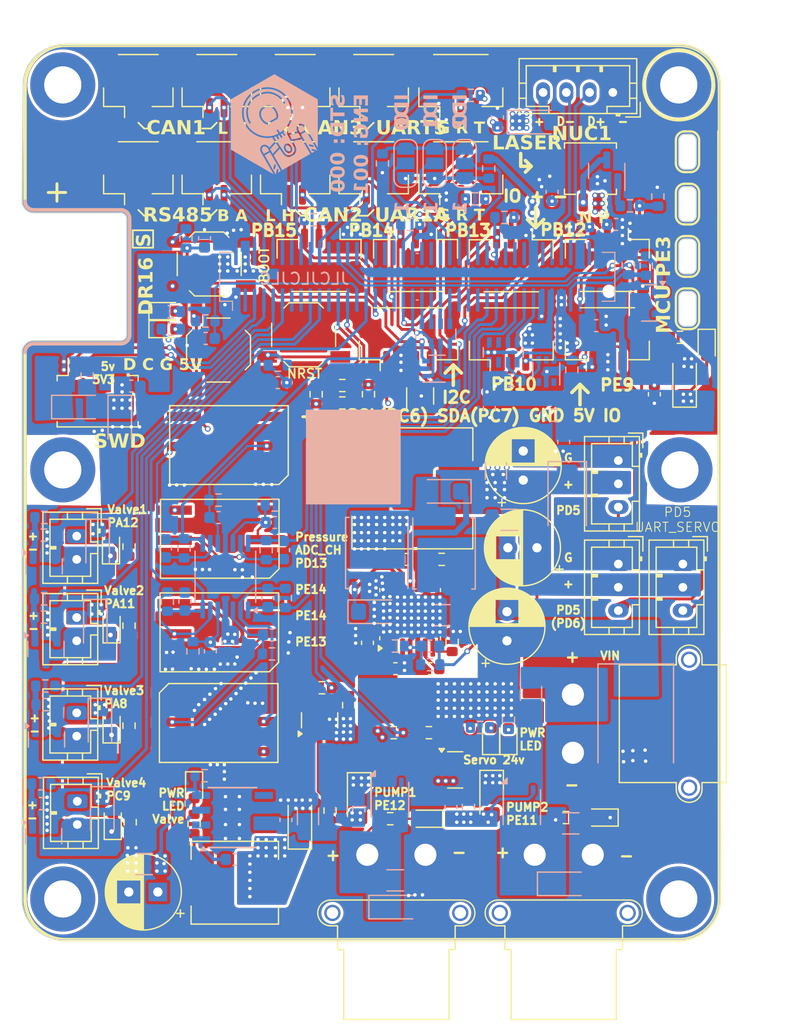
<source format=kicad_pcb>
(kicad_pcb (version 20240108) (generator "pcbnew") (generator_version "8.0")
  (layers (0 "F.Cu" signal) (1 "In1.Cu" signal) (2 "In2.Cu" signal) (31 "B.Cu" signal) (34 "B.Paste" user) (35 "F.Paste" user) (36 "B.SilkS" user "B.Silkscreen") (37 "F.SilkS" user "F.Silkscreen") (38 "B.Mask" user) (39 "F.Mask" user) (44 "Edge.Cuts" user))
  (net 0 "")
  (net 1 "GND")
  (net 2 "3V3_SWD")
  (net 3 "Net-(J16-Pin_3)")
  (net 4 "/NUC1_DP")
  (net 5 "/NUC1_DN")
  (net 6 "VBUS1")
  (net 7 "/NUC2_DP")
  (net 8 "/NUC2_DN")
  (net 9 "Net-(U4-BOOT)")
  (net 10 "/UART1A_RX")
  (net 11 "/UART1A_TX")
  (net 12 "/UART5_RX")
  (net 13 "/UART5_TX")
  (net 14 "/RS485_B")
  (net 15 "/RS485_A")
  (net 16 "/CAN1_L")
  (net 17 "/CAN1_H")
  (net 18 "Net-(J8-Pin_2)")
  (net 19 "/CAN3_L")
  (net 20 "/CAN3_H")
  (net 21 "/CAN2_L")
  (net 22 "/CAN2_H")
  (net 23 "/SWDIO")
  (net 24 "/SWCLK")
  (net 25 "24V_VIN")
  (net 26 "/PA10")
  (net 27 "/PC10")
  (net 28 "/PC8")
  (net 29 "/PC7")
  (net 30 "/PC6")
  (net 31 "/PD14")
  (net 32 "/BOOT0")
  (net 33 "/PE0")
  (net 34 "/PD13")
  (net 35 "/PB15")
  (net 36 "/PB14")
  (net 37 "/PB13")
  (net 38 "/PB12")
  (net 39 "/PB11")
  (net 40 "/PB10")
  (net 41 "/PE15")
  (net 42 "/PE14")
  (net 43 "/PE13")
  (net 44 "/PE9")
  (net 45 "Net-(U5-SS)")
  (net 46 "Net-(U5-VCC)")
  (net 47 "3V3_MCU")
  (net 48 "3V3_IO")
  (net 49 "Net-(D9-A2)")
  (net 50 "Net-(U5-BST)")
  (net 51 "/Power/FB")
  (net 52 "Net-(D6-A1)")
  (net 53 "Net-(D9-A1)")
  (net 54 "/PE1")
  (net 55 "/PE2")
  (net 56 "/PE4")
  (net 57 "/PE5")
  (net 58 "/PE6")
  (net 59 "/PC13")
  (net 60 "/PC14")
  (net 61 "/PC15")
  (net 62 "/PF9")
  (net 64 "/NRST")
  (net 65 "/PC0")
  (net 66 "/PC1")
  (net 67 "/PE8")
  (net 68 "Net-(Q1-G)")
  (net 69 "/LASER")
  (net 70 "Net-(J18-Pin_3)")
  (net 71 "Net-(J19-Pin_3)")
  (net 72 "Net-(J20-Pin_3)")
  (net 73 "Net-(J23-Pin_3)")
  (net 74 "Net-(J24-Pin_3)")
  (net 75 "/BTN")
  (net 76 "Net-(R4-Pad2)")
  (net 77 "Net-(R5-Pad2)")
  (net 78 "Net-(R8-Pad2)")
  (net 79 "5VP")
  (net 80 "Net-(J25-Pin_3)")
  (net 81 "Net-(J25-Pin_4)")
  (net 84 "Net-(JP1-A)")
  (net 85 "Net-(JP1-B)")
  (net 86 "+24V")
  (net 87 "+12V")
  (net 88 "Net-(D7-K)")
  (net 89 "VSERVO")
  (net 90 "Net-(D1-A2)")
  (net 91 "Net-(D10-A2)")
  (net 92 "Net-(D2-K)")
  (net 93 "Net-(D11-K)")
  (net 94 "24CTRL_2_EN")
  (net 95 "V-1")
  (net 96 "Servo_PWM2")
  (net 97 "V-4")
  (net 98 "V+1")
  (net 99 "V+4")
  (net 100 "V+2")
  (net 101 "V+3")
  (net 102 "V-2")
  (net 103 "V-3")
  (net 104 "/Valve1-")
  (net 105 "Net-(D12-A)")
  (net 106 "/Valve3-")
  (net 107 "/Valve4-")
  (net 108 "Net-(D15-A)")
  (net 109 "Net-(D16-A)")
  (net 110 "/Valve2-")
  (net 111 "Net-(D18-A)")
  (net 112 "Net-(D19-A)")
  (net 113 "Net-(D20-A)")
  (net 114 "Net-(J26-Pin_2)")
  (net 115 "Net-(Q3-D)")
  (net 116 "Net-(Q3-G)")
  (net 117 "Net-(Q4-G)")
  (net 118 "Net-(Q6-G)")
  (net 119 "Net-(Q6-D)")
  (net 120 "Net-(Q7-G)")
  (net 121 "Net-(Q8-G)")
  (net 122 "Net-(Q9-G)")
  (net 123 "24CTRL_1_EN")
  (net 124 "Net-(U4-VSENSE)")
  (net 125 "V1CTRL")
  (net 126 "V3CTRL")
  (net 127 "V4CTRL")
  (net 128 "V2CTRL")
  (net 136 "Servo_PWM3")
  (net 137 "Servo_PWM1")
  (net 138 "UART2B_TX")
  (net 139 "Net-(U5-RON)")
  (net 140 "Net-(U5-ILIM)")
  (net 142 "Net-(BZ1--)")
  (net 143 "Net-(Q12-G)")
  (net 144 "/BUZZER")
  (net 151 "/PE10")
  (net 152 "/PC11")
  (net 154 "Net-(D24-A)")
  (net 155 "Net-(D25-A)")
  (net 156 "Net-(D26-A)")
  (net 157 "Net-(D27-A)")
  (net 158 "Net-(D28-A)")
  (net 159 "Net-(D29-K)")
  (footprint "LED_SMD:LED_0603_1608Metric" (layer "F.Cu") (at 155.55 97.6 90)
    (property "Reference" "D12" (hide yes))
    (property "Value" "LED" (hide yes))
  )
  (footprint "Connector_JST:JST_GH_BM02B-GHS-TBT_1x02-1MP_P1.25mm_Vertical" (layer "F.Cu") (at 164.65 57.9)
    (property "Reference" "J7" (hide yes))
    (property "Value" "CAN1" (hide yes))
  )
  (footprint "Resistor_SMD:R_0603_1608Metric" (layer "F.Cu") (at 184.9 105.8 -90)
    (property "Reference" "R20" (hide yes))
    (property "Value" "73.2k" (hide yes))
  )
  (footprint "Resistor_SMD:R_0603_1608Metric" (layer "F.Cu") (at 157.1 113 90)
    (property "Reference" "R30" (hide yes))
    (property "Value" "100k" (hide yes))
  )
  (footprint "LED_SMD:LED_0603_1608Metric" (layer "F.Cu") (at 189.744479 113.999175 90)
    (property "Reference" "D24" (hide yes))
    (property "Value" "LED" (hide yes))
  )
  (footprint "Capacitor_SMD:C_0603_1608Metric" (layer "F.Cu") (at 177.617621 105.875 90)
    (property "Reference" "C18" (hide yes))
    (property "Value" "2.2u" (hide yes))
  )
  (footprint "Connector_JST:JST_GH_BM02B-GHS-TBT_1x02-1MP_P1.25mm_Vertical" (layer "F.Cu") (at 171.4 65.4)
    (property "Reference" "J11" (hide yes))
    (property "Value" "CAN2" (hide yes))
  )
  (footprint "Button_Switch_SMD:SW_SPST_TL3342" (layer "F.Cu") (at 164.8 80.7 90)
    (property "Reference" "SW3" (hide yes))
    (property "Value" "BTN" (hide yes))
  )
  (footprint "Diode_SMD:D_SMF" (layer "F.Cu") (at 204.9 83.25 90)
    (property "Reference" "D21" (hide yes))
    (property "Value" "K34" (hide yes))
  )
  (footprint "Resistor_SMD:R_0603_1608Metric" (layer "F.Cu") (at 179.875 113.6 180)
    (property "Reference" "R16" (hide yes))
    (property "Value" "10k" (hide yes))
  )
  (footprint "LED_SMD:LED_0603_1608Metric" (layer "F.Cu") (at 155.6 104.4 90)
    (property "Reference" "D18" (hide yes))
    (property "Value" "LED" (hide yes))
  )
  (footprint "Diode_SMD:D_SMF" (layer "F.Cu") (at 171.8 121.25 90)
    (property "Reference" "D7" (hide yes))
    (property "Value" "D_Schottky" (hide yes))
  )
  (footprint "Connector_JST:JST_GH_BM03B-GHS-TBT_1x03-1MP_P1.25mm_Vertical" (layer "F.Cu") (at 181.748754 73.056228 180)
    (property "Reference" "J18" (hide yes))
    (property "Value" "Conn_01x03_MountingPin" (hide yes))
  )
  (footprint "Resistor_SMD:R_0603_1608Metric" (layer "F.Cu") (at 174.4 120.3 -90)
    (property "Reference" "R23" (hide yes))
    (property "Value" "10k" (hide yes))
  )
  (footprint "Capacitor_SMD:C_0603_1608Metric" (layer "F.Cu") (at 202.3 84.5 90)
    (property "Reference" "C40" (hide yes))
    (property "Value" "20p" (hide yes))
  )
  (footprint "LED_SMD:LED_0603_1608Metric" (layer "F.Cu") (at 160.3 77.35)
    (property "Reference" "D27" (hide yes))
    (property "Value" "LED" (hide yes))
  )
  (footprint "MountingHole:MountingHole_3.2mm_M3_DIN965_Pad" (layer "F.Cu") (at 151.4 127.9)
    (property "Reference" "H3" (hide yes))
    (property "Value" "MountingHole" (hide yes))
  )
  (footprint "Connector_JST:JST_GH_BM02B-GHS-TBT_1x02-1MP_P1.25mm_Vertical" (layer "F.Cu") (at 171.4 57.9)
    (property "Reference" "J10" (hide yes))
    (property "Value" "CAN3" (hide yes))
  )
  (footprint "LED_SMD:LED_0603_1608Metric" (layer "F.Cu") (at 160.3 78.9)
    (property "Reference" "D28" (hide yes))
    (property "Value" "LED" (hide yes))
  )
  (footprint "Package_TO_SOT_SMD:SOT-363_SC-70-6" (layer "F.Cu") (at 182.15 84.65 90)
    (property "Reference" "U1" (hide yes))
    (property "Value" "TPD4E1U06DCKR" (hide yes))
  )
  (footprint "Connector_JST:JST_PH_B3B-PH-K_1x03_P2.00mm_Vertical" (layer "F.Cu") (at 199.2 99.1 -90)
    (property "Reference" "J35" (hide yes))
    (property "Value" "Conn_01x03" (hide yes))
  )
  (footprint "Connector_AMASS:AMASS_XT30PW-M_1x02_P2.50mm_Horizontal" (layer "F.Cu") (at 195.290278 115.329204 -90)
    (property "Reference" "J26" (hide yes))
    (property "Value" "PWR_IN" (hide yes))
  )
  (footprint "Resistor_SMD:R_0603_1608Metric" (layer "F.Cu") (at 184 98.7 180)
    (property "Reference" "R47" (hide yes))
    (property "Value" "1.13k" (hide yes))
  )
  (footprint "MountingHole:MountingHole_3.2mm_M3_DIN965_Pad" (layer "F.Cu") (at 204.4 57.9)
    (property "Reference" "H1" (hide yes))
    (property "Value" "MountingHole" (hide yes))
  )
  (footprint "Diode_SMD:D_SMF" (layer "F.Cu") (at 176.9 119.4 -90)
    (property "Reference" "D10" (hide yes))
    (property "Value" "SMF10A" (hide yes))
  )
  (footprint "LED_SMD:LED_0603_1608Metric" (layer "F.Cu") (at 182.6 121 180)
    (property "Reference" "D19" (hide yes))
    (property "Value" "LED" (hide yes))
  )
  (footprint "Connector_JST:JST_GH_BM02B-GHS-TBT_1x02-1MP_P1.25mm_Vertical" (layer "F.Cu") (at 157.9 57.9)
    (property "Reference" "J6" (hide yes))
    (property "Value" "CAN1" (hide yes))
  )
  (footprint "Connector_JST:JST_GH_BM02B-GHS-TBT_1x02-1MP_P1.25mm_Vertical" (layer "F.Cu") (at 178.15 65.4)
    (property "Reference" "J13" (hide yes))
    (property "Value" "CAN2" (hide yes))
  )
  (footprint "Resistor_SMD:R_0603_1608Metric" (layer "F.Cu") (at 179.575 121 180)
    (property "Reference" "R45" (hide yes))
    (property "Value" "240k" (hide yes))
  )
  (footprint "0_RM2024:pressure_sensor" (layer "F.Cu") (at 165.171945 104.718886 90)
    (property "Reference" "U8" (hide yes))
    (property "Value" "~" (hide yes))
  )
  (footprint "Connector_JST:JST_GH_BM03B-GHS-TBT_1x03-1MP_P1.25mm_Vertical" (layer "F.Cu") (at 185.65 57.9)
    (property "Reference" "J4" (hide yes))
    (property "Value" "UART5" (hide yes))
  )
  (footprint "Resistor_SMD:R_0603_1608Metric" (layer "F.Cu") (at 204.5 79.6 180)
    (property "Reference" "R65" (hide yes))
    (property "Value" "100k" (hide yes))
  )
  (footprint "Capacitor_SMD:C_0603_1608Metric" (layer "F.Cu") (at 183.017621 108.1 180)
    (property "Reference" "C16" (hide yes))
    (property "Value" "15n" (hide yes))
  )
  (footprint "Capacitor_THT:CP_Radial_D6.3mm_P2.50mm" (layer "F.Cu") (at 189.617621 105.7 90)
    (property "Reference" "C14" (hide yes))
    (property "Value" "C_Polarized" (hide yes))
  )
  (footprint "Connector_JST:JST_PH_B2B-PH-K_1x02_P2.00mm_Vertical" (layer "F.Cu") (at 152.6 96.7 -90)
    (property "Reference" "J34" (hide yes))
    (property "Value" "Conn_01x02" (hide yes))
  )
  (footprint "Connector_AMASS:AMASS_XT30PW-F_1x02_P2.50mm_Horizontal" (layer "F.Cu") (at 182.6 124.1 180)
    (property "Reference" "J27" (hide yes))
    (property "Value" "Relay_1" (hide yes))
  )
  (footprint "LED_SMD:LED_0603_1608Metric" (layer "F.Cu") (at 155.7 121.3 90)
    (property "Reference" "D16" (hide yes))
    (property "Value" "LED" (hide yes))
  )
  (footprint "AEX7 Others:BTB_P0.8mm_2x40pin_M" (layer "F.Cu") (at 181.9 74.4)
    (property "Reference" "J15" (hide yes))
    (property "Value" "BTB" (hide yes))
  )
  (footprint "LED_SMD:LED_0603_1608Metric" (layer "F.Cu") (at 162.7 118.45 -90)
    (property "Reference" "D25" (hide yes))
    (property "Value" "LED" (hide yes))
  )
  (footprint "Connector_JST:JST_GH_BM03B-GHS-TBT_1x03-1MP_P1.25mm_Vertical" (layer "F.Cu") (at 173.45 73.05 180)
    (property "Reference" "J16" (hide yes))
    (property "Value" "Conn_01x03_MountingPin" (hide yes))
  )
  (footprint "Connector_JST:JST_GH_BM03B-GHS-TBT_1x03-1MP_P1.25mm_Vertical" (layer "F.Cu") (at 198.253572 79.671612)
    (property "Reference" "J24" (hide yes))
    (property "Value" "Conn_01x03_MountingPin" (hide yes))
  )
  (footprint "Connector_JST:JST_GH_BM02B-GHS-TBT_1x02-1MP_P1.25mm_Vertical" (layer "F.Cu") (at 157.9 65.4)
    (property "Reference" "J9" (hide yes))
    (property "Value" "RS-485" (hide yes))
  )
  (footprint "Capacitor_THT:CP_Radial_D6.3mm_P2.50mm" (layer "F.Cu") (at 191.017621 91.88238 90)
    (property "Reference" "C38" (hide yes))
    (property "Value" "C_Polarized" (hide yes))
  )
  (footprint "Package_TO_SOT_SMD:SOT-23" (layer "F.Cu") (at 185.1625 116.8)
    (property "Reference" "Q3" (hide yes))
    (property "Value" "SI2300" (hide yes))
  )
  (footprint "MountingHole:MountingHole_3.2mm_M3_DIN965_Pad" (layer "F.Cu") (at 151.4 57.9)
    (property "Reference" "H4" (hide yes))
    (property "Value" "MountingHole" (hide yes))
  )
  (footprint "LED_SMD:LED_0603_1608Metric" (layer "F.Cu") (at 188.25 114 90)
    (property "Reference" "D26" (hide yes))
    (property "Value" "LED" (hide yes))
  )
  (footprint "Resistor_SMD:R_0603_1608Metric" (layer "F.Cu") (at 157.1 97.6 90)
    (property "Reference" "R21" (hide yes))
    (property "Value" "100k" (hide yes))
  )
  (footprint "Package_TO_SOT_SMD:SOT-23" (layer "F.Cu") (at 173.5 112.5375 90)
    (property "Reference" "Q6" (hide yes))
    (property "Value" "SI2300" (hide yes))
  )
  (footprint "Connector_JST:JST_GH_BM03B-GHS-TBT_1x03-1MP_P1.25mm_Vertical" (layer "F.Cu") (at 189.982887 73.07906 180)
    (property "Reference" "J19" (hide yes))
    (property "Value" "Conn_01x03_MountingPin" (hide yes))
  )
  (footprint "Connector_JST:JST_PH_B2B-PH-K_1x02_P2.00mm_Vertical" (layer "F.Cu") (at 152.6 111.9 -90)
    (property "Reference" "J28" (hide yes))
    (property "Value" "Conn_01x02" (hide yes))
  )
  (footprint "Connector_JST:JST_PH_B3B-PH-K_1x03_P2.00mm_Vertical" (layer "F.Cu") (at 204.75 99.1 -90)
    (property "Reference" "J31" (hide yes))
    (property "Value" "Conn_01x03" (hide yes))
  )
  (footprint "Resistor_SMD:R_0603_1608Metric" (layer "F.Cu") (at 176 111.2375 -90)
    (property "Reference" "R25" (hide yes))
    (property "Value" "10k" (hide yes))
  )
  (footprint "LED_SMD:LED_0603_1608Metric" (layer "F.Cu") (at 197.7 120.9 180)
    (property "Reference" "D20" (hide yes))
    (property "Value" "LED" (hide yes))
  )
  (footprint "0_RM2024:pressure_sensor" (layer "F.Cu") (at 165.208 96.673 90)
    (property "Reference" "U7" (hide yes))
    (property "Value" "~" (hide yes))
  )
  (footprint "Connector_JST:JST_GH_BM04B-GHS-TBT_1x04-1MP_P1.25mm_Vertical" (layer "F.Cu") (at 181.145216 79.676429)
    (property "Reference" "J25" (hide yes))
    (property "Value" "Conn_01x04_MountingPin" (hide yes))
  )
  (footprint "Capacitor_THT:CP_Radial_D6.3mm_P2.50mm" (layer "F.Cu") (at 159.58238 127.3 180)
    (property "Reference" "C17" (hide yes))
    (property "Value" "C_Polarized" (hide yes))
  )
  (footprint "Connector_Molex:Molex_PicoBlade_53261-0271_1x02-1MP_P1.25mm_Horizontal" (layer "F.Cu") (at 196.8 65.6 180)
    (property "Reference" "J8" (hide yes))
    (property "Value" "Laser " (hide yes))
  )
  (footprint "Connector_JST:JST_PH_B4B-PH-K_1x04_P2.00mm_Vertical" (layer "F.Cu") (at 198.725 58.55 180)
    (property "Reference" "J1" (hide yes))
    (property "Value" "USB" (hide yes))
  )
  (footprint "Connector_JST:JST_GH_BM03B-GHS-TBT_1x03-1MP_P1.25mm_Vertical" (layer "F.Cu") (at 189.987873 79.682343)
    (property "Reference" "J23" (hide yes))
    (property "Value" "Conn_01x03_MountingPin" (hide yes))
  )
  (footprint "Inductor_SMD:L_Wuerth_HCI-1040" (layer "F.Cu") (at 181.482621 92.5925)
    (property "Reference" "L2" (hide yes))
    (property "Value" "4.7u" (hide yes))
  )
  (footprint "Capacitor_SMD:C_0603_1608Metric" (layer "F.Cu") (at 181 98.7)
    (property "Reference" "C20" (hide yes))
    (property "Value" "470n" (hide yes))
  )
  (footprint "MountingHole:MountingHole_3.2mm_M3_DIN965_Pad" (layer "F.Cu") (at 151.4 91)
    (property "Reference" "H5" (hide yes))
    (property "Value" "MountingHole" (hide yes))
  )
  (footprint "Connector_Molex:Molex_PicoBlade_53261-0471_1x04-1MP_P1.25mm_Horizontal" (layer "F.Cu") (at 154.4 84.6)
    (property "Reference" "J14" (hide yes))
    (property "Value" "SWD" (hide yes))
  )
  (footprint "0_RM2024:pressure_sensor" (layer "F.Cu") (at 166 88.616 90)
    (property "Reference" "U10" (hide yes))
    (property "Value" "~" (hide yes))
  )
  (footprint "Resistor_SMD:R_0603_1608Metric" (layer "F.Cu") (at 157.1 104.4 90)
    (property "Reference" "R34" (hide yes))
    (property "Value" "100k" (hide yes))
  )
  (footprint "Package_SO:HTSSOP-14-1EP_4.4x5mm_P0.65mm_EP3.4x5mm_Mask3x3.1mm" (layer "F.Cu") (at 181.285218 103.414308 90)
    (property "Reference" "U5" (hide yes))
    (property "Value" "LM3150MH" (hide yes))
  )
  (footprint "0_RM2024:pressure_sensor" (layer "F.Cu") (at 164.512 113.023 -90)
    (property "Reference" "U6" (hide yes))
    (property "Value" "~" (hide yes))
  )
  (footprint "Resistor_SMD:R_0603_1608Metric" (layer "F.Cu") (at 182.9 113.6)
    (property "Reference" "R15" (hide yes))
    (property "Value" "330" (hide yes))
  )
  (footprint "Capacitor_THT:CP_Radial_D6.3mm_P2.50mm" (layer "F.Cu") (at 192.2 97.7 180)
    (property "Reference" "C35" (hide yes))
    (property "Value" "C_Polarized" (hide yes))
  )
  (footprint "Resistor_SMD:R_0603_1608Metric" (layer "F.Cu") (at 175.45 83.75)
    (property "Reference" "R7" (hide yes))
    (property "Value" "33R" (hide yes))
  )
  (footprint "Resistor_SMD:R_0603_1608Metric" (layer "F.Cu") (at 162.7 121.45 90)
    (property "Reference" "R61" (hide yes))
    (property "Value" "100K" (hide yes))
  )
  (footprint "Connector_JST:JST_GH_BM02B-GHS-TBT_1x02-1MP_P1.25mm_Vertical" (layer "F.Cu") (at 164.65 65.4)
    (property "Reference" "J5" (hide yes))
    (property "Value" "RS-485" (hide yes))
  )
  (footprint "Capacitor_SMD:C_0603_1608Metric" (layer "F.Cu") (at 180.017621 108.1)
    (property "Reference" "C8" (hide yes))
    (property "Value" "100n" (hide yes))
  )
  (footprint "Connector_JST:JST_GH_BM02B-GHS-TBT_1x02-1MP_P1.25mm_Vertical" (layer "F.Cu") (at 178.15 57.9)
    (property "Reference" "J12" (hide yes))
    (property "Value" "CAN2" (hide yes))
  )
  (footprint "MountingHole:MountingHole_3.2mm_M3_DIN965_Pad" (layer "F.Cu") (at 204.4 127.9)
    (property "Reference" "H2" (hide yes))
    (property "Value" "MountingHole" (hide yes))
  )
  (footprint "Connector_AMASS:AMASS_XT30PW-F_1x02_P2.50mm_Horizontal" (layer "F.Cu") (at 197 124.1 180)
    (property "Reference" "J2" (hide yes))
    (property "Value" "Relay_1" (hide yes))
  )
  (footprint "Resistor_SMD:R_0603_1608Metric" (layer "F.Cu") (at 194.7 120.9 180)
    (property "Reference" "R46" (hide yes))
    (property "Value" "240k" (hide yes))
  )
  (footprint "Connector_JST:JST_GH_BM03B-GHS-TBT_1x03-1MP_P1.25mm_Vertical" (layer "F.Cu") (at 185.65 65.4)
    (property "Reference" "J3" (hide yes))
    (property "Value" "UART1A" (hide yes))
  )
  (footprint "Button_Switch_SMD:SW_SPST_TL3342" (layer "F.Cu") (at 164 73.3)
    (property "Reference" "SW1" (hide yes))
    (property "Value" "BOOT0" (hide yes))
  )
  (footprint "Connector_JST:JST_PH_B3B-PH-K_1x03_P2.00mm_Vertical" (layer "F.Cu") (at 199.2 90.2 -90)
    (property "Reference" "J21" (hide yes))
    (property "Value" "Conn_01x03" (hide yes))
  )
  (footprint "Resistor_SMD:R_0603_1608Metric" (layer "F.Cu") (at 175.45 85.25)
    (property "Reference" "R6" (hide yes))
    (property "Value" "33R" (hide yes))
  )
  (footprint "Button_Switch_SMD:SW_SPST_TL3342" (layer "F.Cu") (at 172.124048 79.38831 180)
    (property "Reference" "SW2" (hide yes))
    (property "Value" "NRST" (hide yes))
  )
  (footprint "MountingHole:MountingHole_3.2mm_M3_DIN965_Pad" (layer "F.Cu") (at 204.5 91)
    (property "Reference" "H6" (hide yes))
    (property "Value" "MountingHole" (hide yes))
  )
  (footprint "Resistor_SMD:R_0603_1608Metric" (layer "F.Cu") (at 186.3 120.025 -90)
    (property "Reference" "R13" (hide yes))
    (property "Value" "10k" (hide yes))
  )
  (footprint "Inductor_SMD:L_Sunlord_MWSA0603S" (layer "F.Cu") (at 166.2 126.5 180)
    (property "Reference" "L1" (hide yes))
    (property "Value" "L" (hide yes))
  )
  (footprint "Diode_SMD:D_SMF" (layer "F.Cu") (at 188.3 119.2 -90)
    (property "Reference" "D1" (hide yes))
    (property "Value" "SMF10A" (hide yes))
  )
  (footprint "Connector_JST:JST_PH_B2B-PH-K_1x02_P2.00mm_Vertical" (layer "F.Cu") (at 152.6 103.7 -90)
    (property "Reference" "J17" (hide yes))
    (property "Value" "Conn_01x02" (hide yes))
  )
  (footprint "LED_SMD:LED_0603_1608Metric" (layer "F.Cu") (at 206.8 80.4 -90)
    (property "Reference" "D29" (hide yes))
    (property "Value" "LED" (hide yes))
  )
  (footprint "Resistor_SMD:R_0603_1608Metric" (layer "F.Cu") (at 157.2 121.3 90)
    (property "Reference" "R31" (hide yes))
    (property "Value" "100k" (hide yes))
  )
  (footprint "Resistor_SMD:R_0603_1608Metric" (layer "F.Cu") (at 177.7 84.5 -90)
    (property "Reference" "R10" (hide yes))
    (property "Value" "4k7" (hide yes))
  )
  (footprint "LED_SMD:LED_0603_1608Metric" (layer "F.Cu") (at 155.6 113 90)
    (property "Reference" "D15" (hide yes))
    (property "Value" "LED" (hide yes))
  )
  (footprint "Connector_JST:JST_GH_BM03B-GHS-TBT_1x03-1MP_P1.25mm_Vertical" (layer "F.Cu") (at 198.25 73.05 180)
    (property "Reference" "J20" (hide yes))
    (property "Value" "Conn_01x03_MountingPin" (hide yes))
  )
  (footprint "Connector_JST:JST_PH_B2B-PH-K_1x02_P2.00mm_Vertical" (layer "F.Cu") (at 152.65 119.5 -90)
    (property "Reference" "J29" (hide yes))
    (property "Value" "Conn_01x02" (hide yes))
  )
  (footprint "Resistor_SMD:R_0603_1608Metric" (layer "F.Cu") (at 173.2 84.5 90)
    (property "Reference" "R9" (hide yes))
    (property "Value" "4k7" (hide yes))
  )
  (footprint "Resistor_SMD:R_0603_1608Metric" (layer "F.Cu") (at 173.7 109.7375 180)
    (property "Reference" "R24" (hide yes))
    (property "Value" "330" (hide yes))
  )
  (footprint "Resistor_SMD:R_0603_1608Metric" (layer "B.Cu") (at 176.87 120.17 90)
    (property "Reference" "R22" (hide yes))
    (property "Value" "10k" (hide yes))
  )
  (footprint "Fuse:Fuse_1206_3216Metric_Pad1.42x1.75mm_HandSolder" (layer "B.Cu") (at 191.690278 110.229204 90)
    (property "Reference" "F1" (hide yes))
    (property "Value" "8A 1206" (hide yes))
  )
  (footprint "Resistor_SMD:R_0603_1608Metric" (layer "B.Cu") (at 160.7 78.9)
    (property "Reference" "R64" (hide yes))
    (property "Value" "330R" (hide yes))
  )
  (footprint "Capacitor_SMD:C_0603_1608Metric" (layer "B.Cu") (at 169.04 102.025 -90)
    (property "Reference" "C25" (hide yes))
    (property "Value" "100n" (hide yes))
  )
  (footprint "Diode_SMD:D_SMF" (layer "B.Cu") (at 154.4 97.6 -90)
    (property "Reference" "D8" (hide yes))
    (property "Value" "DSS34" (hide yes))
  )
  (footprint "Resistor_SMD:R_0603_1608Metric" (layer "B.Cu") (at 200.2 68.3 180)
    (property "Reference" "R2" (hide yes))
    (property "Value" "33R" (hide yes))
  )
  (footprint "Resistor_SMD:R_0603_1608Metric" (layer "B.Cu") (at 200.05 73.4 90)
    (property "Reference" "R58" (hide yes))
    (property "Value" "10k" (hide yes))
  )
  (footprint "Jumper:SolderJumper-3_P1.3mm_Open_RoundedPad1.0x1.5mm_NumberLabels" (layer "B.Cu") (at 185.97 64.65 90)
    (property "Reference" "JP3" (hide yes))
    (property "Value" "ID3" (hide yes))
  )
  (footprint "Capacitor_SMD:C_0603_1608Metric" (layer "B.Cu") (at 169.64 95.525)
    (property "Reference" "C28" (hide yes))
    (property "Value" "100n" (hide yes))
  )
  (footprint "Resistor_SMD:R_0603_1608Metric" (layer "B.Cu") (at 163.6 117.3)
    (property "Reference" "R19" (hide yes))
    (property "Value" "1.13k" (hide yes))
  )
  (footprint "Resistor_SMD:R_Array_Concave_4x0603" (layer "B.Cu") (at 189.3 80.9 90)
    (property "Reference" "RN2" (hide yes))
    (property "Value" "33R" (hide yes))
  )
  (footprint "Package_SO:TI_SO-PowerPAD-8_ThermalVias" (layer "B.Cu") (at 166 120.9)
    (property "Reference" "U4" (hide yes))
    (property "Value" "TPS5450" (hide yes))
  )
  (footprint "Resistor_SMD:R_Array_Concave_4x0603" (layer "B.Cu") (at 183.5 79.3 90)
    (property "Reference" "RN1" (hide yes))
    (property "Value" "33R" (hide yes))
  )
  (footprint "Resistor_SMD:R_0603_1608Metric" (layer "B.Cu") (at 160.4 102.325 90)
    (property "Reference" "R43" (hide yes))
    (property "Value" "200k" (hide yes))
  )
  (footprint "Capacitor_SMD:C_0603_1608Metric" (layer "B.Cu") (at 164.8 95.1 180)
    (property "Reference" "C30" (hide yes))
    (property "Value" "100n" (hide yes))
  )
  (footprint "Resistor_SMD:R_0603_1608Metric" (layer "B.Cu") (at 195.9 70.1 180)
    (property "Reference" "R55" (hide yes))
    (property "Value" "4.7K" (hide yes))
  )
  (footprint "Capacitor_SMD:C_0603_1608Metric" (layer "B.Cu") (at 163.6 71.1 90)
    (property "Reference" "C5" (hide yes))
    (property "Value" "100n" (hide yes))
  )
  (footprint "Resistor_SMD:R_0603_1608Metric" (layer "B.Cu") (at 163.675 78.2 180)
    (property "Reference" "R8" (hide yes))
    (property "Value" "330R" (hide yes))
  )
  (footprint "Package_TO_SOT_SMD:SOT-363_SC-70-6" (layer "B.Cu") (at 193 82.5 90)
    (property "Reference" "U3" (hide yes))
    (property "Value" "TPD4E1U06DCKR" (hide yes))
  )
  (footprint "Capacitor_SMD:C_0603_1608Metric" (layer "B.Cu") (at 170.6 121.1 90)
    (property "Reference" "C13" (hide yes))
    (property "Value" "100n" (hide yes))
  )
  (footprint "Capacitor_SMD:C_0603_1608Metric" (layer "B.Cu") (at 183.010218 106.151808 180)
    (property "Reference" "C34" (hide yes))
    (property "Value" "47p" (hide yes))
  )
  (footprint "Resistor_SMD:R_0603_1608Metric" (layer "B.Cu") (at 153.5 82.9 90)
    (property "Reference" "R3" (hide yes))
    (property "Value" "10k" (hide yes))
  )
  (footprint "Diode_SMD:D_SMC" (layer "B.Cu") (at 200.7 112.6 -90)
    (property "Reference" "D23" (hide yes))
    (property "Value" "SMC" (hide yes))
  )
  (footprint "Diode_SMD:D_SMF" (layer "B.Cu") (at 192 61.1)
    (property "Reference" "D3" (hide yes))
    (property "Value" "K34" (hide yes))
  )
  (footprint "Capacitor_SMD:C_0603_1608Metric" (layer "B.Cu") (at 199 69.9)
    (property "Reference" "C10" (hide yes))
    (property "Value" "10u" (hide yes))
  )
  (footprint "Capacitor_SMD:C_0603_1608Metric" (layer "B.Cu") (at 197.3 78.6)
    (property "Reference" "C12" (hide yes))
    (property "Value" "10u" (hide yes))
  )
  (footprint "Capacitor_SMD:C_0603_1608Metric" (layer "B.Cu") (at 188.8 60.7 90)
    (property "Reference" "C11" (hide yes))
    (property "Value" "10u" (hide yes))
  )
  (footprint "Capacitor_SMD:C_1206_3216Metric" (layer "B.Cu") (at 184.017621 103.5 180)
    (property "Reference" "C3" (hide yes))
    (property "Value" "10u" (hide yes))
  )
  (footprint "Diode_SMD:D_SMA" (layer "B.Cu") (at 194.8 93.8 -90)
    (property "Reference" "D22" (hide yes))
    (property "Value" "DSS34" (hide yes))
  )
  (footprint "Capacitor_SMD:C_0603_1608Metric" (layer "B.Cu") (at 175.37 120.17 -90)
    (property "Reference" "C22" (hide yes))
    (property "Value" "100p" (hide yes))
  )
  (footprint "Resistor_SMD:R_0603_1608Metric" (layer "B.Cu") (at 202.6 67.5 90)
    (property "Reference" "R1" (hide yes))
    (property "Value" "4k7" (hide yes))
  )
  (footprint "Resistor_SMD:R_0603_1608Metric" (layer "B.Cu") (at 168.9 97.9 90)
    (property "Reference" "R38" (hide yes))
    (property "Value" "200k" (hide yes))
  )
  (footprint "0_RM2024_HandSolder:TDSON-8-1_HandSolder" (layer "B.Cu") (at 178.417621 98.15 90)
    (property "Reference" "Q5" (hide yes))
    (property "Value" "BSC070N10NS5" (hide yes))
  )
  (footprint "Capacitor_SMD:C_0603_1608Metric" (layer "B.Cu") (at 161.9 102.325 90)
    (property "Reference" "C31" (hide yes))
    (property "Value" "100n" (hide yes))
  )
  (footprint "Diode_SMD:D_SMF" (layer "B.Cu") (at 154.6 113 -90)
    (property "Reference" "D13" (hide yes))
    (property "Value" "DSS34" (hide yes))
  )
  (footprint "Resistor_SMD:R_0603_1608Metric" (layer "B.Cu") (at 162.6 106.6 90)
    (property "Reference" "R41" (hide yes))
    (property "Value" "200k" (hide yes))
  )
  (footprint "Resistor_SMD:R_0603_1608Metric" (layer "B.Cu") (at 169.4 106.83 180)
    (property "Reference" "R39" (hide yes))
    (property "Value" "200k" (hide yes))
  )
  (footprint "Resistor_SMD:R_0603_1608Metric" (layer "B.Cu") (at 195.2 82.4 -90)
    (property "Reference" "R51" (hide yes))
    (property "Value" "100k" (hide yes))
  )
  (footprint "Diode_SMD:D_SMF" (layer "B.Cu") (at 178.3 103.2)
    (property "Reference" "D6" (hide yes))
    (property "Value" "SMF10A" (hide yes))
  )
  (footprint "Package_TO_SOT_SMD:SOT-23" (layer "B.Cu") (at 149.800204 99.301847 -90)
    (property "Reference" "Q4" (hide yes))
    (property "Value" "AO3400A" (hide yes))
  )
  (footprint "Resistor_SMD:R_0603_1608Metric" (layer "B.Cu") (at 187.3 113.15)
    (property "Reference" "R62" (hide yes))
    (property "Value" "10K" (hide yes))
  )
  (footprint "0_RM2024:MLT-9032" (layer "B.Cu") (at 200.82 83.02 -90)
    (property "Reference" "BZ1" (hide yes))
    (property "Value" "Buzzer" (hide yes))
  )
  (footprint "Resistor_SMD:R_0603_1608Metric" (layer "B.Cu") (at 149.8 102.1 180)
    (property "Reference" "R35" (hide yes))
    (property "Value" "330" (hide yes))
  )
  (footprint "Resistor_SMD:R_0603_1608Metric" (layer "B.Cu") (at 169.9 82)
    (property "Reference" "R5" (hide yes))
    (property "Value" "330R" (hide yes))
  )
  (footprint "Capacitor_SMD:C_0603_1608Metric" (layer "B.Cu") (at 188.1 85.7 -90)
    (property "Reference" "C9" (hide yes))
    (property "Value" "10u" (hide yes))
  )
  (footprint "Capacitor_SMD:C_0603_1608Metric" (layer "B.Cu") (at 166.2 124.5)
    (property "Reference" "C15" (hide yes))
    (property "Value" "10n" (hide yes))
  )
  (footprint "Diode_SMD:D_SMF" (layer "B.Cu") (at 154.2 104.5 -90)
    (property "Reference" "D17" (hide yes))
    (property "Value" "DSS34" (hide yes))
  )
  (footprint "Resistor_SMD:R_0603_1608Metric" (layer "B.Cu") (at 181.3 69.9)
    (property "Reference" "R53" (hide yes))
    (property "Value" "4.7K" (hide yes))
  )
  (footprint "Capacitor_SMD:C_1206_3216Metric" (layer "B.Cu") (at 195.1 121.4)
    (property "Reference" "C23" (hide yes))
    (property "Value" "10u" (hide yes))
  )
  (footprint "Resistor_SMD:R_0603_1608Metric" (layer "B.Cu") (at 188.05 65.1 -90)
    (property "Reference" "R11" (hide yes))
    (property "Value" "4k7" (hide yes))
  )
  (footprint "Resistor_SMD:R_0603_1608Metric" (layer "B.Cu") (at 162 71.1 90)
    (property "Reference" "R4" (hide yes))
    (property "Value" "330R" (hide yes))
  )
  (footprint "Resistor_SMD:R_0603_1608Metric" (layer "B.Cu") (at 149.925 111.1875)
    (property "Reference" "R27" (hide yes))
    (property "Value" "100k" (hide yes))
  )
  (footprint "Package_TO_SOT_SMD:SOT-23" (layer "B.Cu") (at 150 114.1875 -90)
    (property "Reference" "Q8" (hide yes))
    (property "Value" "AO3400A" (hide yes))
  )
  (footprint "Capacitor_SMD:C_0603_1608Metric" (layer "B.Cu") (at 170.4 97.9 90)
    (property "Reference" "C26" (hide yes))
    (property "Value" "100n" (hide yes))
  )
  (footprint "Capacitor_SMD:C_0603_1608Metric" (layer "B.Cu") (at 157.3 83.8)
    (property "Reference" "C2" (hide yes))
    (property "Value" "10u" (hide yes))
  )
  (footprint "Capacitor_SMD:C_0603_1608Metric" (layer "B.Cu") (at 193.5 67.1 90)
    (property "Reference" "C1" (hide yes))
    (property "Value" "100n" (hide yes))
  )
  (footprint "Jumper:SolderJumper-3_P1.3mm_Open_RoundedPad1.0x1.5mm_NumberLabels" (layer "B.Cu") (at 180.9 64.65 90)
    (property "Reference" "JP1" (hide yes))
    (property "Value" "ID0" (hide yes))
  )
  (footprint "Diode_SMD:D_SMF" (layer "B.Cu") (at 152.8 85.6)
    (property "Reference" "D5" (hide yes))
    (property "Value" "K34" (hide yes))
  )
  (footprint "Capacitor_SMD:C_0603_1608Metric" (layer "B.Cu") (at 184.8 120 -90)
    (property "Reference" "C21" (hide yes))
    (property "Value" "100p" (hide yes))
  )
  (footprint "Capacitor_SMD:C_0603_1608Metric" (layer "B.Cu") (at 169.9 83.5 180)
    (property "Reference" "C6" (hide yes))
    (property "Value" "100n" (hide yes))
  )
  (footprint "Capacitor_SMD:C_0603_1608Metric" (layer "B.Cu") (at 164.1 106.6 90)
    (property "Reference" "C29" (hide yes))
    (property "Value" "100n" (hide yes))
  )
  (footprint "0_RM2024_HandSolder:TDSON-8-1_HandSolder" (layer "B.Cu") (at 184.202621 98.1925 -90)
    (property "Reference" "Q11" (hide yes))
    (property "Value" "BSC070N10NS5" (hide yes))
  )
  (footprint "0_RM2024:DFN-8-1EP_3x3mm_P0.65mm_EP1.5x2.25mm" (layer "B.Cu") (at 190.895 120.01 -90)
    (property "Reference" "Q10" (hide yes))
    (property "Value" "NCE40P20Q" (hide yes))
  )
  (footprint "Package_TO_SOT_SMD:SOT-23" (layer "B.Cu") (at 149.75 122.5 -90)
    (property "Reference" "Q7" (hide yes))
    (property "Value" "AO3400A" (hide yes))
  )
  (footprint "Resistor_SMD:R_0603_1608Metric" (layer "B.Cu") (at 173 69.5)
    (property "Reference" "R52" (hide yes))
    (property "Value" "4.7K" (hide yes))
  )
  (footprint "Resistor_SMD:R_0603_1608Metric" (layer "B.Cu") (at 179.985218 106.151808 180)
    (property "Reference" "R57" (hide yes))
    (property "Value" "10k" (hide yes))
  )
  (footprint "Diode_SMD:D_SMF" (layer "B.Cu") (at 156.3 86.95 -90)
    (property "Reference" "D4" (hide yes))
    (property "Value" "SMF3V3A" (hide yes))
  )
  (footprint "Capacitor_SMD:C_1206_3216Metric" (layer "B.Cu") (at 158.4 124.9 180)
    (property "Reference" "C19" (hide yes))
    (property "Value" "C" (hide yes))
  )
  (footprint "Resistor_SMD:R_0603_1608Metric" (layer "B.Cu") (at 161.4 119.7 90)
    (property "Reference" "R18" (hide yes))
    (property "Value" "10k" (hide yes))
  )
  (footprint "Resistor_SMD:R_0603_1608Metric" (layer "B.Cu") (at 178.9 64.65 -90)
    (property "Reference" "R12" (hide yes))
    (property "Value" "4k7" (hide yes))
  )
  (footprint "Resistor_SMD:R_0603_1608Metric" (layer "B.Cu") (at 186.3 120 90)
    (property "Reference" "R14" (hide yes))
    (property "Value" "10k" (hide yes))
  )
  (footprint "Resistor_SMD:R_0603_1608Metric" (layer "B.Cu") (at 186.875 67.7)
    (property "Reference" "R49" (hide yes))
    (property "Value" "4.7K" (hide yes))
  )
  (footprint "Resistor_SMD:R_0603_1608Metric" (layer "B.Cu") (at 149.625 119.7)
    (property "Reference" "R33" (hide yes))
    (property "Value" "100k" (hide yes))
  )
  (footprint "Package_TO_SOT_SMD:SOT-23" (layer "B.Cu") (at 201.85 76.65 180)
    (property "Reference" "Q12" (hide yes))
    (property "Value" "AO3400A" (hide yes))
  )
  (footprint "Resistor_SMD:R_0603_1608Metric" (layer "B.Cu") (at 186.5 58.8)
    (property "Reference" "R48" (hide yes))
    (property "Value" "4.7K" (hide yes))
  )
  (footprint "Jumper:SolderJumper-3_P1.3mm_Open_RoundedPad1.0x1.5mm_NumberLabels" (layer "B.Cu") (at 183.4 64.65 90)
    (property "Reference" "JP2" (hide yes))
    (property "Value" "ID1" (hide yes))
  )
  (footprint "Resistor_SMD:R_0603_1608Metric" (layer "B.Cu") (at 161.84 97.75 -90)
    (property "Reference" "R44" (hide yes))
    (property "Value" "200k" (hide yes))
  )
  (footprint "Resistor_SMD:R_0603_1608Metric" (layer "B.Cu") (at 183.010218 107.751808 180)
    (property "Reference" "R56" (hide yes))
    (property "Value" "73.2k" (hide yes))
  )
  (footprint "Package_TO_SOT_SMD:SOT-23" (layer "B.Cu") (at 198.2 65.3 90)
    (property "Reference" "Q1" (hide yes))
    (property "Value" "AO3400A" (hide yes))
  )
  (footprint "Package_TO_SOT_SMD:SOT-23" (layer "B.Cu") (at 149.95 106.4 -90)
    (property "Reference" "Q9" (hide yes))
    (property "Value" "AO3400A" (hide yes))
  )
  (footprint "Resistor_SMD:R_0603_1608Metric" (layer "B.Cu") (at 190 83.3 180)
    (property "Reference" "R50" (hide yes))
    (property "Value" "4.7K" (hide yes))
  )
  (footprint "Capacitor_SMD:C_1206_3216Metric" (layer "B.Cu") (at 188.667621 91.1 90)
    (property "Reference" "C37" (hide yes))
    (property "Value" "10u" (hide yes))
  )
  (footprint "Resistor_SMD:R_0603_1608Metric" (layer "B.Cu") (at 149.8 103.6625)
    (property "Reference" "R36" (hide yes))
    (property "Value" "100k" (hide yes))
  )
  (footprint "Capacitor_SMD:C_1206_3216Metric" (layer "B.Cu") (at 180 126.3)
    (property "Reference" "C24" (hide yes))
    (property "Value" "10u" (hide yes))
  )
  (footprint "Resistor_SMD:R_0603_1608Metric" (layer "B.Cu") (at 164.8 93.6 180)
    (property "Reference" "R42" (hide yes))
    (property "Value" "200k" (hide yes))
  )
  (footprint "Resistor_SMD:R_0603_1608Metric" (layer "B.Cu") (at 149.825 95.1 180)
    (property "Reference" "R26" (hide yes))
    (property "Value" "330" (hide yes))
  )
  (footprint "Capacitor_SMD:C_0603_1608Metric" (layer "B.Cu") (at 194.5 88.6 -90)
    (property "Reference" "C39" (hide yes))
    (property "Value" "10u" (hide yes))
  )
  (footprint "Capacitor_SMD:C_0603_1608Metric" (layer "B.Cu") (at 160.24 97.75 -90)
    (property "Reference" "C32" (hide yes))
    (property "Value" "100n" (hide yes))
  )
  (footprint "Capacitor_SMD:C_0603_1608Metric" (layer "B.Cu") (at 163.7 79.7 180)
    (property "Reference" "C7" (hide yes))
    (property "Value" "100n" (hide yes))
  )
  (footprint "Resistor_SMD:R_0603_1608Metric" (layer "B.Cu") (at 149.55 118 180)
    (property "Reference" "R32" (hide yes))
    (property "Value" "330" (hide yes))
  )
  (footprint "Resistor_SMD:R_0603_1608Metric" (layer "B.Cu") (at 160.7 77.4)
    (property "Reference" "R63" (hide yes))
    (property "Value" "10K" (hide yes))
  )
  (footprint "Diode_SMD:D_SMF" (layer "B.Cu") (at 154.8 120.6 -90)
    (property "Reference" "D14" (hide yes))
    (property "Value" "DSS34" (hide yes))
  )
  (footprint "Resistor_SMD:R_0603_1608Metric" (layer "B.Cu") (at 149.9 109.5875 180)
    (property "Reference" "R29" (hide yes))
    (property "Value" "330" (hide yes))
  )
  (footprint "Resistor_SMD:R_0603_1608Metric" (layer "B.Cu") (at 201.6 73.45 90)
    (property "Reference" "R59" (hide yes))
    (property "Value" "330R" (hide yes))
  )
  (footprint "Capacitor_SMD:C_0603_1608Metric" (layer "B.Cu") (at 165.6 105.9 90)
    (property "Reference" "C33" (hide yes))
    (property "Value" "100n" (hide yes))
  )
  (footprint "Package_TO_SOT_SMD:SOT-363_SC-70-6" (layer "B.Cu") (at 183.6 82.3)
    (property "Reference" "U2" (hide yes))
    (property "Value" "TPD4E1U06DCKR" (hide yes))
  )
  (footprint "Resistor_SMD:R_0603_1608Metric" (layer "B.Cu") (at 170.55 102.025 -90)
    (property "Reference" "R37" (hide yes))
    (property "Value" "200k" (hide yes))
  )
  (footprint "Capacitor_SMD:C_1206_3216Metric" (layer "B.Cu") (at 172.5 120.8 90)
    (property "Reference" "C4" (hide yes))
    (property "Value" "10u" (hide yes))
  )
  (footprint "Diode_SMD:D_SMF" (layer "B.Cu") (at 180.1 128.6)
    (property "Reference" "D11" (hide yes))
    (property "Value" "DSS34" (hide yes))
  )
  (footprint "LOGO" (layer "B.Cu") (at 169.6 61.3 180)
    (property "Reference" "G***" (hide yes))
    (property "Value" "LOGO" (hide yes))
  )
  (footprint "Resistor_SMD:R_0603_1608Metric" (layer "B.Cu") (at 193.7 86.3)
    (property "Reference" "R17" (hide yes))
    (property "Value" "4.7K" (hide yes))
  )
  (footprint "Diode_SMD:D_SMF" (layer "B.Cu") (at 194.6 126.6)
    (property "Reference" "D2" (hide yes))
    (property "Value" "DSS34" (hide yes))
  )
  (footprint "0_RM2024:DFN-8-1EP_3x3mm_P0.65mm_EP1.5x2.25mm" (layer "B.Cu") (at 179.56 119.375 -90)
    (property "Reference" "Q2" (hide yes))
    (property "Value" "NCE40P20Q" (hide yes))
  )
  (footprint "Resistor_SMD:R_0603_1608Metric" (layer "B.Cu") (at 189.75 112.5 -90)
    (property "Reference" "R60" (hide yes))
    (property "Value" "240K" (hide yes))
  )
  (footprint "Capacitor_SMD:C_1206_3216Metric" (layer "B.Cu") (at 189.817621 95.3 180)
    (property "Reference" "C36" (hide yes))
    (property "Value" "10u" (hide yes))
  )
  (footprint "Resistor_SMD:R_0603_1608Metric" (layer "B.Cu") (at 169.64 94.025)
    (property "Reference" "R40" (hide yes))
    (property "Value" "200k" (hide yes))
  )
  (footprint "Package_SO:TSSOP-14_4.4x5mm_P0.65mm" (layer "B.Cu") (at 165.39 100.1875 90)
    (property "Reference" "U9" (hide yes))
    (property "Value" "GS8554" (hide yes))
  )
  (footprint "Resistor_SMD:R_0603_1608Metric" (layer "B.Cu") (at 189.4 69.3)
    (property "Reference" "R54" (hide yes))
    (property "Value" "4.7K" (hide yes))
  )
  (footprint "Diode_SMD:D_SMF" (layer "B.Cu") (at 184.167621 92.85 180)
    (property "Reference" "D9" (hide yes))
    (property "Value" "SMF10A" (hide yes))
  )
  (footprint "Resistor_SMD:R_0603_1608Metric" (layer "B.Cu") (at 149.78641 96.612782)
    (property "Reference" "R28" (hide yes))
    (property "Value" "100k" (hide yes))
  )
  (footprint "Capacitor_SMD:C_0603_1608Metric" (layer "B.Cu") (at 169.4 105.2 180)
    (property "Reference" "C27" (hide yes))
    (property "Value" "100n" (hide yes))
  )
  (gr_line (start 156.4 80.15) (end 148.9 80.15) (stroke (width 0.3)) (layer "B.SilkS"))
  (gr_arc (start 148.15 80.9) (mid 148.36967 80.36967) (end 148.9 80.15) (stroke (width 0.3)) (layer "B.SilkS"))
  (gr_arc (start 156.4 68.65) (mid 156.93033 68.86967) (end 157.15 69.4) (stroke (width 0.3)) (layer "B.SilkS"))
  (gr_arc (start 157.15 79.4) (mid 156.93033 79.93033) (end 156.4 80.15) (stroke (width 0.3)) (layer "B.SilkS"))
  (gr_arc (start 148.15 80.9) (mid 148.36967 80.36967) (end 148.9 80.15) (stroke (width 0.3)) (layer "B.SilkS"))
  (gr_rect (start 172.4 85.9) (end 180.4 93.9) (stroke (width 0.15)) (fill solid) (layer "B.SilkS"))
  (gr_line (start 156.4 68.65) (end 148.9 68.65) (stroke (width 0.3)) (layer "B.SilkS"))
  (gr_line (start 157.15 69.4) (end 157.15 79.4) (stroke (width 0.3)) (layer "B.SilkS"))
  (gr_arc (start 148.9 68.65) (mid 148.36967 68.43033) (end 148.15 67.9) (stroke (width 0.3)) (layer "B.SilkS"))
  (gr_line (start 163.9 69.15) (end 164.15 69.15) (stroke (width 0.15)) (layer "F.SilkS"))
  (gr_arc (start 204.9 69.9) (mid 204.36967 69.68033) (end 204.15 69.15) (stroke (width 0.2)) (layer "F.SilkS"))
  (gr_circle (center 204.4 57.9) (end 204.4 60.9) (stroke (width 0.3)) (fill none) (layer "F.SilkS"))
  (gr_line (start 204.15 67.15) (end 204.15 69.15) (stroke (width 0.2)) (layer "F.SilkS"))
  (gr_line (start 207.9 127.9) (end 207.85 61.9) (stroke (width 0.3)) (layer "F.SilkS"))
  (gr_line (start 148.15 80.9) (end 148.15 125.9) (stroke (width 0.3)) (layer "F.SilkS"))
  (gr_line (start 171.9 69.15) (end 171.4 68.65) (stroke (width 0.15)) (layer "F.SilkS"))
  (gr_arc (start 204.15 76.15) (mid 204.36967 75.61967) (end 204.9 75.4) (stroke (width 0.2)) (layer "F.SilkS"))
  (gr_arc (start 151.65 131.4) (mid 149.175126 130.374874) (end 148.15 127.9) (stroke (width 0.3)) (layer "F.SilkS"))
  (gr_line (start 192.08 70.175) (end 192.08 68.425) (stroke (width 0.3)) (layer "F.SilkS"))
  (gr_line (start 158.65 69.15) (end 158.4 69.15) (stroke (width 0.15)) (layer "F.SilkS"))
  (gr_line (start 156.4 80.15) (end 148.9 80.15) (stroke (width 0.3)) (layer "F.SilkS"))
  (gr_line (start 204.9 61.9) (end 205.4 61.9) (stroke (width 0.2)) (layer "F.SilkS"))
  (gr_line (start 158.9 61.65) (end 158.4 61.65) (stroke (width 0.15)) (layer "F.SilkS"))
  (gr_line (start 204.15 76.15) (end 204.15 78.15) (stroke (width 0.2)) (layer "F.SilkS"))
  (gr_arc (start 206.149999 73.649999) (mid 205.930329 74.180329) (end 205.399999 74.399999) (stroke (width 0.2)) (layer "F.SilkS"))
  (gr_line (start 207.9 60) (end 207.9 58) (stroke (width 0.3)) (layer "F.SilkS"))
  (gr_line (start 176.9 69.15) (end 177.65 69.15) (stroke (width 0.15)) (layer "F.SilkS"))
  (gr_line (start 204.9 69.9) (end 205.4 69.9) (stroke (width 0.2)) (layer "F.SilkS"))
  (gr_line (start 190.8 64.9) (end 191.7 64.9) (stroke (width 0.3)) (layer "F.SilkS"))
  (gr_arc (start 204.15 71.65) (mid 204.36967 71.11967) (end 204.9 70.9) (stroke (width 0.2)) (layer "F.SilkS"))
  (gr_line (start 195.9 83.65) (end 195.9 85.4) (stroke (width 0.3)) (layer "F.SilkS"))
  (gr_arc (start 156.4 68.65) (mid 156.93033 68.86967) (end 157.15 69.4) (stroke (width 0.3)) (layer "F.SilkS"))
  (gr_line (start 157.15 79.4) (end 157.15 69.4) (stroke (width 0.3)) (layer "F.SilkS"))
  (gr_arc (start 204.9 74.4) (mid 204.36967 74.18033) (end 204.15 73.65) (stroke (width 0.2)) (layer "F.SilkS"))
  (gr_line (start 195.9 83.65) (end 196.6 84.35) (stroke (width 0.3)) (layer "F.SilkS"))
  (gr_arc (start 204.4 54.5) (mid 206.874874 55.525126) (end 207.9 58) (stroke (width 0.3)) (layer "F.SilkS"))
  (gr_arc (start 204.9 65.4) (mid 204.36967 65.18033) (end 204.15 64.65) (stroke (width 0.2)) (layer "F.SilkS"))
  (gr_line (start 204.15 71.65) (end 204.15 73.65) (stroke (width 0.2)) (layer "F.SilkS"))
  (gr_arc (start 207.9 127.9) (mid 206.874874 130.374874) (end 204.4 131.4) (stroke (width 0.3)) (layer "F.SilkS"))
  (gr_line (start 177.65 69.15) (end 178.15 68.65) (stroke (width 0.15)) (layer "F.SilkS"))
  (gr_arc (start 148.9 68.65) (mid 148.36967 68.43033) (end 148.15 67.9) (stroke (width 0.3)) (layer "F.SilkS"))
  (gr_line (start 185 81.975) (end 185.7 82.675) (stroke (width 0.3)) (layer "F.SilkS"))
  (gr_line (start 206.15 78.15) (end 206.15 76.15) (stroke (width 0.2)) (layer "F.SilkS"))
  (gr_line (start 204.9 75.4) (end 205.4 75.4) (stroke (width 0.2)) (layer "F.SilkS"))
  (gr_arc (start 205.4 70.9) (mid 205.93033 71.11967) (end 206.15 71.65) (stroke (width 0.2)) (layer "F.SilkS"))
  (gr_line (start 164.15 69.15) (end 164.65 68.65) (stroke (width 0.15)) (layer "F.SilkS"))
  (gr_line (start 191.7 64.9) (end 191.2 65.4) (stroke (width 0.3)) (layer "F.SilkS"))
  (gr_line (start 192.08 70.175) (end 191.38 69.475) (stroke (width 0.3)) (layer "F.SilkS"))
  (gr_arc (start 206.149999 78.149999) (mid 205.930329 78.680329) (end 205.399999 78.899999) (stroke (width 0.2)) (layer "F.SilkS"))
  (gr_line (start 204.9 70.9) (end 205.4 70.9) (stroke (width 0.2)) (layer "F.SilkS"))
  (gr_line (start 164.15 61.65) (end 164.65 61.15) (stroke (width 0.15)) (layer "F.SilkS"))
  (gr_line (start 148.15 125.9) (end 148.15 127.9) (stroke (width 0.3)) (layer "F.SilkS"))
  (gr_line (start 148.9 68.65) (end 156.4 68.65) (stroke (width 0.3)) (layer "F.SilkS"))
  (gr_line (start 191.7 64.9) (end 191.2 64.4) (stroke (width 0.3)) (layer "F.SilkS"))
  (gr_line (start 195.9 83.65) (end 195.2 84.35) (stroke (width 0.3)) (layer "F.SilkS"))
  (gr_arc (start 148.15 58) (mid 149.175126 55.525126) (end 151.65 54.5) (stroke (width 0.3)) (layer "F.SilkS"))
  (gr_arc (start 156.4 68.65) (mid 156.93033 68.86967) (end 157.15 69.4) (stroke (width 0.3)) (layer "F.SilkS"))
  (gr_arc (start 205.4 75.4) (mid 205.93033 75.61967) (end 206.15 76.15) (stroke (width 0.2)) (layer "F.SilkS"))
  (gr_arc (start 157.15 79.4) (mid 156.93033 79.93033) (end 156.4 80.15) (stroke (width 0.3)) (layer "F.SilkS"))
  (gr_line (start 204.9 65.4) (end 205.4 65.4) (stroke (width 0.2)) (layer "F.SilkS"))
  (gr_line (start 204.9 74.4) (end 205.4 74.4) (stroke (width 0.2)) (layer "F.SilkS"))
  (gr_line (start 206.15 64.65) (end 206.15 62.65) (stroke (width 0.2)) (layer "F.SilkS"))
  (gr_line (start 185 81.975) (end 184.3 82.675) (stroke (width 0.3)) (layer "F.SilkS"))
  (gr_line (start 150.9 67.9) (end 150.9 66.4) (stroke (width 0.25)) (layer "F.SilkS"))
  (gr_line (start 151.65 131.4) (end 204.4 131.4) (stroke (width 0.3)) (layer "F.SilkS"))
  (gr_arc (start 157.15 79.4) (mid 156.93033 79.93033) (end 156.4 80.15) (stroke (width 0.3)) (layer "F.SilkS"))
  (gr_line (start 176.9 61.65) (end 177.65 61.65) (stroke (width 0.15)) (layer "F.SilkS"))
  (gr_arc (start 148.9 68.65) (mid 148.36967 68.43033) (end 148.15 67.9) (stroke (width 0.3)) (layer "F.SilkS"))
  (gr_arc (start 204.9 78.9) (mid 204.36967 78.68033) (end 204.15 78.15) (stroke (width 0.2)) (layer "F.SilkS"))
  (gr_arc (start 205.4 61.9) (mid 205.93033 62.11967) (end 206.15 62.65) (stroke (width 0.2)) (layer "F.SilkS"))
  (gr_line (start 207.9 105) (end 207.9 60) (stroke (width 0.3)) (layer "F.SilkS"))
  (gr_line (start 185 81.975) (end 185 83.725) (stroke (width 0.3)) (layer "F.SilkS"))
  (gr_arc (start 206.149999 64.649999) (mid 205.930329 65.180329) (end 205.399999 65.399999) (stroke (width 0.2)) (layer "F.SilkS"))
  (gr_line (start 150.15 67.15) (end 151.65 67.15) (stroke (width 0.25)) (layer "F.SilkS"))
  (gr_rect (start 157.425 70.4) (end 159.175 71.9) (stroke (width 0.15)) (fill none) (layer "F.SilkS"))
  (gr_arc (start 204.15 67.15) (mid 204.36967 66.61967) (end 204.9 66.4) (stroke (width 0.2)) (layer "F.SilkS"))
  (gr_line (start 206.15 69.15) (end 206.15 67.15) (stroke (width 0.2)) (layer "F.SilkS"))
  (gr_line (start 171.9 61.65) (end 171.4 61.15) (stroke (width 0.15)) (layer "F.SilkS"))
  (gr_line (start 192.08 70.175) (end 192.78 69.475) (stroke (width 0.3)) (layer "F.SilkS"))
  (gr_line (start 172.4 61.65) (end 171.9 61.65) (stroke (width 0.15)) (layer "F.SilkS"))
  (gr_line (start 206.15 73.65) (end 206.15 71.65) (stroke (width 0.2)) (layer "F.SilkS"))
  (gr_arc (start 206.149999 69.149999) (mid 205.930329 69.680329) (end 205.399999 69.899999) (stroke (width 0.2)) (layer "F.SilkS"))
  (gr_line (start 163.4 61.65) (end 164.15 61.65) (stroke (width 0.15)) (layer "F.SilkS"))
  (gr_arc (start 205.4 66.4) (mid 205.93033 66.61967) (end 206.15 67.15) (stroke (width 0.2)) (layer "F.SilkS"))
  (gr_line (start 158.4 61.65) (end 157.9 61.15) (stroke (width 0.15)) (layer "F.SilkS"))
  (gr_arc (start 148.15 80.9) (mid 148.36967 80.36967) (end 148.9 80.15) (stroke (width 0.3)) (layer "F.SilkS"))
  (gr_line (start 204.15 62.65) (end 204.15 64.65) (stroke (width 0.2)) (layer "F.SilkS"))
  (gr_line (start 172.4 69.15) (end 171.9 69.15) (stroke (width 0.15)) (layer "F.SilkS"))
  (gr_line (start 177.65 61.65) (end 178.15 61.15) (stroke (width 0.15)) (layer "F.SilkS"))
  (gr_line (start 158.4 69.15) (end 157.9 68.65) (stroke (width 0.15)) (layer "F.SilkS"))
  (gr_line (start 204.9 66.4) (end 205.4 66.4) (stroke (width 0.2)) (layer "F.SilkS"))
  (gr_line (start 204.9 78.9) (end 205.4 78.9) (stroke (width 0.2)) (layer "F.SilkS"))
  (gr_arc (start 204.15 62.65) (mid 204.36967 62.11967) (end 204.9 61.9) (stroke (width 0.2)) (layer "F.SilkS"))
  (gr_line (start 190.8 63.8) (end 190.8 64.9) (stroke (width 0.3)) (layer "F.SilkS"))
  (gr_line (start 204.4 54.5) (end 151.65 54.5) (stroke (width 0.3)) (layer "F.SilkS"))
  (gr_line (start 148.15 58) (end 148.15 67.9) (stroke (width 0.3)) (layer "F.SilkS"))
  (gr_line (start 204.9 66.65) (end 205.4 66.65) (stroke (width 0.1)) (layer "Edge.Cuts"))
  (gr_line (start 205.9 73.65) (end 205.9 71.65) (stroke (width 0.1)) (layer "Edge.Cuts"))
  (gr_arc (start 147.9 80.9) (mid 148.192893 80.192893) (end 148.9 79.9) (stroke (width 0.1)) (layer "Edge.Cuts"))
  (gr_arc (start 205.9 73.65) (mid 205.753553 74.003553) (end 205.4 74.15) (stroke (width 0.1)) (layer "Edge.Cuts"))
  (gr_arc (start 205.9 64.65) (mid 205.753553 65.003553) (end 205.4 65.15) (stroke (width 0.1)) (layer "Edge.Cuts"))
  (gr_arc (start 205.9 78.15) (mid 205.753553 78.503553) (end 205.4 78.65) (stroke (width 0.1)) (layer "Edge.Cuts"))
  (gr_line (start 207.9 127.9) (end 207.9 58) (stroke (width 0.1)) (layer "Edge.Cuts"))
  (gr_line (start 151.4 54.5) (end 204.4 54.5) (stroke (width 0.1)) (layer "Edge.Cuts"))
  (gr_line (start 204.9 69.65) (end 205.4 69.65) (stroke (width 0.1)) (layer "Edge.Cuts"))
  (gr_arc (start 204.4 71.65) (mid 204.546447 71.296447) (end 204.9 71.15) (stroke (width 0.1)) (layer "Edge.Cuts"))
  (gr_line (start 204.9 71.15) (end 205.4 71.15) (stroke (width 0.1)) (layer "Edge.Cuts"))
  (gr_arc (start 148 57.9) (mid 148.995837 55.495837) (end 151.4 54.5) (stroke (width 0.1)) (layer "Edge.Cuts"))
  (gr_line (start 204.9 65.15) (end 205.4 65.15) (stroke (width 0.1)) (layer "Edge.Cuts"))
  (gr_line (start 204.4 71.65) (end 204.4 73.65) (stroke (width 0.1)) (layer "Edge.Cuts"))
  (gr_arc (start 205.4 75.65) (mid 205.753553 75.796447) (end 205.9 76.15) (stroke (width 0.1)) (layer "Edge.Cuts"))
  (gr_arc (start 205.4 62.15) (mid 205.753553 62.296447) (end 205.9 62.65) (stroke (width 0.1)) (layer "Edge.Cuts"))
  (gr_arc (start 156.4 68.9) (mid 156.753553 69.046447) (end 156.9 69.4) (stroke (width 0.1)) (layer "Edge.Cuts"))
  (gr_arc (start 204.9 65.15) (mid 204.546447 65.003553) (end 204.4 64.65) (stroke (width 0.1)) (layer "Edge.Cuts"))
  (gr_arc (start 205.4 71.15) (mid 205.753553 71.296447) (end 205.9 71.65) (stroke (width 0.1)) (layer "Edge.Cuts"))
  (gr_arc (start 148.9 68.9) (mid 148.192893 68.607107) (end 147.9 67.9) (stroke (width 0.1)) (layer "Edge.Cuts"))
  (gr_line (start 204.9 75.65) (end 205.4 75.65) (stroke (width 0.1)) (layer "Edge.Cuts"))
  (gr_arc (start 204.4 62.65) (mid 204.546447 62.296447) (end 204.9 62.15) (stroke (width 0.1)) (layer "Edge.Cuts"))
  (gr_line (start 148 57.9) (end 147.9 67.9) (stroke (width 0.1)) (layer "Edge.Cuts"))
  (gr_line (start 205.9 78.15) (end 205.9 76.15) (stroke (width 0.1)) (layer "Edge.Cuts"))
  (gr_line (start 204.9 74.15) (end 205.4 74.15) (stroke (width 0.1)) (layer "Edge.Cuts"))
  (gr_line (start 204.4 62.65) (end 204.4 64.65) (stroke (width 0.1)) (layer "Edge.Cuts"))
  (gr_arc (start 204.9 69.65) (mid 204.546447 69.503553) (end 204.4 69.15) (stroke (width 0.1)) (layer "Edge.Cuts"))
  (gr_arc (start 204.4 54.5) (mid 206.874874 55.525126) (end 207.9 58) (stroke (width 0.1)) (layer "Edge.Cuts"))
  (gr_arc (start 204.4 67.15) (mid 204.546447 66.796447) (end 204.9 66.65) (stroke (width 0.1)) (layer "Edge.Cuts"))
  (gr_line (start 147.9 127.9) (end 147.9 80.9) (stroke (width 0.1)) (layer "Edge.Cuts"))
  (gr_line (start 204.4 76.15) (end 204.4 78.15) (stroke (width 0.1)) (layer "Edge.Cuts"))
  (gr_arc (start 204.9 78.65) (mid 204.546447 78.503553) (end 204.4 78.15) (stroke (width 0.1)) (layer "Edge.Cuts"))
  (gr_line (start 204.9 62.15) (end 205.4 62.15) (stroke (width 0.1)) (layer "Edge.Cuts"))
  (gr_arc (start 204.4 76.15) (mid 204.546447 75.796447) (end 204.9 75.65) (stroke (width 0.1)) (layer "Edge.Cuts"))
  (gr_line (start 148.9 79.9) (end 156.4 79.9) (stroke (width 0.1)) (layer "Edge.Cuts"))
  (gr_arc (start 207.9 127.9) (mid 206.874874 130.374874) (end 204.4 131.4) (stroke (width 0.1)) (layer "Edge.Cuts"))
  (gr_line (start 204.4 67.15) (end 204.4 69.15) (stroke (width 0.1)) (layer "Edge.Cuts"))
  (gr_line (start 156.9 79.4) (end 156.9 69.4) (stroke (width 0.1)) (layer "Edge.Cuts"))
  (gr_line (start 205.9 69.15) (end 205.9 67.15) (stroke (width 0.1)) (layer "Edge.Cuts"))
  (gr_arc (start 151.4 131.4) (mid 148.925126 130.374874) (end 147.9 127.9) (stroke (width 0.1)) (layer "Edge.Cuts"))
  (gr_line (start 156.4 68.9) (end 148.9 68.9) (stroke (width 0.1)) (layer "Edge.Cuts"))
  (gr_line (start 204.9 78.65) (end 205.4 78.65) (stroke (width 0.1)) (layer "Edge.Cuts"))
  (gr_arc (start 205.4 66.65) (mid 205.753553 66.796447) (end 205.9 67.15) (stroke (width 0.1)) (layer "Edge.Cuts"))
  (gr_arc (start 205.9 69.15) (mid 205.753553 69.503553) (end 205.4 69.65) (stroke (width 0.1)) (layer "Edge.Cuts"))
  (gr_line (start 205.9 64.65) (end 205.9 62.65) (stroke (width 0.1)) (layer "Edge.Cuts"))
  (gr_arc (start 156.9 79.4) (mid 156.753553 79.753553) (end 156.4 79.9) (stroke (width 0.1)) (layer "Edge.Cuts"))
  (gr_line (start 204.4 131.4) (end 151.4 131.4) (stroke (width 0.1)) (layer "Edge.Cuts"))
  (gr_arc (start 204.9 74.15) (mid 204.546447 74.003553) (end 204.4 73.65) (stroke (width 0.1)) (layer "Edge.Cuts"))
  (gr_text "STD: 000\nENG: 001" (at 176.15 58.65 90) (layer "B.SilkS") (effects (font (size 1.2 1.2) (thickness 0.2) (bold yes)) (justify left mirror)))
  (gr_text "JLCJLCJLC" (at 176.15 75.15 0) (layer "B.SilkS") (effects (font (size 1 1)) (justify left bottom mirror)))
  (gr_text "0           1" (at 180.65 64.65 90) (layer "B.SilkS") (effects (font (size 1.2 1.2) (thickness 0.2) (bold yes)) (justify mirror)))
  (gr_text "ID1" (at 183.15 58.65 90) (layer "B.SilkS") (effects (font (size 1.2 1.2) (thickness 0.2) (bold yes)) (justify left mirror)))
  (gr_text "0           1" (at 185.65 64.65 90) (layer "B.SilkS") (effects (font (size 1.2 1.2) (thickness 0.2) (bold yes)) (justify mirror)))
  (gr_text "ID2" (at 185.65 58.65 90) (layer "B.SilkS") (effects (font (size 1.2 1.2) (thickness 0.2) (bold yes)) (justify left mirror)))
  (gr_text "ID0" (at 180.65 58.65 90) (layer "B.SilkS") (effects (font (size 1.2 1.2) (thickness 0.2) (bold yes)) (justify left mirror)))
  (gr_text "0           1" (at 183.15 64.65 90) (layer "B.SilkS") (effects (font (size 1.2 1.2) (thickness 0.2) (bold yes)) (justify mirror)))
  (gr_text "+\n-" (at 148.34 105.05 0) (layer "F.SilkS") (effects (font (size 0.7 0.7) (thickness 0.175)) (justify left bottom)))
  (gr_text "PE3" (at 203.15 72.65 90) (layer "F.SilkS") (effects (font (size 1.2 1.2) (thickness 0.2) (bold yes))))
  (gr_text "-\n" (at 194.45 118.65 0) (layer "F.SilkS") (effects (font (size 1 1) (thickness 0.2) (bold yes)) (justify left bottom)))
  (gr_text "LASER" (at 191.35 62.95 0) (layer "F.SilkS") (effects (font (size 1.2 1.2) (thickness 0.2) (bold yes))))
  (gr_text "B A" (at 166 69.2 0) (layer "F.SilkS") (effects (font (size 1 1) (thickness 0.2) (bold yes))))
  (gr_text "G R T" (at 185.65 69.15 0) (layer "F.SilkS") (effects (font (size 1 1) (thickness 0.2) (bold yes))))
  (gr_text "NUC1" (at 196.05 62.15 0) (layer "F.SilkS") (effects (font (size 1.2 1.2) (thickness 0.2) (bold yes))))
  (gr_text "PB12\n" (at 192.35 70.95 0) (layer "F.SilkS") (effects (font (size 1 1) (thickness 0.25) (bold yes)) (justify left bottom)))
  (gr_text "+" (at 173.9 124.7 0) (layer "F.SilkS") (effects (font (size 1 1) (thickness 0.2) (bold yes)) (justify left bottom)))
  (gr_text "Valve4\nPC9" (at 155.05 119.45 0) (layer "F.SilkS") (effects (font (size 0.7 0.7) (thickness 0.175) (bold yes)) (justify left bottom)))
  (gr_text "PWR\nLED" (at 190.6 115.15 0) (layer "F.SilkS") (effects (font (size 0.7 0.7) (thickness 0.175)) (justify left bottom)))
  (gr_text "PB10\n" (at 188.1 84.22 0) (layer "F.SilkS") (effects (font (size 1 1) (thickness 0.25) (bold yes)) (justify left bottom)))
  (gr_text "Pressure\nADC_CH\nPD13\n\nPE14\n\nPE14\n\nPE13" (at 171.3 106.2 0) (layer "F.SilkS") (effects (font (size 0.7 0.7) (thickness 0.175) (bold yes)) (justify left bottom)))
  (gr_text "PE9\n\n" (at 197.5 85.9 0) (layer "F.SilkS") (effects (font (size 1 1) (thickness 0.25) (bold yes)) (justify left bottom)))
  (gr_text "L H" (at 166 61.7 0) (layer "F.SilkS") (effects (font (size 1 1) (thickness 0.2) (bold yes))))
  (gr_text "PD5\nUART_SERVO" (at 204.3 96.4 0) (layer "F.SilkS") (effects (font (size 0.8 0.8) (thickness 0.08)) (justify bottom)))
  (gr_text "+ - SCL(PC6) SDA(PC7)" (at 171.65 86.95 0) (layer "F.SilkS") (effects (font (size 1 1) (thickness 0.25) (bold yes)) (justify left bottom)))
  (gr_text "GND 5V IO" (at 191.35 86.925 0) (layer "F.SilkS") (effects (font (size 1 1) (thickness 0.25) (bold yes)) (justify left bottom)))
  (gr_text "+\n-" (at 148.24 121.3375 0) (layer "F.SilkS") (effects (font (size 0.7 0.7) (thickness 0.175)) (justify left bottom)))
  (gr_text "N P " (at 197.38 69.37 0) (layer "F.SilkS") (effects (font (size 1 1) (thickness 0.2) (bold yes))))
  (gr_text "D C G 5V" (at 160 82 0) (layer "F.SilkS") (effects (font (size 1 1) (thickness 0.2) (bold yes))))
  (gr_text "PB15" (at 167.45 71 0) (layer "F.SilkS") (effects (font (size 1 1) (thickness 0.25) (bold yes)) (justify left bottom)))
  (gr_text "CAN3" (at 174.65 61.65 0) (layer "F.SilkS") (effects (font (size 1.2 1.2) (thickness 0.2) (bold yes))))
  (gr_text "VIN" (at 197.55 107.4 0) (layer "F.SilkS") (effects (font (size 0.7 0.7) (thickness 0.175) (bold yes)) (justify left bottom)))
  (gr_text "PWR\nLED\nValve" (at 161.97 121.45 0) (layer "F.SilkS") (effects (font (size 0.7 0.7) (thickness 0.175) (bold yes)) (justify right bottom)))
  (gr_text "-\n" (at 199.15 124.75 0) (layer "F.SilkS") (effects (font (size 1 1) (thickness 0.2) (bold yes)) (justify left bottom)))
  (gr_text "I2C" (at 183.9 85.35 0) (layer "F.SilkS") (effects (font (size 1 1) (thickness 0.25) (bold yes)) (justify left bottom)))
  (gr_text "CAN2" (at 174.65 69.15 0) (layer "F.SilkS") (effects (font (size 1.2 1.2) (thickness 0.2) (bold yes))))
  (gr_text "UART5" (at 181.4 61.65 0) (layer "F.SilkS") (effects (font (size 1.2 1.2) (thickness 0.2) (bold yes))))
  (gr_text "Valve2\nPA11" (at 154.87 102.92 0) (layer "F.SilkS") (effects (font (size 0.7 0.7) (thickness 0.175) (bold yes)) (justify left bottom)))
  (gr_text "L H" (at 170.1 69.2 0) (layer "F.SilkS") (effects (font (size 1 1) (thickness 0.2) (bold yes))))
  (gr_text "UAR1A" (at 181.4 69.15 0) (layer "F.SilkS") (effects (font (size 1.2 1.2) (thickness 0.2) (bold yes))))
  (gr_text "DR16" (at 158.625 72.7 90) (layer "F.SilkS") (effects (font (size 1.2 1.2) (thickness 0.2) (bold yes)) (justify right)))
  (gr_text "+" (at 194.5 107.65 0) (layer "F.SilkS") (effects (font (size 1 1) (thickness 0.2) (bold yes)) (justify left bottom)))
  (gr_text "Valve1\nPA12" (at 155.15 95.95 0) (layer "F.SilkS") (effects (font (size 0.7 0.7) (thickness 0.175) (bold yes)) (justify left bottom)))
  (gr_text "G\n\n+\n\nPD5" (at 194.9 94.9 0) (layer "F.SilkS") (effects (font (size 0.7 0.7) (thickness 0.175) (bold yes)) (justify bottom)))
  (gr_text "NRST" (at 170.6 83.2 0) (layer "F.SilkS") (effects (font (size 0.8 0.8)) (justify left bottom)))
  (gr_text "IO + - " (at 189.15 68.05 0) (layer "F.SilkS") (effects (font (size 1 1) (thickness 0.25) (bold yes)) (justify left bottom)))
  (gr_text "-\n" (at 184.75 124.45 0) (layer "F.SilkS") (effects (font (size 1 1) (thickness 0.2) (bold yes)) (justify left bottom)))
  (gr_text "5v\n3V3" (at 156 83.65 0) (layer "F.SilkS") (effects (font (size 0.7 0.7) (thickness 0.175) (bold yes)) (justify right bottom)))
  (gr_text "SWD" (at 156.3 88.6 0) (layer "F.SilkS") (effects (font (size 1.2 1.2) (thickness 0.2) (bold yes))))
  (gr_text "L H" (at 170.2 61.7 0) (layer "F.SilkS") (effects (font (size 1 1) (thickness 0.2) (bold yes))))
  (gr_text "BOOT" (at 169.2 75 90) (layer "F.SilkS") (effects (font (size 0.8 0.8)) (justify left bottom)))
  (gr_text "PUMP1\nPE12\n" (at 178.095 120.27 0) (layer "F.SilkS") (effects (font (size 0.7 0.7) (thickness 0.175) (bold yes)) (justify left bottom)))
  (gr_text "+" (at 188.5 124.45 0) (layer "F.SilkS") (effects (font (size 1 1) (thickness 0.2) (bold yes)) (justify left bottom)))
  (gr_text "+\n-" (at 148.29 98.225 0) (layer "F.SilkS") (effects (font (size 0.7 0.7) (thickness 0.175)) (justify left bottom)))
  (gr_text "PUMP2\nPE11" (at 189.45 121.55 0) (layer "F.SilkS") (effects (font (size 0.7 0.7) (thickness 0.175) (bold yes)) (justify left bottom)))
  (gr_text "+\n-" (at 148.44 113.8625 0) (layer "F.SilkS") (effects (font (size 0.7 0.7) (thickness 0.175)) (justify left bottom)))
  (gr_text "MCU" (at 203.15 77.15 90) (layer "F.SilkS") (effects (font (size 1.2 1.2) (thickness 0.2) (bold yes))))
  (gr_text "G\n\n+\n\nPD5\n(PD6)" (at 194.9 104.6 0) (layer "F.SilkS") (effects (font (size 0.7 0.7) (thickness 0.175) (bold yes)) (justify bottom)))
  (gr_text "PB13\n" (at 184.15 71 0) (layer "F.SilkS") (effects (font (size 1 1) (thickness 0.25) (bold yes)) (justify left bottom)))
  (gr_text "+  D-  D+  -" (at 191.85 61.45 0) (layer "F.SilkS") (effects (font (size 0.7 0.7) (thickness 0.175) (bold yes)) (justify left bottom)))
  (gr_text "Servo 24v" (at 185.75 116.35 0) (layer "F.SilkS") (effects (font (size 0.7 0.7) (thickness 0.175) (bold yes)) (justify left bottom)))
  (gr_text "RS485" (at 161.3 69.15 0) (layer "F.SilkS") (effects (font (size 1.2 1.2) (thickness 0.2) (bold yes))))
  (gr_text "Valve3\nPA8" (at 154.87 111.52 0) (layer "F.SilkS") (effects (font (size 0.7 0.7) (thickness 0.175) (bold yes)) (justify left bottom)))
  (gr_text "CAN1" (at 161.15 61.65 0) (layer "F.SilkS") (effects (font (size 1.2 1.2) (thickness 0.2) (bold yes))))
  (gr_text "G R T" (at 185.65 61.65 0) (layer "F.SilkS") (effects (font (size 1 1) (thickness 0.2) (bold yes))))
  (gr_text "PB14" (at 175.85 71 0) (layer "F.SilkS") (effects (font (size 1 1) (thickness 0.25) (bold yes)) (justify left bottom)))
  (gr_text "S" (at 158.425 70.65 90) (layer "F.SilkS") (effects (font (size 1.2 1.2) (thickness 0.2) (bold yes)) (justify right)))
  (segment (start 158.5375 83.5) (end 159.925 83.5) (width 0.25) (layer "F.Cu") (net 1))
  (segment (start 159.925 83.5) (end 159.975 83.55) (width 0.25) (layer "F.Cu") (net 1))
  (via (at 174.95 112.45) (size 0.5) (drill 0.3) (layers "F.Cu" "B.Cu") (net 1))
  (via (at 183.25 102.55) (size 0.5) (drill 0.3) (layers "F.Cu" "B.Cu") (net 1))
  (via (at 180.2 101.95) (size 0.5) (drill 0.3) (layers "F.Cu" "B.Cu") (net 1))
  (via (at 178.2 103.6) (size 0.5) (drill 0.3) (layers "F.Cu" "B.Cu") (net 1))
  (via (at 198.15 77.8) (size 0.5) (drill 0.3) (layers "F.Cu" "B.Cu") (net 1))
  (via (at 199.65 116.1) (size 0.5) (drill 0.3) (layers "F.Cu" "B.Cu") (net 1))
  (via (at 157.7 124.8) (size 0.5) (drill 0.3) (layers "F.Cu" "B.Cu") (net 1))
  (via (at 179.55 101.9) (size 0.5) (drill 0.3) (layers "F.Cu" "B.Cu") (net 1))
  (via (at 179.55 103.1) (size 0.5) (drill 0.3) (layers "F.Cu" "B.Cu") (net 1))
  (via (at 166.73 109.78) (size 0.5) (drill 0.3) (layers "F.Cu" "B.Cu") (net 1))
  (via (at 182.6 104.95) (size 0.5) (drill 0.3) (layers "F.Cu" "B.Cu") (net 1))
  (via (at 165.42 111.1) (size 0.5) (drill 0.3) (layers "F.Cu" "B.Cu") (net 1))
  (via (at 183.75 60.9) (size 0.5) (drill 0.3) (layers "F.Cu" "B.Cu") (net 1))
  (via (at 182.6 102.55) (size 0.5) (drill 0.3) (layers "F.Cu" "B.Cu") (net 1))
  (via (at 178.35 100.55) (size 0.5) (drill 0.3) (layers "F.Cu" "B.Cu") (net 1))
  (via (at 150.05 120.25) (size 0.5) (drill 0.3) (layers "F.Cu" "B.Cu") (net 1))
  (via (at 165.02 109.38) (size 0.5) (drill 0.3) (layers "F.Cu" "B.Cu") (net 1))
  (via (at 181.4 103.15) (size 0.5) (drill 0.3) (layers "F.Cu" "B.Cu") (net 1))
  (via (at 163.6 70.35) (size 0.5) (drill 0.3) (layers "F.Cu" "B.Cu") (net 1))
  (via (at 181.4 104.35) (size 0.5) (drill 0.3) (layers "F.Cu" "B.Cu") (net 1))
  (via (at 163.1 108.15) (size 0.5) (drill 0.3) (layers "F.Cu" "B.Cu") (net 1))
  (via (at 168.66 92.25) (size 0.5) (drill 0.3) (layers "F.Cu" "B.Cu") (net 1))
  (via (at 183.25 103.15) (size 0.5) (drill 0.3) (layers "F.Cu" "B.Cu") (net 1))
  (via (at 180.2 104.35) (size 0.5) (drill 0.3) (layers "F.Cu" "B.Cu") (net 1))
  (via (at 170.95 105) (size 0.5) (drill 0.3) (layers "F.Cu" "B.Cu") (net 1))
  (via (at 183.85 67.5) (size 0.5) (drill 0.3) (layers "F.Cu" "B.Cu") (net 1))
  (via (at 183.85 103.75) (size 0.5) (drill 0.3) (layers "F.Cu" "B.Cu") (net 1))
  (via (at 150.05 119.7) (size 0.5) (drill 0.3) (layers "F.Cu" "B.Cu") (net 1))
  (via (at 201.3 75.2) (size 0.5) (drill 0.3) (layers "F.Cu" "B.Cu") (net 1))
  (via (at 179 102.55) (size 0.5) (drill 0.3) (layers "F.Cu" "B.Cu") (net 1))
  (via (at 164.96 111.55) (size 0.5) (drill 0.3) (layers "F.Cu" "B.Cu") (net 1))
  (via (at 175.9 70.15) (size 0.5) (drill 0.3) (layers "F.Cu" "B.Cu") (net 1))
  (via (at 164.7 116.35) (size 0.5) (drill 0.3) (layers "F.Cu" "B.Cu") (net 1))
  (via (at 177 70.75) (size 0.5) (drill 0.3) (layers "F.Cu" "B.Cu") (net 1))
  (via (at 175.55 113.55) (size 0.5) (drill 0.3) (layers "F.Cu" "B.Cu") (net 1))
  (via (at 162.81 99.56) (size 0.5) (drill 0.3) (layers "F.Cu" "B.Cu") (net 1))
  (via (at 175.55 70.75) (size 0.5) (drill 0.3) (layers "F.Cu" "B.Cu") (net 1))
  (via (at 163.75 108.15) (size 0.5) (drill 0.3) (layers "F.Cu" "B.Cu") (net 1))
  (via (at 150.05 120.85) (size 0.5) (drill 0.3) (layers "F.Cu" "B.Cu") (net 1))
  (via (at 178.5 113.45) (size 0.5) (drill 0.3) (layers "F.Cu" "B.Cu") (net 1))
  (via (at 201.55 116.05) (size 0.5) (drill 0.3) (layers "F.Cu" "B.Cu") (net 1))
  (via (at 167.94 111.07) (size 0.5) (drill 0.3) (layers "F.Cu" "B.Cu") (net 1))
  (via (at 198.05 66.15) (size 0.5) (drill 0.3) (layers "F.Cu" "B.Cu") (net 1))
  (via (at 182.25 84.65) (size 0.5) (drill 0.3) (layers "F.Cu" "B.Cu") (net 1))
  (via (at 183.75 59.5) (size 0.5) (drill 0.3) (layers "F.Cu" "B.Cu") (net 1))
  (via (at 172.7 119.4) (size 0.5) (drill 0.3) (layers "F.Cu" "B.Cu") (net 1))
  (via (at 196.35 82.15) (size 0.5) (drill 0.3) (layers "F.Cu" "B.Cu") (net 1))
  (via (at 150.2 112) (size 0.5) (drill 0.3) (layers "F.Cu" "B.Cu") (net 1))
  (via (at 181.7 127.55) (size 0.5) (drill 0.3) (layers "F.Cu" "B.Cu") (net 1))
  (via (at 151.5 81.7) (size 0.5) (drill 0.3) (layers "F.Cu" "B.Cu") (net 1))
  (via (at 188.15 86.5) (size 0.5) (drill 0.3) (layers "F.Cu" "B.Cu") (net 1))
  (via (at 175.55 114.15) (size 0.5) (drill 0.3) (layers "F.Cu" "B.Cu") (net 1))
  (via (at 176.6 105.9) (size 0.5) (drill 0.3) (layers "F.Cu" "B.Cu") (net 1))
  (via (at 162.45 108.1) (size 0.5) (drill 0.3) (layers "F.Cu" "B.Cu") (net 1))
  (via (at 178.9 65.45) (size 0.5) (drill 0.3) (layers "F.Cu" "B.Cu") (net 1))
  (via (at 165.3 116.35) (size 0.5) (drill 0.3) (layers "F.Cu" "B.Cu") (net 1))
  (via (at 197.4 66.4) (size 0.5) (drill 0.3) (layers "F.Cu" "B.Cu") (net 1))
  (via (at 199.55 71.55) (size 0.5) (drill 0.3) (layers "F.Cu" "B.Cu") (net 1))
  (via (at 180.8 107.6) (size 0.5) (drill 0.3) (layers "F.Cu" "B.Cu") (net 1))
  (via (at 161.86 92.31) (size 0.5) (drill 0.3) (layers "F.Cu" "B.Cu") (net 1))
  (via (at 157.7 125.5) (size 0.5) (drill 0.3) (layers "F.Cu" "B.Cu") (net 1))
  (via (at 156.5 87.3) (size 0.5) (drill 0.3) (layers "F.Cu" "B.Cu") (net 1))
  (via (at 183.1 70.75) (size 0.5) (drill 0.3) (layers "F.Cu" "B.Cu") (net 1))
  (via (at 179 103.15) (size 0.5) (drill 0.3) (layers "F.Cu" "B.Cu") (net 1))
  (via (at 166.4 107.1) (size 0.5) (drill 0.3) (layers "F.Cu" "B.Cu") (net 1))
  (via (at 150.1 105.2) (size 0.5) (drill 0.3) (layers "F.Cu" "B.Cu") (net 1))
  (via (at 164.03 99.57) (size 0.5) (drill 0.3) (layers "F.Cu" "B.Cu") (net 1))
  (via (at 180.8 103.75) (size 0.5) (drill 0.3) (layers "F.Cu" "B.Cu") (net 1))
  (via (at 176.65 70.15) (size 0.5) (drill 0.3) (layers "F.Cu" "B.Cu") (net 1))
  (via (at 157.7 124.15) (size 0.5) (drill 0.3) (layers "F.Cu" "B.Cu") (net 1))
  (via (at 179 103.75) (size 0.5) (drill 0.3) (layers "F.Cu" "B.Cu") (net 1))
  (via (at 157 123.5) (size 0.5) (drill 0.3) (layers "F.Cu" "B.Cu") (net 1))
  (via (at 151.5 82.4) (size 0.5) (drill 0.3) (layers "F.Cu" "B.Cu") (net 1))
  (via (at 179 104.95) (size 0.5) (drill 0.3) (layers "F.Cu" "B.Cu") (net 1))
  (via (at 188.8 59.9) (size 0.5) (drill 0.3) (layers "F.Cu" "B.Cu") (net 1))
  (via (at 160.23 108.16) (size 0.5) (drill 0.3) (layers "F.Cu" "B.Cu") (net 1))
  (via (at 179.55 104.3) (size 0.5) (drill 0.3) (layers "F.Cu" "B.Cu") (net 1))
  (via (at 183.25 103.75) (size 0.5) (drill 0.3) (layers "F.Cu" "B.Cu") (net 1))
  (via (at 176.15 114.15) (size 0.5) (drill 0.3) (layers "F.Cu" "B.Cu") (net 1))
  (via (at 179 101.95) (size 0.5) (drill 0.3) (layers "F.Cu" "B.Cu") (net 1))
  (via (at 164.54 109.81) (size 0.5) (drill 0.3) (layers "F.Cu" "B.Cu") (net 1))
  (via (at 171.65 101.6) (size 0.5) (drill 0.3) (layers "F.Cu" "B.Cu") (net 1))
  (via (at 165.35 76.8) (size 0.5) (drill 0.3) (layers "F.Cu" "B.Cu") (net 1))
  (via (at 176.15 113) (size 0.5) (drill 0.3) (layers "F.Cu" "B.Cu") (net 1))
  (via (at 177.8 100.85) (size 0.5) (drill 0.3) (layers "F.Cu" "B.Cu") (net 1))
  (via (at 202.55 66.7) (size 0.5) (drill 0.3) (layers "F.Cu" "B.Cu") (net 1))
  (via (at 199.55 70.15) (size 0.5) (drill 0.3) (layers "F.Cu" "B.Cu") (net 1))
  (via (at 201.5 115.1) (size 0.5) (drill 0.3) (layers "F.Cu" "B.Cu") (net 1))
  (via (at 180.8 102.55) (size 0.5) (drill 0.3) (layers "F.Cu" "B.Cu") (net 1))
  (via (at 166.75 70.35) (size 0.5) (drill 0.3) (layers "F.Cu" "B.Cu") (net 1))
  (via (at 170.8 119.4) (size 0.5) (drill 0.3) (layers "F.Cu" "B.Cu") (net 1))
  (via (at 170.85 105.8) (size 0.5) (drill 0.3) (layers "F.Cu" "B.Cu") (net 1))
  (via (at 176.15 112.4) (size 0.5) (drill 0.3) (layers "F.Cu" "B.Cu") (net 1))
  (via (at 182.6 101.95) (size 0.5) (drill 0.3) (layers "F.Cu" "B.Cu") (net 1))
  (via (at 193.8 89.4) (size 0.5) (drill 0.3) (layers "F.Cu" "B.Cu") (net 1))
  (via (at 164.1 116.35) (size 0.5) (drill 0.3) (layers "F.Cu" "B.Cu") (net 1))
  (via (at 164.45 108.15) (size 0.5) (drill 0.3) (layers "F.Cu" "B.Cu") (net 1))
  (via (at 178.85 100.2) (size 0.5) (drill 0.3) (layers "F.Cu" "B.Cu") (net 1))
  (via (at 177.8 101.45) (size 0.5) (drill 0.3) (layers "F.Cu" "B.Cu") (net 1))
  (via (at 172.05 120.1) (size 0.5) (drill 0.3) (layers "F.Cu" "B.Cu") (net 1))
  (via (at 200.2 70.5) (size 0.5) (drill 0.3) (layers "F.Cu" "B.Cu") (net 1))
  (via (at 165.3 117.6) (size 0.5) (drill 0.3) (layers "F.Cu" "B.Cu") (net 1))
  (via (at 182.6 103.15) (size 0.5) (drill 0.3) (layers "F.Cu" "B.Cu") (net 1))
  (via (at 172 119.4) (size 0.5) (drill 0.3) (layers "F.Cu" "B.Cu") (net 1))
  (via (at 194.45 89.4) (size 0.5) (drill 0.3) (layers "F.Cu" "B.Cu") (net 1))
  (via (at 183.75 60.15) (size 0.5) (drill 0.3) (layers "F.Cu" "B.Cu") (net 1))
  (via (at 150.05 119.15) (size 0.5) (drill 0.3) (layers "F.Cu" "B.Cu") (net 1))
  (via (at 166.21 99.59) (size 0.5) (drill 0.3) (layers "F.Cu" "B.Cu") (net 1))
  (via (at 199.55 69.5) (size 0.5) (drill 0.3) (layers "F.Cu" "B.Cu") (net 1))
  (via (at 164.95 107.7) (size 0.5) (drill 0.3) (layers "F.Cu" "B.Cu") (net 1))
  (via (at 183.85 104.35) (size 0.5) (drill 0.3) (layers "F.Cu" "B.Cu") (net 1))
  (via (at 163.6 110.75) (size 0.5) (drill 0.3) (layers "F.Cu" "B.Cu") (net 1))
  (via (at 160.89 106.68) (size 0.5) (drill 0.3) (layers "F.Cu" "B.Cu") (net 1))
  (via (at 150.05 121.45) (size 0.5) (drill 0.3) (layers "F.Cu" "B.Cu") (net 1))
  (via (at 163.61 112.89) (size 0.5) (drill 0.3) (layers "F.Cu" "B.Cu") (net 1))
  (via (at 180.5 81.75) (size 0.5) (drill 0.3) (layers "F.Cu" "B.Cu") (net 1))
  (via (at 178.9 100.75) (size 0.5) (drill 0.3) (layers "F.Cu" "B.Cu") (net 1))
  (via (at 167.99 92.24) (size 0.5) (drill 0.3) (layers "F.Cu" "B.Cu") (net 1))
  (via (at 180.2 103.15) (size 0.5) (drill 0.3) (layers "F.Cu" "B.Cu") (net 1))
  (via (at 191.75 70.35) (size 0.5) (drill 0.3) (layers "F.Cu" "B.Cu") (net 1))
  (via (at 193.05 82.55) (size 0.5) (drill 0.3) (layers "F.Cu" "B.Cu") (net 1))
  (via (at 181.4 102.55) (size 0.5) (drill 0.3) (layers "F.Cu" "B.Cu") (net 1))
  (via (at 150.05 96.95) (size 0.5) (drill 0.3) (layers "F.Cu" "B.Cu") (net 1))
  (via (at 175.6 113) (size 0.5) (drill 0.3) (layers "F.Cu" "B.Cu") (net 1))
  (via (at 182 104.95) (size 0.5) (drill 0.3) (layers "F.Cu" "B.Cu") (net 1))
  (via (at 169.38 92.26) (size 0.5) (drill 0.3) (layers "F.Cu" "B.Cu") (net 1))
  (via (at 150.1 103.9) (size 0.5) (drill 0.3) (layers "F.Cu" "B.Cu") (net 1))
  (via (at 184.35 117.75) (size 0.5) (drill 0.3) (layers "F.Cu" "B.Cu") (net 1))
  (via (at 164.06 110.29) (size 0.5) (drill 0.3) (layers "F.Cu" "B.Cu") (net 1))
  (via (at 163.1 111.19) (size 0.5) (drill 0.3) (layers "F.Cu" "B.Cu") (net 1))
  (via (at 174.95 113.6) (size 0.5) (drill 0.3) (layers "F.Cu" "B.Cu") (net 1))
  (via (at 180.8 103.15) (size 0.5) (drill 0.3) (layers "F.Cu" "B.Cu") (net 1))
  (via (at 172.7 120.1) (size 0.5) (drill 0.3) (layers "F.Cu" "B.Cu") (net 1))
  (via (at 155.7 87.3) (size 0.5) (drill 0.3) (layers "F.Cu" "B.Cu") (net 1))
  (via (at 182.35 127.55) (size 0.5) (drill 0.3) (layers "F.Cu" "B.Cu") (net 1))
  (via (at 182 101.95) (size 0.5) (drill 0.3) (layers "F.Cu" "B.Cu") (net 1))
  (via (at 170.8 106.75) (size 0.5) (drill 0.3) (layers "F.Cu" "B.Cu") (net 1))
  (via (at 167.14 109.34) (size 0.5) (drill 0.3) (layers "F.Cu" "B.Cu") (net 1))
  (via (at 178.2 102.4) (size 0.5) (drill 0.3) (layers "F.Cu" "B.Cu") (net 1))
  (via (at 162.1 80.3) (size 0.5) (drill 0.3) (layers "F.Cu" "B.Cu") (net 1))
  (via (at 150.05 96.35) (size 0.5) (drill 0.3) (layers "F.Cu" "B.Cu") (net 1))
  (via (at 150.1 104.55) (size 0.5) (drill 0.3) (layers "F.Cu" "B.Cu") (net 1))
  (via (at 154.8 87.6) (size 0.5) (drill 0.3) (layers "F.Cu" "B.Cu") (net 1))
  (via (at 178.35 101.15) (size 0.5) (drill 0.3) (layers "F.Cu" "B.Cu") (net 1))
  (via (at 157 125.5) (size 0.5) (drill 0.3) (layers "F.Cu" "B.Cu") (net 1))
  (via (at 199.6 115.2) (size 0.5) (drill 0.3) (layers "F.Cu" "B.Cu") (net 1))
  (via (at 163.42 99.57) (size 0.5) (drill 0.3) (layers "F.Cu" "B.Cu") (net 1))
  (via (at 164.51 112.02) (size 0.5) (drill 0.3) (layers "F.Cu" "B.Cu") (net 1))
  (via (at 180.8 104.35) (size 0.5) (drill 0.3) (layers "F.Cu" "B.Cu") (net 1))
  (via (at 198.5 120.9) (size 0.5) (drill 0.3) (layers "F.Cu" "B.Cu") (net 1))
  (via (at 199.55 70.85) (size 0.5) (drill 0.3) (layers "F.Cu" "B.Cu") (net 1))
  (via (at 182.6 104.35) (size 0.5) (drill 0.3) (layers "F.Cu" "B.Cu") (net 1))
  (via (at 176.15 113.55) (size 0.5) (drill 0.3) (layers "F.Cu" "B.Cu") (net 1))
  (via (at 179.55 104.9) (size 0.5) (drill 0.3) (layers "F.Cu" "B.Cu") (net 1))
  (via (at 150.25 112.6) (size 0.5) (drill 0.3) (layers "F.Cu" "B.Cu") (net 1))
  (via (at 165.55 70.65) (size 0.5) (drill 0.3) (layers "F.Cu" "B.Cu") (net 1))
  (via (at 193.3 65.75) (size 0.5) (drill 0.3) (layers "F.Cu" "B.Cu") (net 1))
  (via (at 183.7 117.75) (size 0.5) (drill 0.3) (layers "F.Cu" "B.Cu") (net 1))
  (via (at 157.3 87.3) (size 0.5) (drill 0.3) (layers "F.Cu" "B.Cu") (net 1))
  (via (at 150.2 110.75) (size 0.5) (drill 0.3) (layers "F.Cu" "B.Cu") (net 1))
  (via (at 157.7 123.5) (size 0.5) (drill 0.3) (layers "F.Cu" "B.Cu") (net 1))
  (via (at 178.2 104.2) (size 0.5) (drill 0.3) (layers "F.Cu" "B.Cu") (net 1))
  (via (at 176.6 105.25) (size 0.5) (drill 0.3) (layers "F.Cu" "B.Cu") (net 1))
  (via (at 188.55 80.9) (size 0.5) (drill 0.3) (layers "F.Cu" "B.Cu") (net 1))
  (via (at 192.6 77.8) (size 0.5) (drill 0.3) (layers "F.Cu" "B.Cu") (net 1))
  (via (at 166.1 70.4) (size 0.5) (drill 0.3) (layers "F.Cu" "B.Cu") (net 1))
  (via (at 160.59 92.31) (size 0.5) (drill 0.3) (layers "F.Cu" "B.Cu") (net 1))
  (via (at 200.45 115.15) (size 0.5) (drill 0.3) (layers "F.Cu" "B.Cu") (net 1))
  (via (at 180.5 82.45) (size 0.5) (drill 0.3) (layers "F.Cu" "B.Cu") (net 1))
  (via (at 174.95 113) (size 0.5) (drill 0.3) (layers "F.Cu" "B.Cu") (net 1))
  (via (at 180.8 108.25) (size 0.5) (drill 0.3) (layers "F.Cu" "B.Cu") (net 1))
  (via (at 166.31 110.23) (size 0.5) (drill 0.3) (layers "F.Cu" "B.Cu") (net 1))
  (via (at 200.45 116) (size 0.5) (drill 0.3) (layers "F.Cu" "B.Cu") (net 1))
  (via (at 167.59 108.9) (size 0.5) (drill 0.3) (layers "F.Cu" "B.Cu") (net 1))
  (via (at 198.15 78.55) (size 0.5) (drill 0.3) (layers "F.Cu" "B.Cu") (net 1))
  (via (at 166.86 100.24) (size 0.5) (drill 0.3) (layers "F.Cu" "B.Cu") (net 1))
  (via (at 150.2 111.35) (size 0.5) (drill 0.3) (layers "F.Cu" "B.Cu") (net 1))
  (via (at 182 103.15) (size 0.5) (drill 0.3) (layers "F.Cu" "B.Cu") (net 1))
  (via (at 150.1 103.3) (size 0.5) (drill 0.3) (layers "F.Cu" "B.Cu") (net 1))
  (via (at 180.2 103.75) (size 0.5) (drill 0.3) (layers "F.Cu" "B.Cu") (net 1))
  (via (at 191.25 70.85) (size 0.5) (drill 0.3) (layers "F.Cu" "B.Cu") (net 1))
  (via (at 156.95 124.8) (size 0.5) (drill 0.3) (layers "F.Cu" "B.Cu") (net 1))
  (via (at 174.35 112.45) (size 0.5) (drill 0.3) (layers "F.Cu" "B.Cu") (net 1))
  (via (at 183.85 104.95) (size 0.5) (drill 0.3) (layers "F.Cu" "B.Cu") (net 1))
  (via (at 181.15 127.6) (size 0.5) (drill 0.3) (layers "F.Cu" "B.Cu") (net 1))
  (via (at 184.4 60.9) (size 0.5) (drill 0.3) (layers "F.Cu" "B.Cu") (net 1))
  (via (at 166.3 76.15) (size 0.5) (drill 0.3) (layers "F.Cu" "B.Cu") (net 1))
  (via (at 182 102.55) (size 0.5) (drill 0.3) (layers "F.Cu" "B.Cu") (net 1))
  (via (at 168.03 108.45) (size 0.5) (drill 0.3) (layers "F.Cu" "B.Cu") (net 1))
  (via (at 171.45 119.4) (size 0.5) (drill 0.3) (layers "F.Cu" "B.Cu") (net 1))
  (via (at 158 87.3) (size 0.5) (drill 0.3) (layers "F.Cu" "B.Cu") (net 1))
  (via (at 184.4 67.8) (size 0.5) (drill 0.3) (layers "F.Cu" "B.Cu") (net 1))
  (via (at 184.4 67.2) (size 0.5) (drill 0.3) (layers "F.Cu" "B.Cu") (net 1))
  (via (at 162.73 111.69) (size 0.5) (drill 0.3) (layers "F.Cu" "B.Cu") (net 1))
  (via (at 182 103.75) (size 0.5) (drill 0.3) (layers "F.Cu" "B.Cu") (net 1))
  (via (at 150.05 122) (size 0.5) (drill 0.3) (layers "F.Cu" "B.Cu") (net 1))
  (via (at 183.85 101.95) (size 0.5) (drill 0.3) (layers "F.Cu" "B.Cu") (net 1))
  (via (at 161.2 92.3) (size 0.5) (drill 0.3) (layers "F.Cu" "B.Cu") (net 1))
  (via (at 179 104.35) (size 0.5) (drill 0.3) (layers "F.Cu" "B.Cu") (net 1))
  (via (at 180.2 104.95) (size 0.5) (drill 0.3) (layers "F.Cu" "B.Cu") (net 1))
  (via (at 154.1 87.7) (size 0.5) (drill 0.3) (layers "F.Cu" "B.Cu") (net 1))
  (via (at 192.6 66.65) (size 0.5) (drill 0.3) (layers "F.Cu" "B.Cu") (net 1))
  (via (at 191.9 70.9) (size 0.5) (drill 0.3) (layers "F.Cu" "B.Cu") (net 1))
  (via (at 197.4 65.8) (size 0.5) (drill 0.3) (layers "F.Cu" "B.Cu") (net 1))
  (via (at 175.55 112.4) (size 0.5) (drill 0.3) (layers "F.Cu" "B.Cu") (net 1))
  (via (at 179.55 102.5) (size 0.5) (drill 0.3) (layers "F.Cu" "B.Cu") (net 1))
  (via (at 171.45 120.1) (size 0.5) (drill 0.3) (layers "F.Cu" "B.Cu") (net 1))
  (via (at 168.59 111.07) (size 0.5) (drill 0.3) (layers "F.Cu" "B.Cu") (net 1))
  (via (at 180.8 101.95) (size 0.5) (drill 0.3) (layers "F.Cu" "B.Cu") (net 1))
  (via (at 180.5 81.15) (size 0.5) (drill 0.3) (layers "F.Cu" "B.Cu") (net 1))
  (via (at 179.55 103.7) (size 0.5) (drill 0.3) (layers "F.Cu" "B.Cu") (net 1))
  (via (at 192.4 66.05) (size 0.5) (drill 0.3) (layers "F.Cu" "B.Cu") (net 1))
  (via (at 150.05 98.15) (size 0.5) (drill 0.3) (layers "F.Cu" "B.Cu") (net 1))
  (via (at 167.32 111.03) (size 0.5) (drill 0.3) (layers "F.Cu" "B.Cu") (net 1))
  (via (at 166.2 107.7) (size 0.5) (drill 0.3) (layers "F.Cu" "B.Cu") (net 1))
  (via (at 183.85 102.55) (size 0.5) (drill 0.3) (layers "F.Cu" "B.Cu") (net 1))
  (via (at 178.9 114) (size 0.5) (drill 0.3) (layers "F.Cu" "B.Cu") (net 1))
  (via (at 150.05 97.55) (size 0.5) (drill 0.3) (layers "F.Cu" "B.Cu") (net 1))
  (via (at 167.71 100.22) (size 0.5) (drill 0.3) (layers "F.Cu" "B.Cu") (net 1))
  (via (at 183.25 101.95) (size 0.5) (drill 0.3) (layers "F.Cu" "B.Cu") (net 1))
  (via (at 200.2 71.2) (size 0.5) (drill 0.3) (layers "F.Cu" "B.Cu") (net 1))
  (via (at 160.84 108.14) (size 0.5) (drill 0.3) (layers "F.Cu" "B.Cu") (net 1))
  (via (at 160.33 106.7) (size 0.5) (drill 0.3) (layers "F.Cu" "B.Cu") (net 1))
  (via (at 200.2 69.8) (size 0.5) (drill 0.3) (layers "F.Cu" "B.Cu") (net 1))
  (via (at 164.03 112.45) (size 0.5) (drill 0.3) (layers "F.Cu" "B.Cu") (net 1))
  (via (at 182.6 103.75) (size 0.5) (drill 0.3) (layers "F.Cu" "B.Cu") (net 1))
  (via (at 178.2 103) (size 0.5) (drill 0.3) (layers "F.Cu" "B.Cu") (net 1))
  (via (at 183.25 104.95) (size 0.5) (drill 0.3) (layers "F.Cu" "B.Cu") (net 1))
  (via (at 181.4 101.95) (size 0.5) (drill 0.3) (layers "F.Cu" "B.Cu") (net 1))
  (via (at 165.6 107.7) (size 0.5) (drill 0.3) (layers "F.Cu" "B.Cu") (net 1))
  (via (at 176.6 104.65) (size 0.5) (drill 0.3) (layers "F.Cu" "B.Cu") (net 1))
  (via (at 176.25 70.75) (size 0.5) (drill 0.3) (layers "F.Cu" "B.Cu") (net 1))
  (via (at 156.95 124.15) (size 0.5) (drill 0.3) (layers "F.Cu" "B.Cu") (net 1))
  (via (at 165.3 116.95) (size 0.5) (drill 0.3) (layers "F.Cu" "B.Cu") (net 1))
  (via (at 150.2 113.2) (size 0.5) (drill 0.3) (layers "F.Cu" "B.Cu") (net 1))
  (via (at 185 117.75) (size 0.5) (drill 0.3) (layers "F.Cu" "B.Cu") (net 1))
  (via (at 178.35 101.75) (size 0.5) (drill 0.3) (layers "F.Cu" "B.Cu") (net 1))
  (via (at 182 104.35) (size 0.5) (drill 0.3) (layers "F.Cu" "B.Cu") (net 1))
  (via (at 170.15 119.4) (size 0.5) (drill 0.3) (layers "F.Cu" "B.Cu") (net 1))
  (via (at 166.85 99.6) (size 0.5) (drill 0.3) (layers "F.Cu" "B.Cu") (net 1))
  (via (at 178.95 101.3) (size 0.5) (drill 0.3) (layers "F.Cu" "B.Cu") (net 1))
  (via (at 165.86 110.7) (size 0.5) (drill 0.3) (layers "F.Cu" "B.Cu") (net 1))
  (via (at 181.4 103.75) (size 0.5) (drill 0.3) (layers "F.Cu" "B.Cu") (net 1))
  (via (at 181.4 104.95) (size 0.5) (drill 0.3) (layers "F.Cu" "B.Cu") (net 1))
  (via (at 183.25 104.35) (size 0.5) (drill 0.3) (layers "F.Cu" "B.Cu") (net 1))
  (via (at 174.95 114.15) (size 0.5) (drill 0.3) (layers "F.Cu" "B.Cu") (net 1))
  (via (at 180.2 102.55) (size 0.5) (drill 0.3) (layers "F.Cu" "B.Cu") (net 1))
  (via (at 180.8 104.95) (size 0.5) (drill 0.3) (layers "F.Cu" "B.Cu") (net 1))
  (via (at 196.95 82.15) (size 0.5) (drill 0.3) (layers "F.Cu" "B.Cu") (net 1))
  (via (at 188 80.9) (size 0.5) (drill 0.3) (layers "F.Cu" "B.Cu") (net 1))
  (via (at 183.85 103.15) (size 0.5) (drill 0.3) (layers "F.Cu" "B.Cu") (net 1))
  (via (at 156.5 83.7) (size 0.5) (drill 0.3) (layers "F.Cu" "B.Cu") (net 2))
  (via (at 156.5 85) (size 0.5) (drill 0.3) (layers "F.Cu" "B.Cu") (net 2))
  (via (at 155.8 85.7) (size 0.5) (drill 0.3) (layers "F.Cu" "B.Cu") (net 2))
  (via (at 156.5 84.3) (size 0.5) (drill 0.3) (layers "F.Cu" "B.Cu") (net 2))
  (via (at 157.2 85.7) (size 0.5) (drill 0.3) (layers "F.Cu" "B.Cu") (net 2))
  (via (at 155.8 85) (size 0.5) (drill 0.3) (layers "F.Cu" "B.Cu") (net 2))
  (via (at 157.2 85) (size 0.5) (drill 0.3) (layers "F.Cu" "B.Cu") (net 2))
  (via (at 156.5 85.7) (size 0.5) (drill 0.3) (layers "F.Cu" "B.Cu") (net 2))
  (segment (start 172.2 71.1) (end 172.2 71.949999) (width 0.25) (layer "F.Cu") (net 3))
  (segment (start 177.02439 72.775) (end 177.729432 73.480042) (width 0.25) (layer "F.Cu") (net 3))
  (segment (start 172.2 71.1) (end 172.2 69.525) (width 0.25) (layer "F.Cu") (net 3))
  (segment (start 177.729432 73.480042) (end 177.729432 75.870569) (width 0.25) (layer "F.Cu") (net 3))
  (segment (start 179.2 77.341137) (end 179.2 78.7) (width 0.25) (layer "F.Cu") (net 3))
  (segment (start 172.2 69.525) (end 172.175 69.5) (width 0.25) (layer "F.Cu") (net 3))
  (segment (start 177.729432 75.870569) (end 179.2 77.341137) (width 0.25) (layer "F.Cu") (net 3))
  (segment (start 173.025001 72.775) (end 177.02439 72.775) (width 0.25) (layer "F.Cu") (net 3))
  (segment (start 180.476429 79.976429) (end 182.3 79.976429) (width 0.25) (layer "F.Cu") (net 3))
  (segment (start 172.2 71.949999) (end 173.025001 72.775) (width 0.25) (layer "F.Cu") (net 3))
  (segment (start 179.2 78.7) (end 180.476429 79.976429) (width 0.25) (layer "F.Cu") (net 3))
  (via (at 172.175 69.5) (size 0.5) (drill 0.3) (layers "F.Cu" "B.Cu") (net 3))
  (via (at 182.3 79.976429) (size 0.5) (drill 0.3) (layers "F.Cu" "B.Cu") (net 3))
  (segment (start 182.3 81.3) (end 182.65 81.65) (width 0.25) (layer "B.Cu") (net 3))
  (segment (start 182.3 80.15) (end 182.3 81.3) (width 0.25) (layer "B.Cu") (net 3))
  (segment (start 195.9 70.427292) (end 195.9 69.5) (width 0.25) (layer "B.Cu") (net 4))
  (segment (start 195.5 69.1) (end 195.5 59.775) (width 0.25) (layer "B.Cu") (net 4))
  (segment (start 195.1 71.227292) (end 195.9 70.427292) (width 0.25) (layer "B.Cu") (net 4))
  (segment (start 195.1 72.4) (end 195.1 71.227292) (width 0.25) (layer "B.Cu") (net 4))
  (segment (start 195.9 69.5) (end 195.5 69.1) (width 0.25) (layer "B.Cu") (net 4))
  (segment (start 195.5 59.775) (end 196.725 58.55) (width 0.25) (layer "B.Cu") (net 4))
  (segment (start 194.3 69.722708) (end 195 69.022708) (width 0.25) (layer "B.Cu") (net 5))
  (segment (start 194.3 72.4) (end 194.3 69.722708) (width 0.25) (layer "B.Cu") (net 5))
  (segment (start 195 58.825) (end 194.725 58.55) (width 0.25) (layer "B.Cu") (net 5))
  (segment (start 195 69.022708) (end 195 58.825) (width 0.25) (layer "B.Cu") (net 5))
  (segment (start 192.725 60.375) (end 193.45 61.1) (width 0.8) (layer "B.Cu") (net 6))
  (segment (start 192.725 58.55) (end 192.725 60.375) (width 0.8) (layer "B.Cu") (net 6))
  (segment (start 163.3 123.4) (end 164.4 124.5) (width 0.3) (layer "B.Cu") (net 9))
  (segment (start 164.4 124.5) (end 165.425 124.5) (width 0.3) (layer "B.Cu") (net 9))
  (segment (start 163.3 122.805) (end 163.3 123.4) (width 0.3) (layer "B.Cu") (net 9))
  (segment (start 180.768173 78.373717) (end 180.919456 78.525) (width 0.25) (layer "F.Cu") (net 10))
  (segment (start 183.9 70.4) (end 185.65 68.65) (width 0.25) (layer "F.Cu") (net 10))
  (segment (start 183.9 76.465542) (end 183.9 70.4) (width 0.25) (layer "F.Cu") (net 10))
  (segment (start 180.919456 78.525) (end 181.840542 78.525) (width 0.25) (layer "F.Cu") (net 10))
  (segment (start 185.65 68.65) (end 185.65 67.35) (width 0.25) (layer "F.Cu") (net 10))
  (segment (start 181.840542 78.525) (end 183.9 76.465542) (width 0.25) (layer "F.Cu") (net 10))
  (segment (start 185.65 67.35) (end 185.7 67.35) (width 0.25) (layer "F.Cu") (net 10))
  (segment (start 185.7 67.35) (end 186.05 67.7) (width 0.25) (layer "F.Cu") (net 10))
  (via (at 186.05 67.7) (size 0.5) (drill 0.3) (layers "F.Cu" "B.Cu") (net 10))
  (via (at 180.768173 78.373717) (size 0.5) (drill 0.3) (layers "F.Cu" "B.Cu") (net 10))
  (segment (start 180.768173 78.373717) (end 180.7 78.305544) (width 0.25) (layer "B.Cu") (net 10))
  (segment (start 180.7 78.305544) (end 180.7 76.4) (width 0.25) (layer "B.Cu") (net 10))
  (segment (start 185.075 68.325) (end 185.075 66.469804) (width 0.25) (layer "F.Cu") (net 11))
  (segment (start 184.375 69.025) (end 185.075 68.325) (width 0.25) (layer "F.Cu") (net 11))
  (segment (start 186.9 66.500001) (end 186.9 67.35) (width 0.25) (layer "F.Cu") (net 11))
  (segment (start 186.499999 66.1) (end 186.9 66.500001) (width 0.25) (layer "F.Cu") (net 11))
  (segment (start 185.075 66.469804) (end 185.444804 66.1) (width 0.25) (layer "F.Cu") (net 11))
  (segment (start 182.110866 69.025) (end 184.375 69.025) (width 0.25) (layer "F.Cu") (net 11))
  (segment (start 185.444804 66.1) (end 186.499999 66.1) (width 0.25) (layer "F.Cu") (net 11))
  (via (at 182.110866 69.025) (size 0.5) (drill 0.3) (layers "F.Cu" "B.Cu") (net 11))
  (segment (start 180.7 72.4) (end 180.7 71.400001) (width 0.25) (layer "B.Cu") (net 11))
  (segment (start 181.45 69.422708) (end 181.847708 69.025) (width 0.25) (layer "B.Cu") (net 11))
  (segment (start 180.7 71.400001) (end 181.45 70.650001) (width 0.25) (layer "B.Cu") (net 11))
  (segment (start 181.45 70.650001) (end 181.45 69.422708) (width 0.25) (layer "B.Cu") (net 11))
  (segment (start 181.847708 69.025) (end 182.110866 69.025) (width 0.25) (layer "B.Cu") (net 11))
  (via (at 185.65 59.85) (size 0.5) (drill 0.3) (layers "F.Cu" "B.Cu") (net 12))
  (segment (start 182.575 58.725) (end 185.4 58.725) (width 0.25) (layer "B.Cu") (net 12))
  (segment (start 178.05 69.15) (end 178.05 63.25) (width 0.25) (layer "B.Cu") (net 12))
  (segment (start 179.9 71) (end 178.05 69.15) (width 0.25) (layer "B.Cu") (net 12))
  (segment (start 179.9 72.4) (end 179.9 71) (width 0.25) (layer "B.Cu") (net 12))
  (segment (start 185.4 59.6) (end 185.65 59.85) (width 0.25) (layer "B.Cu") (net 12))
  (segment (start 185.4 58.725) (end 185.4 59.6) (width 0.25) (layer "B.Cu") (net 12))
  (segment (start 178.05 63.25) (end 182.575 58.725) (width 0.25) (layer "B.Cu") (net 12))
  (segment (start 179.718173 76.1) (end 179.718173 69.831827) (width 0.25) (layer "F.Cu") (net 13))
  (segment (start 186.9 63.192463) (end 186.9 59.85) (width 0.25) (layer "F.Cu") (net 13))
  (segment (start 183.617463 66.475) (end 186.9 63.192463) (width 0.25) (layer "F.Cu") (net 13))
  (segment (start 183.075 66.475) (end 183.617463 66.475) (width 0.25) (layer "F.Cu") (net 13))
  (segment (start 179.718173 69.831827) (end 183.075 66.475) (width 0.25) (layer "F.Cu") (net 13))
  (via (at 179.718173 76.1) (size 0.5) (drill 0.3) (layers "F.Cu" "B.Cu") (net 13))
  (segment (start 179.9 76.281827) (end 179.718173 76.1) (width 0.25) (layer "B.Cu") (net 13))
  (segment (start 179.9 76.4) (end 179.9 76.281827) (width 0.25) (layer "B.Cu") (net 13))
  (segment (start 157.575 66.225) (end 157.275 66.525) (width 0.25) (layer "F.Cu") (net 14))
  (segment (start 157.275 66.525) (end 157.275 67.35) (width 0.25) (layer "F.Cu") (net 14))
  (segment (start 164.025 67.35) (end 162.9 66.225) (width 0.25) (layer "F.Cu") (net 14))
  (segment (start 162.9 66.225) (end 157.575 66.225) (width 0.25) (layer "F.Cu") (net 14))
  (via (at 164.025 67.35) (size 0.5) (drill 0.3) (layers "F.Cu" "B.Cu") (net 14))
  (segment (start 168.7 70.032537) (end 165.467463 66.8) (width 0.25) (layer "B.Cu") (net 14))
  (segment (start 164.575 66.8) (end 164.025 67.35) (width 0.25) (layer "B.Cu") (net 14))
  (segment (start 165.467463 66.8) (end 164.575 66.8) (width 0.25) (layer "B.Cu") (net 14))
  (segment (start 168.7 72.4) (end 168.7 70.032537) (width 0.25) (layer "B.Cu") (net 14))
  (segment (start 158.525 67.35) (end 159.65 68.475) (width 0.25) (layer "F.Cu") (net 15))
  (segment (start 165.275 68.199999) (end 165.275 67.35) (width 0.25) (layer "F.Cu") (net 15))
  (segment (start 159.65 68.475) (end 164.999999 68.475) (width 0.25) (layer "F.Cu") (net 15))
  (segment (start 164.999999 68.475) (end 165.275 68.199999) (width 0.25) (layer "F.Cu") (net 15))
  (via (at 165.275 67.35) (size 0.5) (drill 0.3) (layers "F.Cu" "B.Cu") (net 15))
  (segment (start 165.45 67.35) (end 165.275 67.35) (width 0.25) (layer "B.Cu") (net 15))
  (segment (start 167.9 72.4) (end 167.9 69.8) (width 0.25) (layer "B.Cu") (net 15))
  (segment (start 167.9 69.8) (end 165.45 67.35) (width 0.25) (layer "B.Cu") (net 15))
  (segment (start 157.550001 60.975) (end 157.275 60.699999) (width 0.25) (layer "F.Cu") (net 16))
  (segment (start 164.025 59.85) (end 162.9 60.975) (width 0.25) (layer "F.Cu") (net 16))
  (segment (start 157.275 60.699999) (end 157.275 59.85) (width 0.25) (layer "F.Cu") (net 16))
  (segment (start 162.9 60.975) (end 157.550001 60.975) (width 0.25) (layer "F.Cu") (net 16))
  (via (at 164.025 59.85) (size 0.5) (drill 0.3) (layers "F.Cu" "B.Cu") (net 16))
  (segment (start 170.3 72.4) (end 170.3 70.4) (width 0.25) (layer "B.Cu") (net 16))
  (segment (start 164.025 59.575) (end 164.025 59.85) (width 0.25) (layer "B.Cu") (net 16))
  (segment (start 164.6 59) (end 164.025 59.575) (width 0.25) (layer "B.Cu") (net 16))
  (segment (start 165.8 59.632537) (end 165.167463 59) (width 0.25) (layer "B.Cu") (net 16))
  (segment (start 165.8 65.9) (end 165.8 59.632537) (width 0.25) (layer "B.Cu") (net 16))
  (segment (start 165.167463 59) (end 164.6 59) (width 0.25) (layer "B.Cu") (net 16))
  (segment (start 170.3 70.4) (end 165.8 65.9) (width 0.25) (layer "B.Cu") (net 16))
  (segment (start 165.275 59.000001) (end 164.999999 58.725) (width 0.25) (layer "F.Cu") (net 17))
  (segment (start 159.175 58.725) (end 158.525 59.375) (width 0.25) (layer "F.Cu") (net 17))
  (segment (start 158.525 59.375) (end 158.525 59.85) (width 0.25) (layer "F.Cu") (net 17))
  (segment (start 164.999999 58.725) (end 159.175 58.725) (width 0.25) (layer "F.Cu") (net 17))
  (segment (start 165.275 59.85) (end 165.275 59.000001) (width 0.25) (layer "F.Cu") (net 17))
  (via (at 165.275 59.85) (size 0.5) (drill 0.3) (layers "F.Cu" "B.Cu") (net 17))
  (segment (start 169.5 70.266851) (end 165.275 66.041851) (width 0.25) (layer "B.Cu") (net 17))
  (segment (start 169.5 72.4) (end 169.5 70.266851) (width 0.25) (layer "B.Cu") (net 17))
  (segment (start 165.275 66.041851) (end 165.275 59.85) (width 0.25) (layer "B.Cu") (net 17))
  (via (at 196.175 68) (size 0.8) (drill 0.4) (layers "F.Cu" "B.Cu") (net 18))
  (segment (start 196.175 65.793026) (end 196.175 68) (width 0.5) (layer "B.Cu") (net 18))
  (segment (start 198.2 64.3625) (end 197.605526 64.3625) (width 0.5) (layer "B.Cu") (net 18))
  (segment (start 197.605526 64.3625) (end 196.175 65.793026) (width 0.5) (layer "B.Cu") (net 18))
  (segment (start 171.694804 58.725) (end 176.4 58.725) (width 0.25) (layer "F.Cu") (net 19))
  (segment (start 170.775 59.85) (end 170.775 59.644804) (width 0.25) (layer "F.Cu") (net 19))
  (segment (start 170.775 59.644804) (end 171.694804 58.725) (width 0.25) (layer "F.Cu") (net 19))
  (segment (start 176.4 58.725) (end 177.525 59.85) (width 0.25) (layer "F.Cu") (net 19))
  (via (at 170.775 59.85) (size 0.5) (drill 0.3) (layers "F.Cu" "B.Cu") (net 19))
  (segment (start 171.9 70.927292) (end 171.5 70.527292) (width 0.25) (layer "B.Cu") (net 19))
  (segment (start 171.5 60.575) (end 170.775 59.85) (width 0.25) (layer "B.Cu") (net 19))
  (segment (start 171.5 70.527292) (end 171.5 60.575) (width 0.25) (layer "B.Cu") (net 19))
  (segment (start 171.9 72.4) (end 171.9 70.927292) (width 0.25) (layer "B.Cu") (net 19))
  (segment (start 172.025 59.85) (end 173.15 60.975) (width 0.25) (layer "F.Cu") (net 20))
  (segment (start 178.775 60.425) (end 178.775 59.85) (width 0.25) (layer "F.Cu") (net 20))
  (segment (start 178.225 60.975) (end 178.775 60.425) (width 0.25) (layer "F.Cu") (net 20))
  (segment (start 173.15 60.975) (end 178.225 60.975) (width 0.25) (layer "F.Cu") (net 20))
  (via (at 172.025 59.85) (size 0.5) (drill 0.3) (layers "F.Cu" "B.Cu") (net 20))
  (segment (start 170.25 59.632537) (end 170.682537 59.2) (width 0.25) (layer "B.Cu") (net 20))
  (segment (start 171.375 59.2) (end 172.025 59.85) (width 0.25) (layer "B.Cu") (net 20))
  (segment (start 171.1 61.358731) (end 170.25 60.508731) (width 0.25) (layer "B.Cu") (net 20))
  (segment (start 170.25 60.508731) (end 170.25 59.632537) (width 0.25) (layer "B.Cu") (net 20))
  (segment (start 171.1 72.4) (end 171.1 61.358731) (width 0.25) (layer "B.Cu") (net 20))
  (segment (start 170.682537 59.2) (end 171.375 59.2) (width 0.25) (layer "B.Cu") (net 20))
  (segment (start 177.025 68.475) (end 177.525 67.975) (width 0.25) (layer "F.Cu") (net 21))
  (segment (start 170.775 67.35) (end 170.775 68.199999) (width 0.25) (layer "F.Cu") (net 21))
  (segment (start 170.775 68.199999) (end 171.050001 68.475) (width 0.25) (layer "F.Cu") (net 21))
  (segment (start 177.525 67.975) (end 177.525 67.35) (width 0.25) (layer "F.Cu") (net 21))
  (segment (start 171.050001 68.475) (end 177.025 68.475) (width 0.25) (layer "F.Cu") (net 21))
  (via (at 177.525 67.35) (size 0.5) (drill 0.3) (layers "F.Cu" "B.Cu") (net 21))
  (segment (start 173.5 72.4) (end 173.5 71.375) (width 0.25) (layer "B.Cu") (net 21))
  (segment (start 173.5 71.375) (end 177.525 67.35) (width 0.25) (layer "B.Cu") (net 21))
  (segment (start 177.855196 66.225) (end 178.775 67.144804) (width 0.25) (layer "F.Cu") (net 22))
  (segment (start 172.875 66.225) (end 177.855196 66.225) (width 0.25) (layer "F.Cu") (net 22))
  (segment (start 178.775 67.144804) (end 178.775 67.35) (width 0.25) (layer "F.Cu") (net 22))
  (segment (start 172.025 67.35) (end 172.025 67.075) (width 0.25) (layer "F.Cu") (net 22))
  (segment (start 172.025 67.075) (end 172.875 66.225) (width 0.25) (layer "F.Cu") (net 22))
  (via (at 172.025 67.35) (size 0.5) (drill 0.3) (layers "F.Cu" "B.Cu") (net 22))
  (segment (start 172.7 72.4) (end 172.85 72.25) (width 0.25) (layer "B.Cu") (net 22))
  (segment (start 172.85 72.25) (end 172.85 68.175) (width 0.25) (layer "B.Cu") (net 22))
  (segment (start 172.85 68.175) (end 172.025 67.35) (width 0.25) (layer "B.Cu") (net 22))
  (segment (start 160.597306 80.483161) (end 160.580467 80.5) (width 0.25) (layer "F.Cu") (net 23))
  (segment (start 152.525 81.4) (end 152.525 82.2) (width 0.25) (layer "F.Cu") (net 23))
  (segment (start 160.580467 80.5) (end 153.425 80.5) (width 0.25) (layer "F.Cu") (net 23))
  (segment (start 153.425 80.5) (end 152.525 81.4) (width 0.25) (layer "F.Cu") (net 23))
  (via (at 160.597306 80.483161) (size 0.5) (drill 0.3) (layers "F.Cu" "B.Cu") (net 23))
  (segment (start 163.971571 81.8) (end 167.571571 78.2) (width 0.25) (layer "B.Cu") (net 23))
  (segment (start 167.7 78.2) (end 167.9 78) (width 0.25) (layer "B.Cu") (net 23))
  (segment (start 167.571571 78.2) (end 167.7 78.2) (width 0.25) (layer "B.Cu") (net 23))
  (segment (start 160.597306 80.483161) (end 160.800624 80.483161) (width 0.25) (layer "B.Cu") (net 23))
  (segment (start 160.800624 80.483161) (end 162.117463 81.8) (width 0.25) (layer "B.Cu") (net 23))
  (segment (start 162.117463 81.8) (end 163.971571 81.8) (width 0.25) (layer "B.Cu") (net 23))
  (segment (start 167.9 78) (end 167.9 76.4) (width 0.25) (layer "B.Cu") (net 23))
  (segment (start 154.05 81.125) (end 153.775 81.4) (width 0.25) (layer "F.Cu") (net 24))
  (segment (start 153.775 81.4) (end 153.775 82.2) (width 0.25) (layer "F.Cu") (net 24))
  (segment (start 160.7 81.125) (end 154.05 81.125) (width 0.25) (layer "F.Cu") (net 24))
  (via (at 160.7 81.125) (size 0.5) (drill 0.3) (layers "F.Cu" "B.Cu") (net 24))
  (segment (start 164.137257 82.2) (end 167.737257 78.6) (width 0.25) (layer "B.Cu") (net 24))
  (segment (start 168.7 77.9) (end 168.7 76.4) (width 0.25) (layer "B.Cu") (net 24))
  (segment (start 161.775 82.2) (end 164.137257 82.2) (width 0.25) (layer "B.Cu") (net 24))
  (segment (start 160.7 81.125) (end 161.775 82.2) (width 0.25) (layer "B.Cu") (net 24))
  (segment (start 167.737257 78.6) (end 168 78.6) (width 0.25) (layer "B.Cu") (net 24))
  (segment (start 168 78.6) (end 168.7 77.9) (width 0.25) (layer "B.Cu") (net 24))
  (segment (start 174.3 73.097054) (end 174.3 72.4) (width 0.25) (layer "B.Cu") (net 27))
  (segment (start 176.9 80.471289) (end 176.9 81.562358) (width 0.25) (layer "F.Cu") (net 29))
  (segment (start 174.625 82.975) (end 174.625 83.75) (width 0.25) (layer "F.Cu") (net 29))
  (segment (start 176.399048 82.06331) (end 175.53669 82.06331) (width 0.25) (layer "F.Cu") (net 29))
  (segment (start 175 78.75) (end 175.178711 78.75) (width 0.25) (layer "F.Cu") (net 29))
  (segment (start 176.9 81.562358) (end 176.399048 82.06331) (width 0.25) (layer "F.Cu") (net 29))
  (segment (start 175.53669 82.06331) (end 174.625 82.975) (width 0.25) (layer "F.Cu") (net 29))
  (segment (start 175.178711 78.75) (end 176.9 80.471289) (width 0.25) (layer "F.Cu") (net 29))
  (via (at 175 78.75) (size 0.5) (drill 0.3) (layers "F.Cu" "B.Cu") (net 29))
  (segment (start 175.1 78.65) (end 175.1 76.4) (width 0.25) (layer "B.Cu") (net 29))
  (segment (start 175 78.75) (end 175.1 78.65) (width 0.25) (layer "B.Cu") (net 29))
  (segment (start 175.3 84.575) (end 174.625 85.25) (width 0.25) (layer "F.Cu") (net 30))
  (segment (start 175.78669 82.46331) (end 175.3 82.95) (width 0.25) (layer "F.Cu") (net 30))
  (segment (start 175.3 82.95) (end 175.3 84.575) (width 0.25) (layer "F.Cu") (net 30))
  (segment (start 175.849492 78.855095) (end 177.3 80.305604) (width 0.25) (layer "F.Cu") (net 30))
  (segment (start 175.849492 78.525749) (end 175.849492 78.855095) (width 0.25) (layer "F.Cu") (net 30))
  (segment (start 176.564734 82.46331) (end 175.78669 82.46331) (width 0.25) (layer "F.Cu") (net 30))
  (segment (start 177.3 80.305604) (end 177.3 81.728043) (width 0.25) (layer "F.Cu") (net 30))
  (segment (start 177.3 81.728043) (end 176.564734 82.46331) (width 0.25) (layer "F.Cu") (net 30))
  (via (at 175.849492 78.525749) (size 0.5) (drill 0.3) (layers "F.Cu" "B.Cu") (net 30))
  (segment (start 175.9 78.475241) (end 175.849492 78.525749) (width 0.25) (layer "B.Cu") (net 30))
  (segment (start 175.9 76.4) (end 175.9 78.475241) (width 0.25) (layer "B.Cu") (net 30))
  (segment (start 177.5 78.2) (end 175.1 80.6) (width 0.25) (layer "B.Cu") (net 31))
  (segment (start 177.5 76.4) (end 177.5 78.2) (width 0.25) (layer "B.Cu") (net 31))
  (segment (start 159 90.2) (end 159 99.5) (width 0.25) (layer "B.Cu") (net 31))
  (segment (start 159 99.5) (end 159.9 100.4) (width 0.25) (layer "B.Cu") (net 31))
  (segment (start 163.44 101.34) (end 163.44 103.05) (width 0.25) (layer "B.Cu") (net 31))
  (segment (start 159.9 100.4) (end 162.5 100.4) (width 0.25) (layer "B.Cu") (net 31))
  (segment (start 162.5 100.4) (end 163.44 101.34) (width 0.25) (layer "B.Cu") (net 31))
  (segment (start 160.14 103.15) (end 163.34 103.15) (width 0.25) (layer "B.Cu") (net 31))
  (segment (start 168.6 80.6) (end 159 90.2) (width 0.25) (layer "B.Cu") (net 31))
  (segment (start 175.1 80.6) (end 168.6 80.6) (width 0.25) (layer "B.Cu") (net 31))
  (segment (start 163.34 103.15) (end 163.44 103.05) (width 0.25) (layer "B.Cu") (net 31))
  (segment (start 169.853891 76.153891) (end 177.447068 76.153891) (width 0.25) (layer "F.Cu") (net 32))
  (segment (start 162.09862 73.39862) (end 163.125 74.425) (width 0.25) (layer "F.Cu") (net 32))
  (segment (start 162.09862 71.933218) (end 162.09862 73.39862) (width 0.25) (layer "F.Cu") (net 32))
  (segment (start 178.195216 76.902039) (end 178.195216 77.475) (width 0.25) (layer "F.Cu") (net 32))
  (segment (start 168.125 74.425) (end 169.853891 76.153891) (width 0.25) (layer "F.Cu") (net 32))
  (segment (start 178.195216 77.475) (end 178.320216 77.6) (width 0.25) (layer "F.Cu") (net 32))
  (segment (start 177.447068 76.153891) (end 178.195216 76.902039) (width 0.25) (layer "F.Cu") (net 32))
  (segment (start 163.125 74.425) (end 168.125 74.425) (width 0.25) (layer "F.Cu") (net 32))
  (via (at 178.320216 77.6) (size 0.5) (drill 0.3) (layers "F.Cu" "B.Cu") (net 32))
  (via (at 162.09862 71.933218) (size 0.5) (drill 0.3) (layers "F.Cu" "B.Cu") (net 32))
  (segment (start 178.320216 77.6) (end 178.320216 76.420216) (width 0.25) (layer "B.Cu") (net 32))
  (segment (start 162.090402 71.925) (end 162 71.925) (width 0.25) (layer "B.Cu") (net 32))
  (segment (start 162.09862 71.933218) (end 162.090402 71.925) (width 0.25) (layer "B.Cu") (net 32))
  (segment (start 162 71.925) (end 163.55 71.925) (width 0.25) (layer "B.Cu") (net 32))
  (segment (start 163.55 71.925) (end 163.6 71.875) (width 0.25) (layer "B.Cu") (net 32))
  (segment (start 178.320216 76.420216) (end 178.3 76.4) (width 0.25) (layer "B.Cu") (net 32))
  (segment (start 174.25 81.45) (end 161.7 94) (width 0.25) (layer "B.Cu") (net 34))
  (segment (start 181.5 76.4) (end 181.5 78.8) (width 0.25) (layer "B.Cu") (net 34))
  (segment (start 160.24 96.975) (end 163.09 96.975) (width 0.25) (layer "B.Cu") (net 34))
  (segment (start 163.09 96.975) (end 163.44 97.325) (width 0.25) (layer "B.Cu") (net 34))
  (segment (start 161.7 94) (end 161.7 96.785) (width 0.25) (layer "B.Cu") (net 34))
  (segment (start 178.85 81.45) (end 174.25 81.45) (width 0.25) (layer "B.Cu") (net 34))
  (segment (start 161.89 96.975) (end 163.09 96.975) (width 0.25) (layer "B.Cu") (net 34))
  (segment (start 161.7 96.785) (end 161.89 96.975) (width 0.25) (layer "B.Cu") (net 34))
  (segment (start 181.5 78.8) (end 178.85 81.45) (width 0.25) (layer "B.Cu") (net 34))
  (segment (start 182.3 76.4) (end 182.3 78.45) (width 0.25) (layer "B.Cu") (net 35))
  (segment (start 183.1 76.4) (end 183.1 78.45) (width 0.25) (layer "B.Cu") (net 36))
  (segment (start 183.9 76.4) (end 183.9 78.45) (width 0.25) (layer "B.Cu") (net 37))
  (segment (start 184.7 76.4) (end 184.7 78.45) (width 0.25) (layer "B.Cu") (net 38))
  (segment (start 187.102942 78.1) (end 186 79.202944) (width 0.25) (layer "B.Cu") (net 42))
  (segment (start 171.425 97.075) (end 168.8 97.075) (width 0.25) (layer "B.Cu") (net 42))
  (segment (start 168.8 97.075) (end 167.59 97.075) (width 0.25) (layer "B.Cu") (net 42))
  (segment (start 172.4 96.1) (end 171.425 97.075) (width 0.25) (layer "B.Cu") (net 42))
  (segment (start 186 79.202944) (end 186 84.302942) (width 0.25) (layer "B.Cu") (net 42))
  (segment (start 187.9 76.4) (end 187.9 77.7) (width 0.25) (layer "B.Cu") (net 42))
  (segment (start 186 84.302942) (end 183.802942 86.5) (width 0.25) (layer "B.Cu") (net 42))
  (segment (start 187.5 78.1) (end 187.102942 78.1) (width 0.25) (layer "B.Cu") (net 42))
  (segment (start 183.802942 86.5) (end 174.568628 86.5) (width 0.25) (layer "B.Cu") (net 42))
  (segment (start 167.59 97.075) (end 167.34 97.325) (width 0.25) (layer "B.Cu") (net 42))
  (segment (start 187.9 77.7) (end 187.5 78.1) (width 0.25) (layer "B.Cu") (net 42))
  (segment (start 174.568628 86.5) (end 172.4 88.66863) (width 0.25) (layer "B.Cu") (net 42))
  (segment (start 172.4 88.66863) (end 172.4 96.1) (width 0.25) (layer "B.Cu") (net 42))
  (segment (start 186.4 84.468628) (end 183.968628 86.9) (width 0.25) (layer "B.Cu") (net 43))
  (segment (start 188.3 78.5) (end 187.268628 78.5) (width 0.25) (layer "B.Cu") (net 43))
  (segment (start 172.8 88.834315) (end 172.8 101.5) (width 0.25) (layer "B.Cu") (net 43))
  (segment (start 188.7 76.4) (end 188.7 78.1) (width 0.25) (layer "B.Cu") (net 43))
  (segment (start 183.968628 86.9) (end 174.734314 86.9) (width 0.25) (layer "B.Cu") (net 43))
  (segment (start 188.7 78.1) (end 188.3 78.5) (width 0.25) (layer "B.Cu") (net 43))
  (segment (start 186.4 79.368629) (end 186.4 84.468628) (width 0.25) (layer "B.Cu") (net 43))
  (segment (start 172.8 101.5) (end 171.45 102.85) (width 0.25) (layer "B.Cu") (net 43))
  (segment (start 167.54 102.85) (end 170.55 102.85) (width 0.25) (layer "B.Cu") (net 43))
  (segment (start 167.34 103.05) (end 167.54 102.85) (width 0.25) (layer "B.Cu") (net 43))
  (segment (start 171.45 102.85) (end 170.55 102.85) (width 0.25) (layer "B.Cu") (net 43))
  (segment (start 187.268628 78.5) (end 186.4 79.368629) (width 0.25) (layer "B.Cu") (net 43))
  (segment (start 174.734314 86.9) (end 172.8 88.834315) (width 0.25) (layer "B.Cu") (net 43))
  (segment (start 190.5 79.197058) (end 191.9 77.797058) (width 0.25) (layer "B.Cu") (net 44))
  (segment (start 191.9 77.797058) (end 191.9 76.4) (width 0.25) (layer "B.Cu") (net 44))
  (segment (start 190.5 80.05) (end 190.5 79.197058) (width 0.25) (layer "B.Cu") (net 44))
  (segment (start 182.585218 107.064307) (end 183.620911 108.1) (width 0.25) (layer "F.Cu") (net 45))
  (segment (start 182.585218 106.276808) (end 182.585218 107.064307) (width 0.25) (layer "F.Cu") (net 45))
  (segment (start 183.620911 108.1) (end 183.792621 108.1) (width 0.25) (layer "F.Cu") (net 45))
  (segment (start 177.617621 106.65) (end 178.962026 106.65) (width 0.25) (layer "F.Cu") (net 46))
  (segment (start 178.962026 106.65) (end 179.335218 106.276808) (width 0.25) (layer "F.Cu") (net 46))
  (segment (start 161.1 74.95) (end 166.9 74.95) (width 0.25) (layer "F.Cu") (net 47))
  (segment (start 160.85 75.2) (end 161.1 74.95) (width 0.25) (layer "F.Cu") (net 47))
  (segment (start 166.9 74.95) (end 167.15 75.2) (width 0.25) (layer "F.Cu") (net 47))
  (via (at 177.7 83.675) (size 0.5) (drill 0.3) (layers "F.Cu" "B.Cu") (net 47))
  (via (at 191.8 68.9) (size 0.8) (drill 0.4) (layers "F.Cu" "B.Cu") (net 47))
  (via (at 191.8 80.1) (size 0.5) (drill 0.3) (layers "F.Cu" "B.Cu") (net 47))
  (via (at 191.569761 78.869761) (size 0.5) (drill 0.3) (layers "F.Cu" "B.Cu") (net 47))
  (via (at 191.2 79.4) (size 0.5) (drill 0.3) (layers "F.Cu" "B.Cu") (net 47))
  (via (at 173.2 85.325) (size 0.5) (drill 0.3) (layers "F.Cu" "B.Cu") (net 47))
  (via (at 191.8 79.4) (size 0.5) (drill 0.3) (layers "F.Cu" "B.Cu") (net 47))
  (via (at 191.8 67.9125) (size 0.8) (drill 0.4) (layers "F.Cu" "B.Cu") (net 47))
  (via (at 191.2 80.1) (size 0.5) (drill 0.3) (layers "F.Cu" "B.Cu") (net 47))
  (via (at 160.85 75.2) (size 0.5) (drill 0.3) (layers "F.Cu" "B.Cu") (net 47))
  (segment (start 188.05 64.275) (end 188.617462 64.275) (width 0.5) (layer "B.Cu") (net 47))
  (segment (start 188.617462 64.275) (end 191.8 67.457538) (width 0.5) (layer "B.Cu") (net 47))
  (segment (start 191.8 67.457538) (end 191.8 67.9125) (width 0.5) (layer "B.Cu") (net 47))
  (segment (start 191.8 67.9125) (end 191.8 68.9) (width 0.5) (layer "B.Cu") (net 47))
  (segment (start 162.809 86.409) (end 163.875 87.475) (width 0.25) (layer "F.Cu") (net 48))
  (segment (start 161.086 86.409) (end 162.809 86.409) (width 0.25) (layer "F.Cu") (net 48))
  (segment (start 164.062258 102.562258) (end 165.6 104.1) (width 0.25) (layer "F.Cu") (net 48))
  (segment (start 165.6 104.1) (end 165.6 105.125) (width 0.25) (layer "F.Cu") (net 48))
  (segment (start 160.9225 102.562258) (end 164.062258 102.562258) (width 0.25) (layer "F.Cu") (net 48))
  (via (at 161.039 94.466) (size 0.5) (drill 0.3) (layers "F.Cu" "B.Cu") (net 48))
  (via (at 166 105.75) (size 0.5) (drill 0.3) (layers "F.Cu" "B.Cu") (net 48))
  (via (at 165.6 105.125) (size 0.5) (drill 0.3) (layers "F.Cu" "B.Cu") (net 48))
  (via (at 194.2 78) (size 0.5) (drill 0.3) (layers "F.Cu" "B.Cu") (net 48))
  (via (at 168.681 115.23) (size 0.5) (drill 0.3) (layers "F.Cu" "B.Cu") (net 48))
  (via (at 194.3 76.2) (size 0.5) (drill 0.3) (layers "F.Cu" "B.Cu") (net 48))
  (via (at 194.3 76.8) (size 0.5) (drill 0.3) (layers "F.Cu" "B.Cu") (net 48))
  (via (at 163.875 87.475) (size 0.5) (drill 0.3) (layers "F.Cu" "B.Cu") (net 48))
  (via (at 194.8 80.7) (size 0.5) (drill 0.3) (layers "F.Cu" "B.Cu") (net 48))
  (via (at 166.2 105.15) (size 0.5) (drill 0.3) (layers "F.Cu" "B.Cu") (net 48))
  (via (at 195.6 80.1) (size 0.5) (drill 0.3) (layers "F.Cu" "B.Cu") (net 48))
  (via (at 194.2 80.5) (size 0.5) (drill 0.3) (layers "F.Cu" "B.Cu") (net 48))
  (via (at 194.2 78.6) (size 0.5) (drill 0.3) (layers "F.Cu" "B.Cu") (net 48))
  (via (at 194.2 79.9) (size 0.5) (drill 0.3) (layers "F.Cu" "B.Cu") (net 48))
  (via (at 194.2 79.3) (size 0.5) (drill 0.3) (layers "F.Cu" "B.Cu") (net 48))
  (via (at 194.8 80.1) (size 0.5) (drill 0.3) (layers "F.Cu" "B.Cu") (net 48))
  (via (at 160.5 79.8) (size 0.5) (drill 0.3) (layers "F.Cu" "B.Cu") (net 48))
  (via (at 165.35 105.75) (size 0.5) (drill 0.3) (layers "F.Cu" "B.Cu") (net 48))
  (segment (start 159.875 79.175) (end 160.5 79.8) (width 0.25) (layer "B.Cu") (net 48))
  (segment (start 159.875 78.9) (end 159.875 79.175) (width 0.25) (layer "B.Cu") (net 48))
  (via (at 177.1 97.8) (size 0.5) (drill 0.3) (layers "F.Cu" "B.Cu") (net 49))
  (via (at 180.4 97.1) (size 0.5) (drill 0.3) (layers "F.Cu" "B.Cu") (net 49))
  (via (at 177.7 97.8) (size 0.5) (drill 0.3) (layers "F.Cu" "B.Cu") (net 49))
  (via (at 177.1 95.7) (size 0.5) (drill 0.3) (layers "F.Cu" "B.Cu") (net 49))
  (via (at 176.5 95.1) (size 0.5) (drill 0.3) (layers "F.Cu" "B.Cu") (net 49))
  (via (at 178.4 97.1) (size 0.5) (drill 0.3) (layers "F.Cu" "B.Cu") (net 49))
  (via (at 177.1 95.1) (size 0.5) (drill 0.3) (layers "F.Cu" "B.Cu") (net 49))
  (via (at 179.8 95.7) (size 0.5) (drill 0.3) (layers "F.Cu" "B.Cu") (net 49))
  (via (at 179.8 97.1) (size 0.5) (drill 0.3) (layers "F.Cu" "B.Cu") (net 49))
  (via (at 179.1 95.7) (size 0.5) (drill 0.3) (layers "F.Cu" "B.Cu") (net 49))
  (via (at 179.1 97.1) (size 0.5) (drill 0.3) (layers "F.Cu" "B.Cu") (net 49))
  (via (at 177.7 97.1) (size 0.5) (drill 0.3) (layers "F.Cu" "B.Cu") (net 49))
  (via (at 180.4 95.1) (size 0.5) (drill 0.3) (layers "F.Cu" "B.Cu") (net 49))
  (via (at 176.5 97.1) (size 0.5) (drill 0.3) (layers "F.Cu" "B.Cu") (net 49))
  (via (at 181 95.1) (size 0.5) (drill 0.3) (layers "F.Cu" "B.Cu") (net 49))
  (via (at 181 95.7) (size 0.5) (drill 0.3) (layers "F.Cu" "B.Cu") (net 49))
  (via (at 176.5 95.7) (size 0.5) (drill 0.3) (layers "F.Cu" "B.Cu") (net 49))
  (via (at 178.4 97.8) (size 0.5) (drill 0.3) (layers "F.Cu" "B.Cu") (net 49))
  (via (at 178.4 96.4) (size 0.5) (drill 0.3) (layers "F.Cu" "B.Cu") (net 49))
  (via (at 176.5 96.4) (size 0.5) (drill 0.3) (layers "F.Cu" "B.Cu") (net 49))
  (via (at 177.7 95.1) (size 0.5) (drill 0.3) (layers "F.Cu" "B.Cu") (net 49))
  (via (at 179.1 95.1) (size 0.5) (drill 0.3) (layers "F.Cu" "B.Cu") (net 49))
  (via (at 180.4 95.7) (size 0.5) (drill 0.3) (layers "F.Cu" "B.Cu") (net 49))
  (via (at 177.1 96.4) (size 0.5) (drill 0.3) (layers "F.Cu" "B.Cu") (net 49))
  (via (at 178.4 95.1) (size 0.5) (drill 0.3) (layers "F.Cu" "B.Cu") (net 49))
  (via (at 180.4 96.4) (size 0.5) (drill 0.3) (layers "F.Cu" "B.Cu") (net 49))
  (via (at 177.7 95.7) (size 0.5) (drill 0.3) (layers "F.Cu" "B.Cu") (net 49))
  (via (at 179.8 96.4) (size 0.5) (drill 0.3) (layers "F.Cu" "B.Cu") (net 49))
  (via (at 178.4 95.7) (size 0.5) (drill 0.3) (layers "F.Cu" "B.Cu") (net 49))
  (via (at 176.5 97.8) (size 0.5) (drill 0.3) (layers "F.Cu" "B.Cu") (net 49))
  (via (at 177.1 97.1) (size 0.5) (drill 0.3) (layers "F.Cu" "B.Cu") (net 49))
  (via (at 179.1 97.8) (size 0.5) (drill 0.3) (layers "F.Cu" "B.Cu") (net 49))
  (via (at 177.7 96.4) (size 0.5) (drill 0.3) (layers "F.Cu" "B.Cu") (net 49))
  (via (at 179.1 96.4) (size 0.5) (drill 0.3) (layers "F.Cu" "B.Cu") (net 49))
  (via (at 179.8 95.1) (size 0.5) (drill 0.3) (layers "F.Cu" "B.Cu") (net 49))
  (segment (start 180.225 98.7) (end 180.225 99.489308) (width 0.25) (layer "F.Cu") (net 50))
  (segment (start 180.24332 99.489308) (end 180.635218 99.881206) (width 0.25) (layer "F.Cu") (net 50))
  (segment (start 180.225 99.489308) (end 180.24332 99.489308) (width 0.25) (layer "F.Cu") (net 50))
  (segment (start 180.635218 99.881206) (end 180.635218 100.551808) (width 0.25) (layer "F.Cu") (net 50))
  (segment (start 181.285218 106.201809) (end 181.235217 106.151808) (width 0.25) (layer "F.Cu") (net 51))
  (segment (start 181.285218 106.276808) (end 181.285218 106.201809) (width 0.25) (layer "F.Cu") (net 51))
  (via (at 181.285218 106.276808) (size 0.5) (drill 0.3) (layers "F.Cu" "B.Cu") (net 51))
  (segment (start 181.285218 106.276808) (end 182.110218 106.276808) (width 0.25) (layer "B.Cu") (net 51))
  (segment (start 182.110218 106.276808) (end 182.235218 106.151808) (width 0.25) (layer "B.Cu") (net 51))
  (segment (start 182.235218 106.151808) (end 182.235218 107.701808) (width 0.25) (layer "B.Cu") (net 51))
  (segment (start 182.235218 107.701808) (end 182.185218 107.751808) (width 0.25) (layer "B.Cu") (net 51))
  (segment (start 180.810218 106.151808) (end 181.160218 106.151808) (width 0.25) (layer "B.Cu") (net 51))
  (segment (start 181.160218 106.151808) (end 181.285218 106.276808) (width 0.25) (layer "B.Cu") (net 51))
  (segment (start 179.835218 99.731206) (end 179.835218 99.695852) (width 0.3) (layer "F.Cu") (net 52))
  (segment (start 179.985218 100.551808) (end 179.985218 99.881206) (width 0.3) (layer "F.Cu") (net 52))
  (segment (start 179.603674 99.464308) (end 178.340813 99.464308) (width 0.3) (layer "F.Cu") (net 52))
  (segment (start 179.835218 99.695852) (end 179.603674 99.464308) (width 0.3) (layer "F.Cu") (net 52))
  (segment (start 179.985218 99.881206) (end 179.835218 99.731206) (width 0.3) (layer "F.Cu") (net 52))
  (segment (start 178.340813 99.464308) (end 176.512621 101.2925) (width 0.3) (layer "F.Cu") (net 52))
  (via (at 176.512621 101.2925) (size 0.5) (drill 0.3) (layers "F.Cu" "B.Cu") (net 52))
  (segment (start 176.512621 102.862621) (end 176.85 103.2) (width 0.3) (layer "B.Cu") (net 52))
  (segment (start 176.512621 101.2925) (end 176.512621 102.862621) (width 0.3) (layer "B.Cu") (net 52))
  (via (at 181.285218 100.551808) (size 0.5) (drill 0.3) (layers "F.Cu" "B.Cu") (net 53))
  (segment (start 181.285218 96.764782) (end 181.285218 100.551808) (width 0.5) (layer "B.Cu") (net 53))
  (segment (start 186.107621 95.05) (end 186.107621 95.4675) (width 0.5) (layer "B.Cu") (net 53))
  (segment (start 186.1 95.042379) (end 186.107621 95.05) (width 0.5) (layer "B.Cu") (net 53))
  (segment (start 185.175121 96.4) (end 181.65 96.4) (width 0.5) (layer "B.Cu") (net 53))
  (segment (start 181.65 96.4) (end 181.285218 96.764782) (width 0.5) (layer "B.Cu") (net 53))
  (segment (start 186.107621 95.4675) (end 185.175121 96.4) (width 0.5) (layer "B.Cu") (net 53))
  (segment (start 185.617621 92.85) (end 186.1 93.332379) (width 0.5) (layer "B.Cu") (net 53))
  (segment (start 186.1 93.332379) (end 186.1 95.042379) (width 0.5) (layer "B.Cu") (net 53))
  (segment (start 179.87 65.28402) (end 180.50402 64.65) (width 0.25) (layer "B.Cu") (net 59))
  (segment (start 180.8 68) (end 179.87 67.07) (width 0.25) (layer "B.Cu") (net 59))
  (segment (start 179.87 67.07) (end 179.87 65.28402) (width 0.25) (layer "B.Cu") (net 59))
  (segment (start 184.7 70.8) (end 181.9 68) (width 0.25) (layer "B.Cu") (net 59))
  (segment (start 184.7 72.4) (end 184.7 70.8) (width 0.25) (layer "B.Cu") (net 59))
  (segment (start 180.50402 64.65) (end 180.9 64.65) (width 0.25) (layer "B.Cu") (net 59))
  (segment (start 181.9 68) (end 180.8 68) (width 0.25) (layer "B.Cu") (net 59))
  (segment (start 185.5 72.4) (end 185.5 70.7) (width 0.25) (layer "B.Cu") (net 60))
  (segment (start 182.85 64.65) (end 183.4 64.65) (width 0.25) (layer "B.Cu") (net 60))
  (segment (start 182.2 65.3) (end 182.85 64.65) (width 0.25) (layer "B.Cu") (net 60))
  (segment (start 185.5 70.7) (end 182.2 67.4) (width 0.25) (layer "B.Cu") (net 60))
  (segment (start 182.2 67.4) (end 182.2 65.3) (width 0.25) (layer "B.Cu") (net 60))
  (segment (start 189 67.552292) (end 189 65.4) (width 0.25) (layer "B.Cu") (net 61))
  (segment (start 189 65.4) (end 188.7 65.1) (width 0.25) (layer "B.Cu") (net 61))
  (segment (start 188.7 65.1) (end 187.1 65.1) (width 0.25) (layer "B.Cu") (net 61))
  (segment (start 186.65 64.65) (end 185.97 64.65) (width 0.25) (layer "B.Cu") (net 61))
  (segment (start 187.1 65.1) (end 186.65 64.65) (width 0.25) (layer "B.Cu") (net 61))
  (segment (start 186.3 70.252292) (end 189 67.552292) (width 0.25) (layer "B.Cu") (net 61))
  (segment (start 186.3 72.4) (end 186.3 70.252292) (width 0.25) (layer "B.Cu") (net 61))
  (via (at 170.675 83.5) (size 0.5) (drill 0.3) (layers "F.Cu" "B.Cu") (net 64))
  (via (at 188.5 72.5) (size 0.5) (drill 0.3) (layers "F.Cu" "B.Cu") (net 64))
  (segment (start 188.7 72.4) (end 188.6 72.4) (width 0.3) (layer "B.Cu") (net 64))
  (segment (start 169.175 82) (end 170.675 83.5) (width 0.25) (layer "B.Cu") (net 64))
  (segment (start 188.6 72.4) (end 188.5 72.5) (width 0.3) (layer "B.Cu") (net 64))
  (segment (start 169.075 82) (end 169.175 82) (width 0.25) (layer "B.Cu") (net 64))
  (segment (start 199.15 68.075) (end 199.375 68.3) (width 0.5) (layer "B.Cu") (net 68))
  (segment (start 199.15 66.2375) (end 199.15 68.075) (width 0.5) (layer "B.Cu") (net 68))
  (segment (start 196 74.6) (end 196 76.2) (width 0.25) (layer "F.Cu") (net 69))
  (segment (start 198.25 72.35) (end 196 74.6) (width 0.25) (layer "F.Cu") (net 69))
  (segment (start 201.025 68.3) (end 201.025 71.575) (width 0.25) (layer "F.Cu") (net 69))
  (segment (start 201.025 71.575) (end 200.25 72.35) (width 0.25) (layer "F.Cu") (net 69))
  (segment (start 196 76.2) (end 195.9 76.3) (width 0.25) (layer "F.Cu") (net 69))
  (segment (start 200.25 72.35) (end 198.25 72.35) (width 0.25) (layer "F.Cu") (net 69))
  (via (at 195.9 76.3) (size 0.5) (drill 0.3) (layers "F.Cu" "B.Cu") (net 69))
  (via (at 201.025 68.3) (size 0.5) (drill 0.3) (layers "F.Cu" "B.Cu") (net 69))
  (segment (start 201.05 68.325) (end 201.025 68.3) (width 0.5) (layer "B.Cu") (net 69))
  (segment (start 195.9 76.4) (end 195.9 76.3) (width 0.25) (layer "B.Cu") (net 69))
  (segment (start 202.6 68.325) (end 201.05 68.325) (width 0.5) (layer "B.Cu") (net 69))
  (segment (start 181.86473 79.223496) (end 181.566234 78.925) (width 0.25) (layer "F.Cu") (net 70))
  (segment (start 180.243173 71.361809) (end 180.498754 71.106228) (width 0.25) (layer "F.Cu") (net 70))
  (segment (start 180.243173 78.59118) (end 180.243173 71.361809) (width 0.25) (layer "F.Cu") (net 70))
  (segment (start 181.566234 78.925) (end 180.576993 78.925) (width 0.25) (layer "F.Cu") (net 70))
  (segment (start 180.576993 78.925) (end 180.243173 78.59118) (width 0.25) (layer "F.Cu") (net 70))
  (via (at 181.86473 79.223496) (size 0.5) (drill 0.3) (layers "F.Cu" "B.Cu") (net 70))
  (via (at 180.426458 70.931079) (size 0.5) (drill 0.3) (layers "F.Cu" "B.Cu") (net 70))
  (segment (start 181.86473 79.223496) (end 181.913226 79.175) (width 0.25) (layer "B.Cu") (net 70))
  (segment (start 180.475 69.9) (end 180.475 70.882537) (width 0.25) (layer "B.Cu") (net 70))
  (segment (start 183.25 80.3) (end 183.25 82.85) (width 0.25) (layer "B.Cu") (net 70))
  (segment (start 183.25 82.85) (end 183.15 82.95) (width 0.25) (layer "B.Cu") (net 70))
  (segment (start 183.1 80.15) (end 183.25 80.3) (width 0.25) (layer "B.Cu") (net 70))
  (segment (start 181.913226 79.175) (end 182.375 79.175) (width 0.25) (layer "B.Cu") (net 70))
  (segment (start 183.1 79.9) (end 183.1 80.15) (width 0.25) (layer "B.Cu") (net 70))
  (segment (start 183.15 82.95) (end 182.65 82.95) (width 0.25) (layer "B.Cu") (net 70))
  (segment (start 180.475 70.882537) (end 180.426458 70.931079) (width 0.25) (layer "B.Cu") (net 70))
  (segment (start 182.375 79.175) (end 183.1 79.9) (width 0.25) (layer "B.Cu") (net 70))
  (segment (start 186.107887 75.346485) (end 186.107887 73.10467) (width 0.25) (layer "F.Cu") (net 71))
  (segment (start 186.107887 73.10467) (end 188.212557 71) (width 0.25) (layer "F.Cu") (net 71))
  (segment (start 184.644397 80.2) (end 183.85 79.405603) (width 0.25) (layer "F.Cu") (net 71))
  (segment (start 188.212557 71) (end 188.782385 71) (width 0.25) (layer "F.Cu") (net 71))
  (segment (start 183.85 79.405603) (end 183.85 77.081228) (width 0.25) (layer "F.Cu") (net 71))
  (segment (start 184.8 76.131228) (end 185.323144 76.131228) (width 0.25) (layer "F.Cu") (net 71))
  (segment (start 185.475 80.2) (end 184.644397 80.2) (width 0.25) (layer "F.Cu") (net 71))
  (segment (start 183.85 77.081228) (end 184.8 76.131228) (width 0.25) (layer "F.Cu") (net 71))
  (segment (start 185.323144 76.131228) (end 186.107887 75.346485) (width 0.25) (layer "F.Cu") (net 71))
  (via (at 185.475 80.2) (size 0.5) (drill 0.3) (layers "F.Cu" "B.Cu") (net 71))
  (via (at 188.782385 71) (size 0.5) (drill 0.3) (layers "F.Cu" "B.Cu") (net 71))
  (segment (start 183.9 82.725) (end 184.125 82.95) (width 0.25) (layer "B.Cu") (net 71))
  (segment (start 184.125 82.95) (end 184.55 82.95) (width 0.25) (layer "B.Cu") (net 71))
  (segment (start 185.125 82.95) (end 184.55 82.95) (width 0.25) (layer "B.Cu") (net 71))
  (segment (start 185.475 82.6) (end 185.125 82.95) (width 0.25) (layer "B.Cu") (net 71))
  (segment (start 188.575 70.792615) (end 188.782385 71) (width 0.25) (layer "B.Cu") (net 71))
  (segment (start 188.575 69.3) (end 188.575 70.792615) (width 0.25) (layer "B.Cu") (net 71))
  (segment (start 185.475 80.2) (end 185.475 82.6) (width 0.25) (layer "B.Cu") (net 71))
  (segment (start 183.9 80.15) (end 183.9 82.725) (width 0.25) (layer "B.Cu") (net 71))
  (segment (start 186.820826 76.2) (end 189.212557 76.2) (width 0.25) (layer "F.Cu") (net 72))
  (segment (start 194.312557 71.1) (end 197 71.1) (width 0.25) (layer "F.Cu") (net 72))
  (segment (start 189.212557 76.2) (end 194.312557 71.1) (width 0.25) (layer "F.Cu") (net 72))
  (segment (start 197 70.375) (end 197 71.1) (width 0.25) (layer "F.Cu") (net 72))
  (segment (start 185.987873 78.18024) (end 185.987873 77.032953) (width 0.25) (layer "F.Cu") (net 72))
  (segment (start 185.987873 77.032953) (end 186.820826 76.2) (width 0.25) (layer "F.Cu") (net 72))
  (segment (start 196.725 70.1) (end 197 70.375) (width 0.25) (layer "F.Cu") (net 72))
  (via (at 185.987873 78.18024) (size 0.5) (drill 0.3) (layers "F.Cu" "B.Cu") (net 72))
  (via (at 196.725 70.1) (size 0.5) (drill 0.3) (layers "F.Cu" "B.Cu") (net 72))
  (segment (start 184.7 79.9) (end 184.7 80.15) (width 0.25) (layer "B.Cu") (net 72))
  (segment (start 184.7 81.5) (end 184.55 81.65) (width 0.25) (layer "B.Cu") (net 72))
  (segment (start 184.7 80.15) (end 184.7 81.5) (width 0.25) (layer "B.Cu") (net 72))
  (segment (start 185.987873 78.612127) (end 184.7 79.9) (width 0.25) (layer "B.Cu") (net 72))
  (segment (start 185.987873 78.18024) (end 185.987873 78.612127) (width 0.25) (layer "B.Cu") (net 72))
  (via (at 191.237873 81.632343) (size 0.5) (drill 0.3) (layers "F.Cu" "B.Cu") (net 73))
  (segment (start 192.35 82.35) (end 192.35 81.55) (width 0.25) (layer "B.Cu") (net 73))
  (segment (start 191.4 83.3) (end 192.35 82.35) (width 0.25) (layer "B.Cu") (net 73))
  (segment (start 189.7 82.175) (end 190.825 83.3) (width 0.25) (layer "B.Cu") (net 73))
  (segment (start 191.320216 81.55) (end 191.237873 81.632343) (width 0.25) (layer "B.Cu") (net 73))
  (segment (start 190.825 83.3) (end 191.4 83.3) (width 0.25) (layer "B.Cu") (net 73))
  (segment (start 192.35 81.55) (end 191.320216 81.55) (width 0.25) (layer "B.Cu") (net 73))
  (segment (start 189.7 81.75) (end 189.7 82.175) (width 0.25) (layer "B.Cu") (net 73))
  (segment (start 196.4 80.805342) (end 196.805342 80.4) (width 0.2) (layer "F.Cu") (net 74))
  (segment (start 199.2 80.4) (end 199.503572 80.703572) (width 0.2) (layer "F.Cu") (net 74))
  (segment (start 199.503572 80.703572) (end 199.503572 81.621612) (width 0.2) (layer "F.Cu") (net 74))
  (segment (start 196.4 81.203572) (end 196.4 80.805342) (width 0.2) (layer "F.Cu") (net 74))
  (segment (start 196.805342 80.4) (end 199.2 80.4) (width 0.2) (layer "F.Cu") (net 74))
  (segment (start 196.303572 81.3) (end 196.4 81.203572) (width 0.2) (layer "F.Cu") (net 74))
  (via (at 196.303572 81.3) (size 0.5) (drill 0.3) (layers "F.Cu" "B.Cu") (net 74))
  (segment (start 190.5 81.75) (end 190.5 81.5) (width 0.25) (layer "B.Cu") (net 74))
  (segment (start 191.05 80.95) (end 193.45 80.95) (width 0.25) (layer "B.Cu") (net 74))
  (segment (start 193.65 81.15) (end 193.65 81.55) (width 0.25) (layer "B.Cu") (net 74))
  (segment (start 195.175 81.55) (end 195.2 81.575) (width 0.2) (layer "B.Cu") (net 74))
  (segment (start 193.65 81.55) (end 196.053572 81.55) (width 0.2) (layer "B.Cu") (net 74))
  (segment (start 190.5 81.5) (end 191.05 80.95) (width 0.25) (layer "B.Cu") (net 74))
  (segment (start 196.053572 81.55) (end 196.303572 81.3) (width 0.2) (layer "B.Cu") (net 74))
  (segment (start 193.65 81.55) (end 195.175 81.55) (width 0.2) (layer "B.Cu") (net 74))
  (segment (start 193.45 80.95) (end 193.65 81.15) (width 0.25) (layer "B.Cu") (net 74))
  (segment (start 176.274999 74.975) (end 164.925 74.975) (width 0.2) (layer "B.Cu") (net 75))
  (segment (start 176.7 75.400001) (end 176.274999 74.975) (width 0.2) (layer "B.Cu") (net 75))
  (segment (start 164.925 74.975) (end 164.5 75.4) (width 0.2) (layer "B.Cu") (net 75))
  (segment (start 164.475 77.717204) (end 164.475 79.7) (width 0.2) (layer "B.Cu") (net 75))
  (segment (start 176.7 76.4) (end 176.7 75.400001) (width 0.2) (layer "B.Cu") (net 75))
  (segment (start 164.5 75.4) (end 164.5 78.2) (width 0.2) (layer "B.Cu") (net 75))
  (segment (start 160.85 71.4) (end 160.9 71.35) (width 0.25) (layer "F.Cu") (net 76))
  (segment (start 160.9 71.35) (end 167.1 71.35) (width 0.25) (layer "F.Cu") (net 76))
  (segment (start 167.1 71.35) (end 167.15 71.4) (width 0.25) (layer "F.Cu") (net 76))
  (via (at 160.85 71.4) (size 0.5) (drill 0.3) (layers "F.Cu" "B.Cu") (net 76))
  (segment (start 161.975 70.275) (end 160.85 71.4) (width 0.25) (layer "B.Cu") (net 76))
  (segment (start 162 70.275) (end 161.975 70.275) (width 0.25) (layer "B.Cu") (net 76))
  (segment (start 169.05082 81.125) (end 169.21413 81.28831) (width 0.25) (layer "F.Cu") (net 77))
  (segment (start 169.21413 81.28831) (end 175.274048 81.28831) (width 0.25) (layer "F.Cu") (net 77))
  (via (at 169.05082 81.125) (size 0.5) (drill 0.3) (layers "F.Cu" "B.Cu") (net 77))
  (segment (start 169.85 81.125) (end 169.05082 81.125) (width 0.25) (layer "B.Cu") (net 77))
  (segment (start 170.725 82) (end 169.85 81.125) (width 0.25) (layer "B.Cu") (net 77))
  (segment (start 162.9 77.55) (end 162.9 83.85) (width 0.25) (layer "F.Cu") (net 78))
  (via (at 162.678768 77.771232) (size 0.5) (drill 0.3) (layers "F.Cu" "B.Cu") (net 78))
  (segment (start 162.85 78.2) (end 162.85 77.942464) (width 0.25) (layer "B.Cu") (net 78))
  (segment (start 162.85 77.942464) (end 162.678768 77.771232) (width 0.25) (layer "B.Cu") (net 78))
  (segment (start 182.1 69.925) (end 182.1 69.9) (width 0.25) (layer "F.Cu") (net 79))
  (segment (start 189.987873 81.632343) (end 189.987873 82.512127) (width 0.4) (layer "F.Cu") (net 79))
  (segment (start 189.982887 69.517113) (end 190.2 69.3) (width 0.4) (layer "F.Cu") (net 79))
  (segment (start 198.25 69.95) (end 198.2 69.9) (width 0.25) (layer "F.Cu") (net 79))
  (segment (start 181.748754 70.276246) (end 182.1 69.925) (width 0.25) (layer "F.Cu") (net 79))
  (segment (start 206.8 82.8) (end 206.8 81.1875) (width 0.25) (layer "F.Cu") (net 79))
  (segment (start 204.9 84.7) (end 206.8 82.8) (width 0.25) (layer "F.Cu") (net 79))
  (segment (start 189.987873 82.512127) (end 189.2 83.3) (width 0.4) (layer "F.Cu") (net 79))
  (segment (start 173.825 69.5) (end 173.825 69.5) (width 0.25) (layer "F.Cu") (net 79))
  (segment (start 189.982887 71.12906) (end 189.982887 69.517113) (width 0.4) (layer "F.Cu") (net 79))
  (segment (start 173.45 71.1) (end 173.45 69.85) (width 0.4) (layer "F.Cu") (net 79))
  (segment (start 182.1 69.9) (end 182.125 69.9) (width 0.25) (layer "F.Cu") (net 79))
  (segment (start 173.45 69.85) (end 173.8 69.5) (width 0.4) (layer "F.Cu") (net 79))
  (segment (start 179.270216 85.145216) (end 179.270216 81.626429) (width 0.25) (layer "F.Cu") (net 79))
  (segment (start 181.748754 71.106228) (end 181.748754 70.276246) (width 0.25) (layer "F.Cu") (net 79))
  (segment (start 173.8 69.5) (end 173.825 69.5) (width 0.25) (layer "F.Cu") (net 79))
  (segment (start 182.125 69.9) (end 182.125 69.9) (width 0.25) (layer "F.Cu") (net 79))
  (segment (start 179.4 85.275) (end 179.270216 85.145216) (width 0.25) (layer "F.Cu") (net 79))
  (segment (start 198.25 71.1) (end 198.25 69.95) (width 0.25) (layer "F.Cu") (net 79))
  (via (at 198.2 69.9) (size 0.5) (drill 0.3) (layers "F.Cu" "B.Cu") (net 79))
  (via (at 167.1 72.7) (size 0.5) (drill 0.3) (layers "F.Cu" "B.Cu") (net 79))
  (via (at 205.5 85.1) (size 0.5) (drill 0.3) (layers "F.Cu" "B.Cu") (net 79))
  (via (at 197.8 68.1) (size 0.5) (drill 0.3) (layers "F.Cu" "B.Cu") (net 79))
  (via (at 190.7 60.4) (size 0.5) (drill 0.3) (layers "F.Cu" "B.Cu") (net 79))
  (via (at 165.6 73.9) (size 0.5) (drill 0.3) (layers "F.Cu" "B.Cu") (net 79))
  (via (at 168.4 73.9) (size 0.5) (drill 0.3) (layers "F.Cu" "B.Cu") (net 79))
  (via (at 187.7 59.1) (size 0.5) (drill 0.3) (layers "F.Cu" "B.Cu") (net 79))
  (via (at 197.8 67.4) (size 0.5) (drill 0.3) (layers "F.Cu" "B.Cu") (net 79))
  (via (at 166.4 73.9) (size 0.5) (drill 0.3) (layers "F.Cu" "B.Cu") (net 79))
  (via (at 165.6 73.3) (size 0.5) (drill 0.3) (layers "F.Cu" "B.Cu") (net 79))
  (via (at 197.2 67.4) (size 0.5) (drill 0.3) (layers "F.Cu" "B.Cu") (net 79))
  (via (at 191.3 60.4) (size 0.5) (drill 0.3) (layers "F.Cu" "B.Cu") (net 79))
  (via (at 187.3 58.6) (size 0.5) (drill 0.3) (layers "F.Cu" "B.Cu") (net 79))
  (via (at 188.4 61.1) (size 0.5) (drill 0.3) (layers "F.Cu" "B.Cu") (net 79))
  (via (at 198.3 81.1) (size 0.5) (drill 0.3) (layers "F.Cu" "B.Cu") (net 79))
  (via (at 167.1 73.3) (size 0.5) (drill 0.3) (layers "F.Cu" "B.Cu") (net 79))
  (via (at 193.5 67.9) (size 0.5) (drill 0.3) (layers "F.Cu" "B.Cu") (net 79))
  (via (at 190.7 61) (size 0.5) (drill 0.3) (layers "F.Cu" "B.Cu") (net 79))
  (via (at 191.3 61.6) (size 0.5) (drill 0.3) (layers "F.Cu" "B.Cu") (net 79))
  (via (at 187.9 84.3) (size 0.5) (drill 0.3) (layers "F.Cu" "B.Cu") (net 79))
  (via (at 167.1 73.9) (size 0.5) (drill 0.3) (layers "F.Cu" "B.Cu") (net 79))
  (via (at 198.3 81.7) (size 0.5) (drill 0.3) (layers "F.Cu" "B.Cu") (net 79))
  (via (at 190.1 61.6) (size 0.5) (drill 0.3) (layers "F.Cu" "B.Cu") (net 79))
  (via (at 190.1 60.4) (size 0.5) (drill 0.3) (layers "F.Cu" "B.Cu") (net 79))
  (via (at 188.6 83.8) (size 0.5) (drill 0.3) (layers "F.Cu" "B.Cu") (net 79))
  (via (at 164.9 73.9) (size 0.5) (drill 0.3) (layers "F.Cu" "B.Cu") (net 79))
  (via (at 182.1 69.9) (size 0.5) (drill 0.3) (layers "F.Cu" "B.Cu") (net 79))
  (via (at 187.8 67.7) (size 0.5) (drill 0.3) (layers "F.Cu" "B.Cu") (net 79))
  (via (at 165.6 72.7) (size 0.5) (drill 0.3) (layers "F.Cu" "B.Cu") (net 79))
  (via (at 204.8 85.1) (size 0.5) (drill 0.3) (layers "F.Cu" "B.Cu") (net 79))
  (via (at 164.9 73.3) (size 0.5) (drill 0.3) (layers "F.Cu" "B.Cu") (net 79))
  (via (at 190.7 61.6) (size 0.5) (drill 0.3) (layers "F.Cu" "B.Cu") (net 79))
  (via (at 173.8 69.5) (size 0.5) (drill 0.3) (layers "F.Cu" "B.Cu") (net 79))
  (via (at 190.2 69.3) (size 0.5) (drill 0.3) (layers "F.Cu" "B.Cu") (net 79))
  (via (at 195.1 70.1) (size 0.5) (drill 0.3) (layers "F.Cu" "B.Cu") (net 79))
  (via (at 190.1 61) (size 0.5) (drill 0.3) (layers "F.Cu" "B.Cu") (net 79))
  (via (at 204.8 84.5) (size 0.5) (drill 0.3) (layers "F.Cu" "B.Cu") (net 79))
  (via (at 164.9 72.7) (size 0.5) (drill 0.3) (layers "F.Cu" "B.Cu") (net 79))
  (via (at 167.8 73.9) (size 0.5) (drill 0.3) (layers "F.Cu" "B.Cu") (net 79))
  (via (at 191.3 61) (size 0.5) (drill 0.3) (layers "F.Cu" "B.Cu") (net 79))
  (via (at 188.8 61.6) (size 0.5) (drill 0.3) (layers "F.Cu" "B.Cu") (net 79))
  (via (at 197.2 68.8) (size 0.5) (drill 0.3) (layers "F.Cu" "B.Cu") (net 79))
  (via (at 198.3 82.4) (size 0.5) (drill 0.3) (layers "F.Cu" "B.Cu") (net 79))
  (via (at 197.8 68.8) (size 0.5) (drill 0.3) (layers "F.Cu" "B.Cu") (net 79))
  (via (at 205.4 84.5) (size 0.5) (drill 0.3) (layers "F.Cu" "B.Cu") (net 79))
  (via (at 179.4 85.275) (size 0.5) (drill 0.3) (layers "F.Cu" "B.Cu") (net 79))
  (via (at 189.2 83.3) (size 0.5) (drill 0.3) (layers "F.Cu" "B.Cu") (net 79))
  (via (at 202.3 85.275) (size 0.5) (drill 0.3) (layers "F.Cu" "B.Cu") (net 79))
  (via (at 197.2 68.1) (size 0.5) (drill 0.3) (layers "F.Cu" "B.Cu") (net 79))
  (segment (start 196.7 78.425) (end 196.525 78.6) (width 0.25) (layer "B.Cu") (net 79))
  (segment (start 196.7 76.4) (end 196.7 78.425) (width 0.25) (layer "B.Cu") (net 79))
  (segment (start 183.7 85.775) (end 183.7 84.6) (width 0.25) (layer "F.Cu") (net 80))
  (segment (start 172.25 86.35) (end 175.175 86.35) (width 0.25) (layer "F.Cu") (net 80))
  (segment (start 181.770216 82.370216) (end 181.770216 81.626429) (width 0.25) (layer "F.Cu") (net 80))
  (segment (start 183.275 86.2) (end 183.7 85.775) (width 0.25) (layer "F.Cu") (net 80))
  (segment (start 176.275 85.25) (end 177.225 86.2) (width 0.25) (layer "F.Cu") (net 80))
  (segment (start 173.2 83.675) (end 172 84.875) (width 0.25) (layer "F.Cu") (net 80))
  (segment (start 182.8 83.7) (end 182.8 83.4) (width 0.25) (layer "F.Cu") (net 80))
  (segment (start 175.175 86.35) (end 176.275 85.25) (width 0.25) (layer "F.Cu") (net 80))
  (segment (start 172 86.1) (end 172.25 86.35) (width 0.25) (layer "F.Cu") (net 80))
  (segment (start 177.225 86.2) (end 183.275 86.2) (width 0.25) (layer "F.Cu") (net 80))
  (segment (start 182.8 83.4) (end 181.770216 82.370216) (width 0.25) (layer "F.Cu") (net 80))
  (segment (start 183.7 84.6) (end 182.8 83.7) (width 0.25) (layer "F.Cu") (net 80))
  (segment (start 172 84.875) (end 172 86.1) (width 0.25) (layer "F.Cu") (net 80))
  (segment (start 181.5 83.7) (end 181.195216 83.395216) (width 0.25) (layer "F.Cu") (net 81))
  (segment (start 181.5 84.6) (end 181.5 83.7) (width 0.25) (layer "F.Cu") (net 81))
  (segment (start 176.275 83.9) (end 177.7 85.325) (width 0.25) (layer "F.Cu") (net 81))
  (segment (start 181.195216 83.395216) (end 181.195216 80.746233) (width 0.25) (layer "F.Cu") (net 81))
  (segment (start 181.44002 80.501429) (end 182.801429 80.501429) (width 0.25) (layer "F.Cu") (net 81))
  (segment (start 176.275 83.75) (end 176.275 83.9) (width 0.25) (layer "F.Cu") (net 81))
  (segment (start 182.801429 80.501429) (end 183.020216 80.720216) (width 0.25) (layer "F.Cu") (net 81))
  (segment (start 178.175 85.8) (end 180.3 85.8) (width 0.25) (layer "F.Cu") (net 81))
  (segment (start 183.020216 80.720216) (end 183.020216 81.626429) (width 0.25) (layer "F.Cu") (net 81))
  (segment (start 181.195216 80.746233) (end 181.44002 80.501429) (width 0.25) (layer "F.Cu") (net 81))
  (segment (start 177.7 85.325) (end 178.175 85.8) (width 0.25) (layer "F.Cu") (net 81))
  (segment (start 180.3 85.8) (end 181.5 84.6) (width 0.25) (layer "F.Cu") (net 81))
  (segment (start 183.4 65.95) (end 180.9 65.95) (width 0.3) (layer "F.Cu") (net 84))
  (via (at 180.9 65.95) (size 0.5) (drill 0.3) (layers "F.Cu" "B.Cu") (net 84))
  (via (at 183.4 65.95) (size 0.5) (drill 0.3) (layers "F.Cu" "B.Cu") (net 84))
  (segment (start 183.425 65.925) (end 183.4 65.95) (width 0.3) (layer "B.Cu") (net 84))
  (segment (start 188.05 65.925) (end 183.425 65.925) (width 0.3) (layer "B.Cu") (net 84))
  (segment (start 185.97 63.35) (end 179.375 63.35) (width 0.3) (layer "B.Cu") (net 85))
  (segment (start 179.375 63.35) (end 178.9 63.825) (width 0.3) (layer "B.Cu") (net 85))
  (via (at 184.4 110.1) (size 0.5) (drill 0.3) (layers "F.Cu" "B.Cu") (net 86))
  (via (at 187.2 109.4) (size 0.5) (drill 0.3) (layers "F.Cu" "B.Cu") (net 86))
  (via (at 187.75 117.9) (size 0.5) (drill 0.3) (layers "F.Cu" "B.Cu") (net 86))
  (via (at 188.6 110.1) (size 0.5) (drill 0.3) (layers "F.Cu" "B.Cu") (net 86))
  (via (at 185 104.9) (size 0.5) (drill 0.3) (layers "F.Cu" "B.Cu") (net 86))
  (via (at 189.3 110.1) (size 0.5) (drill 0.3) (layers "F.Cu" "B.Cu") (net 86))
  (via (at 185.1 110.1) (size 0.5) (drill 0.3) (layers "F.Cu" "B.Cu") (net 86))
  (via (at 185.8 110.8) (size 0.5) (drill 0.3) (layers "F.Cu" "B.Cu") (net 86))
  (via (at 184.4 112.2) (size 0.5) (drill 0.3) (layers "F.Cu" "B.Cu") (net 86))
  (via (at 177.7 117.5) (size 0.5) (drill 0.3) (layers "F.Cu" "B.Cu") (net 86))
  (via (at 183.7 109.4) (size 0.5) (drill 0.3) (layers "F.Cu" "B.Cu") (net 86))
  (via (at 185.1 109.4) (size 0.5) (drill 0.3) (layers "F.Cu" "B.Cu") (net 86))
  (via (at 185.1 110.8) (size 0.5) (drill 0.3) (layers "F.Cu" "B.Cu") (net 86))
  (via (at 176.4 118.1) (size 0.5) (drill 0.3) (layers "F.Cu" "B.Cu") (net 86))
  (via (at 190 110.1) (size 0.5) (drill 0.3) (layers "F.Cu" "B.Cu") (net 86))
  (via (at 187.9 111.5) (size 0.5) (drill 0.3) (layers "F.Cu" "B.Cu") (net 86))
  (via (at 185.8 112.2) (size 0.5) (drill 0.3) (layers "F.Cu" "B.Cu") (net 86))
  (via (at 177.7 118.1) (size 0.5) (drill 0.3) (layers "F.Cu" "B.Cu") (net 86))
  (via (at 187.9 109.4) (size 0.5) (drill 0.3) (layers "F.Cu" "B.Cu") (net 86))
  (via (at 185.6 104.9) (size 0.5) (drill 0.3) (layers "F.Cu" "B.Cu") (net 86))
  (via (at 188.6 109.4) (size 0.5) (drill 0.3) (layers "F.Cu" "B.Cu") (net 86))
  (via (at 190 112.1) (size 0.5) (drill 0.3) (layers "F.Cu" "B.Cu") (net 86))
  (via (at 189.3 111.5) (size 0.5) (drill 0.3) (layers "F.Cu" "B.Cu") (net 86))
  (via (at 177.1 118.1) (size 0.5) (drill 0.3) (layers "F.Cu" "B.Cu") (net 86))
  (via (at 188.6 111.5) (size 0.5) (drill 0.3) (layers "F.Cu" "B.Cu") (net 86))
  (via (at 190 110.8) (size 0.5) (drill 0.3) (layers "F.Cu" "B.Cu") (net 86))
  (via (at 188.4 117.3) (size 0.5) (drill 0.3) (layers "F.Cu" "B.Cu") (net 86))
  (via (at 185.1 111.5) (size 0.5) (drill 0.3) (layers "F.Cu" "B.Cu") (net 86))
  (via (at 185.8 111.5) (size 0.5) (drill 0.3) (layers "F.Cu" "B.Cu") (net 86))
  (via (at 189.3 109.4) (size 0.5) (drill 0.3) (layers "F.Cu" "B.Cu") (net 86))
  (via (at 186.5 111.5) (size 0.5) (drill 0.3) (layers "F.Cu" "B.Cu") (net 86))
  (via (at 189 117.3) (size 0.5) (drill 0.3) (layers "F.Cu" "B.Cu") (net 86))
  (via (at 188.4 117.9) (size 0.5) (drill 0.3) (layers "F.Cu" "B.Cu") (net 86))
  (via (at 187.8 117.3) (size 0.5) (drill 0.3) (layers "F.Cu" "B.Cu") (net 86))
  (via (at 186.5 109.4) (size 0.5) (drill 0.3) (layers "F.Cu" "B.Cu") (net 86))
  (via (at 186.5 110.8) (size 0.5) (drill 0.3) (layers "F.Cu" "B.Cu") (net 86))
  (via (at 189 117.9) (size 0.5) (drill 0.3) (layers "F.Cu" "B.Cu") (net 86))
  (via (at 184.4 109.4) (size 0.5) (drill 0.3) (layers "F.Cu" "B.Cu") (net 86))
  (via (at 185.8 110.1) (size 0.5) (drill 0.3) (layers "F.Cu" "B.Cu") (net 86))
  (via (at 187.2 111.5) (size 0.5) (drill 0.3) (layers "F.Cu" "B.Cu") (net 86))
  (via (at 187.9 112.1) (size 0.5) (drill 0.3) (layers "F.Cu" "B.Cu") (net 86))
  (via (at 185.8 109.4) (size 0.5) (drill 0.3) (layers "F.Cu" "B.Cu") (net 86))
  (via (at 183.7 110.8) (size 0.5) (drill 0.3) (layers "F.Cu" "B.Cu") (net 86))
  (via (at 184.4 111.5) (size 0.5) (drill 0.3) (layers "F.Cu" "B.Cu") (net 86))
  (via (at 190 109.4) (size 0.5) (drill 0.3) (layers "F.Cu" "B.Cu") (net 86))
  (via (at 187.9 110.8) (size 0.5) (drill 0.3) (layers "F.Cu" "B.Cu") (net 86))
  (via (at 185.1 112.2) (size 0.5) (drill 0.3) (layers "F.Cu" "B.Cu") (net 86))
  (via (at 176.4 117.5) (size 0.5) (drill 0.3) (layers "F.Cu" "B.Cu") (net 86))
  (via (at 186.5 112.2) (size 0.5) (drill 0.3) (layers "F.Cu" "B.Cu") (net 86))
  (via (at 190 111.5) (size 0.5) (drill 0.3) (layers "F.Cu" "B.Cu") (net 86))
  (via (at 183.7 112.2) (size 0.5) (drill 0.3) (layers "F.Cu" "B.Cu") (net 86))
  (via (at 186.5 110.1) (size 0.5) (drill 0.3) (layers "F.Cu" "B.Cu") (net 86))
  (via (at 188.6 112.1) (size 0.5) (drill 0.3) (layers "F.Cu" "B.Cu") (net 86))
  (via (at 177.1 117.5) (size 0.5) (drill 0.3) (layers "F.Cu" "B.Cu") (net 86))
  (via (at 187.2 110.8) (size 0.5) (drill 0.3) (layers "F.Cu" "B.Cu") (net 86))
  (via (at 183.7 110.1) (size 0.5) (drill 0.3) (layers "F.Cu" "B.Cu") (net 86))
  (via (at 187.2 110.1) (size 0.5) (drill 0.3) (layers "F.Cu" "B.Cu") (net 86))
  (via (at 187.2 112.1) (size 0.5) (drill 0.3) (layers "F.Cu" "B.Cu") (net 86))
  (via (at 189.3 110.8) (size 0.5) (drill 0.3) (layers "F.Cu" "B.Cu") (net 86))
  (via (at 184.4 110.8) (size 0.5) (drill 0.3) (layers "F.Cu" "B.Cu") (net 86))
  (via (at 187.9 110.1) (size 0.5) (drill 0.3) (layers "F.Cu" "B.Cu") (net 86))
  (via (at 189.3 112.1) (size 0.5) (drill 0.3) (layers "F.Cu" "B.Cu") (net 86))
  (via (at 188.6 110.8) (size 0.5) (drill 0.3) (layers "F.Cu" "B.Cu") (net 86))
  (via (at 183.7 111.5) (size 0.5) (drill 0.3) (layers "F.Cu" "B.Cu") (net 86))
  (segment (start 162.7 126.025) (end 163.175 126.5) (width 0.25) (layer "F.Cu") (net 87))
  (segment (start 162.7 122.275) (end 162.7 126.025) (width 0.25) (layer "F.Cu") (net 87))
  (via (at 159.5 124.8) (size 0.5) (drill 0.3) (layers "F.Cu" "B.Cu") (net 87))
  (via (at 154.2 111.9) (size 0.5) (drill 0.3) (layers "F.Cu" "B.Cu") (net 87))
  (via (at 155.2 118.8) (size 0.5) (drill 0.3) (layers "F.Cu" "B.Cu") (net 87))
  (via (at 155.2 119.5) (size 0.5) (drill 0.3) (layers "F.Cu" "B.Cu") (net 87))
  (via (at 155 111.2) (size 0.5) (drill 0.3) (layers "F.Cu" "B.Cu") (net 87))
  (via (at 154 95.7) (size 0.5) (drill 0.3) (layers "F.Cu" "B.Cu") (net 87))
  (via (at 160.112973 124.85585) (size 0.5) (drill 0.3) (layers "F.Cu" "B.Cu") (net 87))
  (via (at 154.4 118.8) (size 0.5) (drill 0.3) (layers "F.Cu" "B.Cu") (net 87))
  (via (at 154 96.5) (size 0.5) (drill 0.3) (layers "F.Cu" "B.Cu") (net 87))
  (via (at 154.7 103.4) (size 0.5) (drill 0.3) (layers "F.Cu" "B.Cu") (net 87))
  (via (at 154.8 95.7) (size 0.5) (drill 0.3) (layers "F.Cu" "B.Cu") (net 87))
  (via (at 153.9 103.4) (size 0.5) (drill 0.3) (layers "F.Cu" "B.Cu") (net 87))
  (via (at 153.9 102.6) (size 0.5) (drill 0.3) (layers "F.Cu" "B.Cu") (net 87))
  (via (at 160.2 125.5) (size 0.5) (drill 0.3) (layers "F.Cu" "B.Cu") (net 87))
  (via (at 159.5 124.2) (size 0.5) (drill 0.3) (layers "F.Cu" "B.Cu") (net 87))
  (via (at 160.2 124.2) (size 0.5) (drill 0.3) (layers "F.Cu" "B.Cu") (net 87))
  (via (at 154.2 111.2) (size 0.5) (drill 0.3) (layers "F.Cu" "B.Cu") (net 87))
  (via (at 154.7 102.6) (size 0.5) (drill 0.3) (layers "F.Cu" "B.Cu") (net 87))
  (via (at 159.5 125.5) (size 0.5) (drill 0.3) (layers "F.Cu" "B.Cu") (net 87))
  (via (at 154.4 119.5) (size 0.5) (drill 0.3) (layers "F.Cu" "B.Cu") (net 87))
  (segment (start 159.875 124.9) (end 159.5 124.8) (width 0.3) (layer "B.Cu") (net 87))
  (segment (start 159.875 123.825) (end 159.875 122.05) (width 0.3) (layer "B.Cu") (net 87))
  (segment (start 159.875 124.575) (end 159.5 124.2) (width 0.3) (layer "B.Cu") (net 87))
  (segment (start 159.875 122.05) (end 161.4 120.525) (width 0.3) (layer "B.Cu") (net 87))
  (segment (start 159.5 124.2) (end 159.875 123.825) (width 0.3) (layer "B.Cu") (net 87))
  (segment (start 159.5 124.8) (end 159.875 124.575) (width 0.3) (layer "B.Cu") (net 87))
  (via (at 170.5 124.2) (size 0.5) (drill 0.3) (layers "F.Cu" "B.Cu") (net 88))
  (via (at 167.5 124.9) (size 0.5) (drill 0.3) (layers "F.Cu" "B.Cu") (net 88))
  (via (at 167.5 125.6) (size 0.5) (drill 0.3) (layers "F.Cu" "B.Cu") (net 88))
  (via (at 168.9 124.2) (size 0.5) (drill 0.3) (layers "F.Cu" "B.Cu") (net 88))
  (via (at 170.5 123.5) (size 0.5) (drill 0.3) (layers "F.Cu" "B.Cu") (net 88))
  (via (at 168.9 122.8) (size 0.5) (drill 0.3) (layers "F.Cu" "B.Cu") (net 88))
  (via (at 168.9 123.5) (size 0.5) (drill 0.3) (layers "F.Cu" "B.Cu") (net 88))
  (via (at 168.2 123.5) (size 0.5) (drill 0.3) (layers "F.Cu" "B.Cu") (net 88))
  (via (at 169.7 122.8) (size 0.5) (drill 0.3) (layers "F.Cu" "B.Cu") (net 88))
  (via (at 168.2 122.8) (size 0.5) (drill 0.3) (layers "F.Cu" "B.Cu") (net 88))
  (via (at 168.2 124.2) (size 0.5) (drill 0.3) (layers "F.Cu" "B.Cu") (net 88))
  (via (at 167.5 127) (size 0.5) (drill 0.3) (layers "F.Cu" "B.Cu") (net 88))
  (via (at 169.7 123.5) (size 0.5) (drill 0.3) (layers "F.Cu" "B.Cu") (net 88))
  (via (at 167.5 127.7) (size 0.5) (drill 0.3) (layers "F.Cu" "B.Cu") (net 88))
  (via (at 169.7 124.2) (size 0.5) (drill 0.3) (layers "F.Cu" "B.Cu") (net 88))
  (via (at 167.5 126.3) (size 0.5) (drill 0.3) (layers "F.Cu" "B.Cu") (net 88))
  (via (at 170.5 122.8) (size 0.5) (drill 0.3) (layers "F.Cu" "B.Cu") (net 88))
  (via (at 167.5 124.2) (size 0.5) (drill 0.3) (layers "F.Cu" "B.Cu") (net 88))
  (segment (start 186.2 106.6) (end 188.5 104.3) (width 0.25) (layer "F.Cu") (net 89))
  (segment (start 192.2 103.5) (end 192.2 97.7) (width 0.25) (layer "F.Cu") (net 89))
  (segment (start 188.5 104.3) (end 191.4 104.3) (width 0.25) (layer "F.Cu") (net 89))
  (segment (start 191.4 104.3) (end 192.2 103.5) (width 0.25) (layer "F.Cu") (net 89))
  (via (at 188.4 91.4) (size 0.5) (drill 0.3) (layers "F.Cu" "B.Cu") (net 89))
  (via (at 186.2 106.6) (size 0.5) (drill 0.3) (layers "F.Cu" "B.Cu") (net 89))
  (via (at 189.6 90.8) (size 0.5) (drill 0.3) (layers "F.Cu" "B.Cu") (net 89))
  (via (at 187.9 93.4) (size 0.5) (drill 0.3) (layers "F.Cu" "B.Cu") (net 89))
  (via (at 188.6 93.4) (size 0.5) (drill 0.3) (layers "F.Cu" "B.Cu") (net 89))
  (via (at 189.4 92.1) (size 0.5) (drill 0.3) (layers "F.Cu" "B.Cu") (net 89))
  (via (at 187.9 92.7) (size 0.5) (drill 0.3) (layers "F.Cu" "B.Cu") (net 89))
  (via (at 188.6 92.1) (size 0.5) (drill 0.3) (layers "F.Cu" "B.Cu") (net 89))
  (via (at 189.4 92.7) (size 0.5) (drill 0.3) (layers "F.Cu" "B.Cu") (net 89))
  (via (at 189.3 91.4) (size 0.5) (drill 0.3) (layers "F.Cu" "B.Cu") (net 89))
  (via (at 188.6 92.7) (size 0.5) (drill 0.3) (layers "F.Cu" "B.Cu") (net 89))
  (via (at 188 90.8) (size 0.5) (drill 0.3) (layers "F.Cu" "B.Cu") (net 89))
  (via (at 187.9 92.1) (size 0.5) (drill 0.3) (layers "F.Cu" "B.Cu") (net 89))
  (via (at 188.8 90.8) (size 0.5) (drill 0.3) (layers "F.Cu" "B.Cu") (net 89))
  (via (at 189.4 93.4) (size 0.5) (drill 0.3) (layers "F.Cu" "B.Cu") (net 89))
  (via (at 186.45 113.25) (size 0.5) (drill 0.3) (layers "F.Cu" "B.Cu") (net 89))
  (segment (start 183.835218 107.751808) (end 185.048192 107.751808) (width 0.25) (layer "B.Cu") (net 89))
  (segment (start 185.048192 107.751808) (end 186.2 106.6) (width 0.25) (layer "B.Cu") (net 89))
  (segment (start 183.785218 106.151808) (end 183.785218 107.701808) (width 0.25) (layer "B.Cu") (net 89))
  (segment (start 183.785218 107.701808) (end 183.835218 107.751808) (width 0.25) (layer "B.Cu") (net 89))
  (via (at 185.3 121.3) (size 0.5) (drill 0.3) (layers "F.Cu" "B.Cu") (net 90))
  (via (at 188 121.3) (size 0.5) (drill 0.3) (layers "F.Cu" "B.Cu") (net 90))
  (via (at 186.5 120.6) (size 0.5) (drill 0.3) (layers "F.Cu" "B.Cu") (net 90))
  (via (at 187.6 120.6) (size 0.5) (drill 0.3) (layers "F.Cu" "B.Cu") (net 90))
  (via (at 188.3 120.65) (size 0.5) (drill 0.3) (layers "F.Cu" "B.Cu") (net 90))
  (via (at 186.5 121.3) (size 0.5) (drill 0.3) (layers "F.Cu" "B.Cu") (net 90))
  (via (at 185.3 120.6) (size 0.5) (drill 0.3) (layers "F.Cu" "B.Cu") (net 90))
  (via (at 185.9 120.6) (size 0.5) (drill 0.3) (layers "F.Cu" "B.Cu") (net 90))
  (via (at 185.9 121.3) (size 0.5) (drill 0.3) (layers "F.Cu" "B.Cu") (net 90))
  (segment (start 189 119.3) (end 191.493102 119.3) (width 0.25) (layer "B.Cu") (net 90))
  (segment (start 188.3 120) (end 189 119.3) (width 0.25) (layer "B.Cu") (net 90))
  (segment (start 191.87 118.923102) (end 191.87 118.51) (width 0.25) (layer "B.Cu") (net 90))
  (segment (start 188.3 120.65) (end 188.3 120) (width 0.25) (layer "B.Cu") (net 90))
  (segment (start 191.493102 119.3) (end 191.87 118.923102) (width 0.25) (layer "B.Cu") (net 90))
  (segment (start 174.4 121.125) (end 176.125 121.125) (width 0.5) (layer "F.Cu") (net 91))
  (segment (start 176.125 121.125) (end 176.4 120.85) (width 0.5) (layer "F.Cu") (net 91))
  (via (at 176.3 120.5) (size 0.5) (drill 0.3) (layers "F.Cu" "B.Cu") (net 91))
  (via (at 176.3 121.1) (size 0.5) (drill 0.3) (layers "F.Cu" "B.Cu") (net 91))
  (via (at 177 120.5) (size 0.5) (drill 0.3) (layers "F.Cu" "B.Cu") (net 91))
  (via (at 177 121.1) (size 0.5) (drill 0.3) (layers "F.Cu" "B.Cu") (net 91))
  (segment (start 175.37 120.945) (end 176.82 120.945) (width 0.25) (layer "B.Cu") (net 91))
  (segment (start 177.7 118.9) (end 178 118.6) (width 0.25) (layer "B.Cu") (net 91))
  (segment (start 177 120.5) (end 177.2 120.5) (width 0.25) (layer "B.Cu") (net 91))
  (segment (start 180.535 118.158102) (end 180.535 117.875) (width 0.25) (layer "B.Cu") (net 91))
  (segment (start 177.7 120) (end 177.7 118.9) (width 0.25) (layer "B.Cu") (net 91))
  (segment (start 176.82 120.945) (end 176.87 120.995) (width 0.25) (layer "B.Cu") (net 91))
  (segment (start 178 118.6) (end 180.093102 118.6) (width 0.25) (layer "B.Cu") (net 91))
  (segment (start 177.2 120.5) (end 177.7 120) (width 0.25) (layer "B.Cu") (net 91))
  (segment (start 180.093102 118.6) (end 180.535 118.158102) (width 0.25) (layer "B.Cu") (net 91))
  (via (at 193.8 121.1) (size 0.5) (drill 0.3) (layers "F.Cu" "B.Cu") (net 92))
  (segment (start 177.6 124.1) (end 177.6 122.15) (width 0.2) (layer "F.Cu") (net 93))
  (segment (start 177.6 122.15) (end 178.75 121) (width 0.2) (layer "F.Cu") (net 93))
  (segment (start 180.7 113.6) (end 182.075 113.6) (width 0.25) (layer "F.Cu") (net 94))
  (via (at 180.7 113.6) (size 0.5) (drill 0.3) (layers "F.Cu" "B.Cu") (net 94))
  (segment (start 175.065686 87.7) (end 184.299999 87.7) (width 0.25) (layer "B.Cu") (net 94))
  (segment (start 187.6 79.3) (end 189.265686 79.3) (width 0.25) (layer "B.Cu") (net 94))
  (segment (start 187.2 79.7) (end 187.6 79.3) (width 0.25) (layer "B.Cu") (net 94))
  (segment (start 180.1 113.6) (end 173.6 107.1) (width 0.25) (layer "B.Cu") (net 94))
  (segment (start 173.6 89.165686) (end 175.065686 87.7) (width 0.25) (layer "B.Cu") (net 94))
  (segment (start 190.3 78.265686) (end 190.3 76.4) (width 0.25) (layer "B.Cu") (net 94))
  (segment (start 180.7 113.6) (end 180.1 113.6) (width 0.25) (layer "B.Cu") (net 94))
  (segment (start 184.299999 87.7) (end 187.2 84.8) (width 0.25) (layer "B.Cu") (net 94))
  (segment (start 187.2 84.8) (end 187.2 79.7) (width 0.25) (layer "B.Cu") (net 94))
  (segment (start 189.265686 79.3) (end 190.3 78.265686) (width 0.25) (layer "B.Cu") (net 94))
  (segment (start 173.6 107.1) (end 173.6 89.165686) (width 0.25) (layer "B.Cu") (net 94))
  (via (at 160.82 112.69) (size 0.5) (drill 0.3) (layers "F.Cu" "B.Cu") (net 95))
  (segment (start 166.04 103.05) (end 166.04 103.787499) (width 0.2) (layer "B.Cu") (net 95))
  (segment (start 168.625 106.875) (end 168.625 105.2) (width 0.2) (layer "B.Cu") (net 95))
  (segment (start 162.81 112.69) (end 168.625 106.875) (width 0.2) (layer "B.Cu") (net 95))
  (segment (start 167.452501 105.2) (end 168.625 105.2) (width 0.2) (layer "B.Cu") (net 95))
  (segment (start 160.82 112.69) (end 162.81 112.69) (width 0.2) (layer "B.Cu") (net 95))
  (segment (start 166.04 103.787499) (end 167.452501 105.2) (width 0.2) (layer "B.Cu") (net 95))
  (segment (start 202.125 73.025) (end 201.85 72.75) (width 0.25) (layer "F.Cu") (net 96))
  (segment (start 206.8 98.1) (end 205.4 96.7) (width 0.25) (layer "F.Cu") (net 96))
  (segment (start 201 88.159073) (end 203.925 85.234073) (width 0.25) (layer "F.Cu") (net 96))
  (segment (start 203.925 85.234073) (end 203.925 80.575) (width 0.25) (layer "F.Cu") (net 96))
  (segment (start 199.306271 73.449071) (end 198.703332 73.449071) (width 0.25) (layer "F.Cu") (net 96))
  (segment (start 204.35 78.453094) (end 202.125 76.228094) (width 0.25) (layer "F.Cu") (net 96))
  (segment (start 205.4 96.7) (end 202.9 96.7) (width 0.25) (layer "F.Cu") (net 96))
  (segment (start 204.35 80.15) (end 204.35 78.453094) (width 0.25) (layer "F.Cu") (net 96))
  (segment (start 203.925 80.575) (end 204.35 80.15) (width 0.25) (layer "F.Cu") (net 96))
  (segment (start 198.703332 73.449071) (end 198.696889 73.442628) (width 0.25) (layer "F.Cu") (net 96))
  (segment (start 201.85 72.75) (end 200.005342 72.75) (width 0.25) (layer "F.Cu") (net 96))
  (segment (start 200.005342 72.75) (end 199.306271 73.449071) (width 0.25) (layer "F.Cu") (net 96))
  (segment (start 201 94.8) (end 201 88.159073) (width 0.25) (layer "F.Cu") (net 96))
  (segment (start 205.325 103.1) (end 206.8 101.625) (width 0.25) (layer "F.Cu") (net 96))
  (segment (start 202.9 96.7) (end 201 94.8) (width 0.25) (layer "F.Cu") (net 96))
  (segment (start 206.8 101.625) (end 206.8 98.1) (width 0.25) (layer "F.Cu") (net 96))
  (segment (start 204.75 103.1) (end 205.325 103.1) (width 0.25) (layer "F.Cu") (net 96))
  (segment (start 202.125 76.228094) (end 202.125 73.025) (width 0.25) (layer "F.Cu") (net 96))
  (via (at 198.696889 73.442628) (size 0.5) (drill 0.3) (layers "F.Cu" "B.Cu") (net 96))
  (segment (start 195.399697 74.075) (end 194.674697 74.8) (width 0.2) (layer "B.Cu") (net 96))
  (segment (start 177.182107 74.507107) (end 175.9 73.225) (width 0.2) (layer "B.Cu") (net 96))
  (segment (start 198.064517 74.075) (end 197.380905 74.075) (width 0.25) (layer "B.Cu") (net 96))
  (segment (start 197.380905 74.075) (end 195.399697 74.075) (width 0.2) (layer "B.Cu") (net 96))
  (segment (start 198.696889 73.442628) (end 198.064517 74.075) (width 0.25) (layer "B.Cu") (net 96))
  (segment (start 194.674697 74.8) (end 177.889214 74.8) (width 0.2) (layer "B.Cu") (net 96))
  (segment (start 175.9 73.225) (end 175.9 72.4) (width 0.2) (layer "B.Cu") (net 96))
  (arc (start 177.889214 74.8) (mid 177.506531 74.72388) (end 177.182107 74.507107) (width 0.2) (layer "B.Cu") (net 96))
  (segment (start 168.184 96.826) (end 168.184 96.206) (width 0.2) (layer "F.Cu") (net 97))
  (segment (start 168.184 96.206) (end 168.865 95.525) (width 0.2) (layer "F.Cu") (net 97))
  (via (at 168.865 95.525) (size 0.5) (drill 0.3) (layers "F.Cu" "B.Cu") (net 97))
  (segment (start 167.102501 95.525) (end 168.865 95.525) (width 0.2) (layer "B.Cu") (net 97))
  (segment (start 168.815 95.475) (end 168.865 95.525) (width 0.2) (layer "B.Cu") (net 97))
  (segment (start 166.04 97.325) (end 166.04 96.587501) (width 0.2) (layer "B.Cu") (net 97))
  (segment (start 166.04 96.587501) (end 167.102501 95.525) (width 0.2) (layer "B.Cu") (net 97))
  (segment (start 168.815 94.025) (end 168.815 95.475) (width 0.2) (layer "B.Cu") (net 97))
  (via (at 168.681 112.642) (size 0.5) (drill 0.3) (layers "F.Cu" "B.Cu") (net 98))
  (segment (start 168.681 112.642) (end 168.681 112.419) (width 0.25) (layer "B.Cu") (net 98))
  (segment (start 166.69 103.05) (end 166.69 102.312501) (width 0.2) (layer "B.Cu") (net 98))
  (segment (start 167.352501 104.45) (end 166.69 103.787499) (width 0.25) (layer "B.Cu") (net 98))
  (segment (start 169.4 104.786658) (end 169.063342 104.45) (width 0.25) (layer "B.Cu") (net 98))
  (segment (start 168.681 112.642) (end 169.4 111.923) (width 0.25) (layer "B.Cu") (net 98))
  (segment (start 166.69 102.312501) (end 167.802501 101.2) (width 0.2) (layer "B.Cu") (net 98))
  (segment (start 167.802501 101.2) (end 170.55 101.2) (width 0.2) (layer "B.Cu") (net 98))
  (segment (start 169.063342 104.45) (end 167.352501 104.45) (width 0.25) (layer "B.Cu") (net 98))
  (segment (start 169.4 111.923) (end 169.4 104.786658) (width 0.25) (layer "B.Cu") (net 98))
  (segment (start 166.69 103.787499) (end 166.69 103.05) (width 0.25) (layer "B.Cu") (net 98))
  (segment (start 163.174 96.874) (end 164.8 98.5) (width 0.2) (layer "F.Cu") (net 99))
  (segment (start 160.323 96.874) (end 163.174 96.874) (width 0.2) (layer "F.Cu") (net 99))
  (segment (start 164.8 98.5) (end 166.6 98.5) (width 0.2) (layer "F.Cu") (net 99))
  (via (at 166.6 98.5) (size 0.5) (drill 0.3) (layers "F.Cu" "B.Cu") (net 99))
  (segment (start 166.69 98.062499) (end 167.163751 98.536249) (width 0.2) (layer "B.Cu") (net 99))
  (segment (start 167.127502 98.5) (end 167.163751 98.536249) (width 0.2) (layer "B.Cu") (net 99))
  (segment (start 167.163751 98.536249) (end 167.263751 98.636249) (width 0.2) (layer "B.Cu") (net 99))
  (segment (start 167.263751 98.636249) (end 167.302501 98.675) (width 0.2) (layer "B.Cu") (net 99))
  (segment (start 166.6 98.5) (end 167.127502 98.5) (width 0.2) (layer "B.Cu") (net 99))
  (segment (start 166.69 97.325) (end 166.69 98.062499) (width 0.2) (layer "B.Cu") (net 99))
  (segment (start 167.302501 98.675) (end 170.4 98.675) (width 0.2) (layer "B.Cu") (net 99))
  (segment (start 160.972872 105.099886) (end 160.9225 105.150258) (width 0.2) (layer "F.Cu") (net 100))
  (segment (start 161.002945 105.099886) (end 160.972872 105.099886) (width 0.2) (layer "F.Cu") (net 100))
  (via (at 161.002945 105.099886) (size 0.5) (drill 0.3) (layers "F.Cu" "B.Cu") (net 100))
  (segment (start 159.675 103.875) (end 159.675 102.225) (width 0.2) (layer "B.Cu") (net 100))
  (segment (start 160.45 101.55) (end 160.4 101.5) (width 0.2) (layer "B.Cu") (net 100))
  (segment (start 160.899886 105.099886) (end 159.675 103.875) (width 0.2) (layer "B.Cu") (net 100))
  (segment (start 161.002945 105.099886) (end 160.899886 105.099886) (width 0.2) (layer "B.Cu") (net 100))
  (segment (start 161.002945 105.099886) (end 162.777613 105.099886) (width 0.2) (layer "B.Cu") (net 100))
  (segment (start 159.675 102.225) (end 160.4 101.5) (width 0.2) (layer "B.Cu") (net 100))
  (segment (start 164.09 103.787499) (end 164.09 103.05) (width 0.2) (layer "B.Cu") (net 100))
  (segment (start 162.777613 105.099886) (end 164.09 103.787499) (width 0.2) (layer "B.Cu") (net 100))
  (segment (start 161.9 101.55) (end 160.45 101.55) (width 0.2) (layer "B.Cu") (net 100))
  (via (at 160.6 89.5) (size 0.5) (drill 0.3) (layers "F.Cu" "B.Cu") (net 101))
  (segment (start 160.5 89.5) (end 160.6 89.5) (width 0.2) (layer "B.Cu") (net 101))
  (segment (start 159.515 97.8) (end 159.515 90.485) (width 0.2) (layer "B.Cu") (net 101))
  (segment (start 164.09 97.325) (end 164.09 98.062499) (width 0.2) (layer "B.Cu") (net 101))
  (segment (start 163.627499 98.525) (end 160.24 98.525) (width 0.2) (layer "B.Cu") (net 101))
  (segment (start 160.24 98.525) (end 159.515 97.8) (width 0.2) (layer "B.Cu") (net 101))
  (segment (start 160.6 89.4) (end 160.5 89.5) (width 0.2) (layer "B.Cu") (net 101))
  (segment (start 160.6 89.5) (end 160.6 89.4) (width 0.2) (layer "B.Cu") (net 101))
  (segment (start 164.09 98.062499) (end 163.627499 98.525) (width 0.2) (layer "B.Cu") (net 101))
  (segment (start 159.515 90.485) (end 160.5 89.5) (width 0.2) (layer "B.Cu") (net 101))
  (segment (start 168.7835 105.102258) (end 168.7835 105.1065) (width 0.2) (layer "F.Cu") (net 102))
  (segment (start 167.64 106.25) (end 164.525 106.25) (width 0.2) (layer "F.Cu") (net 102))
  (segment (start 164.525 106.25) (end 164.1 105.825) (width 0.2) (layer "F.Cu") (net 102))
  (segment (start 168.7835 105.1065) (end 167.64 106.25) (width 0.2) (layer "F.Cu") (net 102))
  (via (at 164.1 105.825) (size 0.5) (drill 0.3) (layers "F.Cu" "B.Cu") (net 102))
  (segment (start 162.7 105.775) (end 164.05 105.775) (width 0.2) (layer "B.Cu") (net 102))
  (segment (start 164.1 105.825) (end 164.5125 105.4125) (width 0.2) (layer "B.Cu") (net 102))
  (segment (start 164.05 105.775) (end 164.1 105.825) (width 0.2) (layer "B.Cu") (net 102))
  (segment (start 164.74 105.185) (end 164.74 103.05) (width 0.2) (layer "B.Cu") (net 102))
  (segment (start 164.5125 105.4125) (end 164.74 105.185) (width 0.2) (layer "B.Cu") (net 102))
  (via (at 168.947 88.949) (size 0.5) (drill 0.3) (layers "F.Cu" "B.Cu") (net 103))
  (segment (start 164.025 92.20533) (end 164.025 95.1) (width 0.2) (layer "B.Cu") (net 103))
  (segment (start 168.947 88.949) (end 167.28133 88.949) (width 0.2) (layer "B.Cu") (net 103))
  (segment (start 164.74 95.815) (end 164.025 95.1) (width 0.2) (layer "B.Cu") (net 103))
  (segment (start 167.28133 88.949) (end 164.025 92.20533) (width 0.2) (layer "B.Cu") (net 103))
  (segment (start 164.74 97.325) (end 164.74 95.815) (width 0.2) (layer "B.Cu") (net 103))
  (via (at 155.5 98.4) (size 0.8) (drill 0.4) (layers "F.Cu" "B.Cu") (net 104))
  (segment (start 155.5 96.925) (end 157 98.425) (width 0.25) (layer "F.Cu") (net 105))
  (segment (start 155.5 96.8125) (end 155.5 96.925) (width 0.25) (layer "F.Cu") (net 105))
  (via (at 155.6 113.8) (size 0.8) (drill 0.4) (layers "F.Cu" "B.Cu") (net 106))
  (via (at 155.6 122.1) (size 0.8) (drill 0.4) (layers "F.Cu" "B.Cu") (net 107))
  (segment (start 155.6 112.325) (end 157.1 113.825) (width 0.25) (layer "F.Cu") (net 108))
  (segment (start 155.6 112.2125) (end 155.6 112.325) (width 0.25) (layer "F.Cu") (net 108))
  (segment (start 155.7 120.5125) (end 155.7 120.625) (width 0.25) (layer "F.Cu") (net 109))
  (segment (start 155.7 120.625) (end 157.2 122.125) (width 0.25) (layer "F.Cu") (net 109))
  (via (at 155.5 105.2) (size 0.8) (drill 0.4) (layers "F.Cu" "B.Cu") (net 110))
  (segment (start 155.6 103.725) (end 157.1 105.225) (width 0.25) (layer "F.Cu") (net 111))
  (segment (start 155.6 103.6125) (end 155.6 103.725) (width 0.25) (layer "F.Cu") (net 111))
  (segment (start 180.4 121) (end 181.8125 121) (width 0.2) (layer "F.Cu") (net 112))
  (segment (start 195.525 120.9) (end 196.9125 120.9) (width 0.2) (layer "F.Cu") (net 113))
  (segment (start 186.3 117) (end 186.1 116.8) (width 0.4) (layer "F.Cu") (net 115))
  (segment (start 186.3 119.2) (end 186.3 117) (width 0.4) (layer "F.Cu") (net 115))
  (segment (start 183.725 115.35) (end 184.225 115.85) (width 0.25) (layer "F.Cu") (net 116))
  (segment (start 183.725 113.6) (end 183.725 115.35) (width 0.25) (layer "F.Cu") (net 116))
  (segment (start 148.850204 97.764347) (end 149 97.614551) (width 0.5) (layer "B.Cu") (net 117))
  (segment (start 149 97.5125) (end 148.9 97.6125) (width 0.5) (layer "B.Cu") (net 117))
  (segment (start 149 97.614551) (end 149 95.1) (width 0.5) (layer "B.Cu") (net 117))
  (segment (start 172.55 110.0625) (end 172.875 109.7375) (width 0.5) (layer "F.Cu") (net 118))
  (segment (start 172.55 113.475) (end 172.55 110.0625) (width 0.5) (layer "F.Cu") (net 118))
  (segment (start 173.5 118.575) (end 173.5 111.6) (width 0.5) (layer "F.Cu") (net 119))
  (segment (start 174.4 119.475) (end 173.5 118.575) (width 0.5) (layer "F.Cu") (net 119))
  (segment (start 148.725 118) (end 148.725 121.4875) (width 0.5) (layer "B.Cu") (net 120))
  (segment (start 148.725 121.4875) (end 148.8 121.5625) (width 0.5) (layer "B.Cu") (net 120))
  (segment (start 149.05 109.6125) (end 149.075 109.5875) (width 0.5) (layer "B.Cu") (net 121))
  (segment (start 149.05 113.25) (end 149.05 109.6125) (width 0.5) (layer "B.Cu") (net 121))
  (segment (start 148.925 101.4) (end 148.925 104.7375) (width 0.5) (layer "B.Cu") (net 122))
  (segment (start 148.925 104.7375) (end 148.95 104.7625) (width 0.5) (layer "B.Cu") (net 122))
  (segment (start 175.325 109.7375) (end 176 110.4125) (width 0.5) (layer "F.Cu") (net 123))
  (segment (start 174.525 109.7375) (end 175.325 109.7375) (width 0.5) (layer "F.Cu") (net 123))
  (via (at 174.525 109.7375) (size 0.5) (drill 0.3) (layers "F.Cu" "B.Cu") (net 123))
  (segment (start 187.434314 78.9) (end 186.8 79.534314) (width 0.25) (layer "B.Cu") (net 123))
  (segment (start 186.8 84.634314) (end 184.134314 87.3) (width 0.25) (layer "B.Cu") (net 123))
  (segment (start 173.2 89) (end 173.2 108.4125) (width 0.25) (layer "B.Cu") (net 123))
  (segment (start 174.9 87.3) (end 173.2 89) (width 0.25) (layer "B.Cu") (net 123))
  (segment (start 189.1 78.9) (end 187.434314 78.9) (width 0.25) (layer "B.Cu") (net 123))
  (segment (start 173.2 108.4125) (end 174.525 109.7375) (width 0.25) (layer "B.Cu") (net 123))
  (segment (start 189.5 78.5) (end 189.1 78.9) (width 0.25) (layer "B.Cu") (net 123))
  (segment (start 189.5 76.4) (end 189.5 78.5) (width 0.25) (layer "B.Cu") (net 123))
  (segment (start 186.8 79.534314) (end 186.8 84.634314) (width 0.25) (layer "B.Cu") (net 123))
  (segment (start 184.134314 87.3) (end 174.9 87.3) (width 0.25) (layer "B.Cu") (net 123))
  (segment (start 162.775 117.3) (end 162.775 118.47) (width 0.3) (layer "B.Cu") (net 124))
  (segment (start 162.805 118.5) (end 163.3 118.995) (width 0.3) (layer "B.Cu") (net 124))
  (segment (start 161.4 118.875) (end 161.775 118.5) (width 0.3) (layer "B.Cu") (net 124))
  (segment (start 161.775 118.5) (end 162.805 118.5) (width 0.3) (layer "B.Cu") (net 124))
  (segment (start 162.775 118.47) (end 163.3 118.995) (width 0.3) (layer "B.Cu") (net 124))
  (segment (start 157.375 92.925) (end 155.9 94.4) (width 0.25) (layer "B.Cu") (net 125))
  (segment (start 169.5 76.4) (end 169.5 78.5) (width 0.25) (layer "B.Cu") (net 125))
  (segment (start 155.9 94.4) (end 151.35 94.4) (width 0.25) (layer "B.Cu") (net 125))
  (segment (start 169 79) (end 167.902943 79) (width 0.25) (layer "B.Cu") (net 125))
  (segment (start 167.902943 79) (end 157.375 89.527943) (width 0.25) (layer "B.Cu") (net 125))
  (segment (start 157.375 89.527943) (end 157.375 92.925) (width 0.25) (layer "B.Cu") (net 125))
  (segment (start 151.35 94.4) (end 150.65 95.1) (width 0.25) (layer "B.Cu") (net 125))
  (segment (start 169.5 78.5) (end 169 79) (width 0.25) (layer "B.Cu") (net 125))
  (segment (start 158.2 108.7) (end 157.3125 109.5875) (width 0.25) (layer "B.Cu") (net 126))
  (segment (start 172.7 78.3) (end 171.2 79.8) (width 0.25) (layer "B.Cu") (net 126))
  (segment (start 172.7 76.4) (end 172.7 78.3) (width 0.25) (layer "B.Cu") (net 126))
  (segment (start 168.234314 79.8) (end 158.2 89.834314) (width 0.25) (layer "B.Cu") (net 126))
  (segment (start 157.3125 109.5875) (end 150.725 109.5875) (width 0.25) (layer "B.Cu") (net 126))
  (segment (start 158.2 89.834314) (end 158.2 108.7) (width 0.25) (layer "B.Cu") (net 126))
  (segment (start 171.2 79.8) (end 168.234314 79.8) (width 0.25) (layer "B.Cu") (net 126))
  (segment (start 173.5 76.4) (end 173.5 78.065686) (width 0.25) (layer "B.Cu") (net 127))
  (segment (start 168.4 80.2) (end 158.6 90) (width 0.25) (layer "B.Cu") (net 127))
  (segment (start 158.6 90) (end 158.6 115) (width 0.25) (layer "B.Cu") (net 127))
  (segment (start 171.365686 80.2) (end 168.4 80.2) (width 0.25) (layer "B.Cu") (net 127))
  (segment (start 173.5 78.065686) (end 171.365686 80.2) (width 0.25) (layer "B.Cu") (net 127))
  (segment (start 158.6 115) (end 155.6 118) (width 0.25) (layer "B.Cu") (net 127))
  (segment (start 155.6 118) (end 150.375 118) (width 0.25) (layer "B.Cu") (net 127))
  (segment (start 169.165685 79.4) (end 168.068629 79.4) (width 0.25) (layer "B.Cu") (net 128))
  (segment (start 170.3 78.265685) (end 169.165685 79.4) (width 0.25) (layer "B.Cu") (net 128))
  (segment (start 170.3 76.4) (end 170.3 78.265685) (width 0.25) (layer "B.Cu") (net 128))
  (segment (start 151.325 101.4) (end 150.625 102.1) (width 0.25) (layer "B.Cu") (net 128))
  (segment (start 168.068629 79.4) (end 157.8 89.668629) (width 0.25) (layer "B.Cu") (net 128))
  (segment (start 155.1 101.4) (end 151.325 101.4) (width 0.25) (layer "B.Cu") (net 128))
  (segment (start 157.8 89.668629) (end 157.8 98.7) (width 0.25) (layer "B.Cu") (net 128))
  (segment (start 157.8 98.7) (end 155.1 101.4) (width 0.25) (layer "B.Cu") (net 128))
  (segment (start 177.5 72.647484) (end 177.5 72.4) (width 0.2) (layer "B.Cu") (net 136))
  (segment (start 199.2 94.2) (end 199.2 95.4) (width 0.25) (layer "F.Cu") (net 138))
  (segment (start 206.4 98.3) (end 206.4 101.2) (width 0.25) (layer "F.Cu") (net 138))
  (segment (start 205.5 102.1) (end 200.2 102.1) (width 0.25) (layer "F.Cu") (net 138))
  (segment (start 200.6 85.263342) (end 200.6 96.8) (width 0.25) (layer "F.Cu") (net 138))
  (segment (start 201.2 80.26743) (end 203.00757 80.26743) (width 0.25) (layer "F.Cu") (net 138))
  (segment (start 200.450626 73.700626) (end 200.450626 79.518056) (width 0.25) (layer "F.Cu") (net 138))
  (segment (start 201.2 80.26743) (end 201.2 84.663342) (width 0.25) (layer "F.Cu") (net 138))
  (segment (start 200.6 96.8) (end 200.9 97.1) (width 0.25) (layer "F.Cu") (net 138))
  (segment (start 201.2 84.663342) (end 200.6 85.263342) (width 0.25) (layer "F.Cu") (net 138))
  (segment (start 195.275 83.9) (end 200.436658 83.9) (width 0.25) (layer "F.Cu") (net 138))
  (segment (start 203.00757 80.26743) (end 203.675 79.6) (width 0.25) (layer "F.Cu") (net 138))
  (segment (start 200.450626 79.518056) (end 201.2 80.26743) (width 0.25) (layer "F.Cu") (net 138))
  (segment (start 206.4 101.2) (end 205.5 102.1) (width 0.25) (layer "F.Cu") (net 138))
  (segment (start 200.9 97.1) (end 205.2 97.1) (width 0.25) (layer "F.Cu") (net 138))
  (segment (start 200.2 102.1) (end 199.2 103.1) (width 0.25) (layer "F.Cu") (net 138))
  (segment (start 192.875 86.3) (end 195.275 83.9) (width 0.25) (layer "F.Cu") (net 138))
  (segment (start 200.436658 83.9) (end 201.2 84.663342) (width 0.25) (layer "F.Cu") (net 138))
  (segment (start 199.2 95.4) (end 200.9 97.1) (width 0.25) (layer "F.Cu") (net 138))
  (segment (start 200.15 73.4) (end 200.450626 73.700626) (width 0.25) (layer "F.Cu") (net 138))
  (segment (start 205.2 97.1) (end 206.4 98.3) (width 0.25) (layer "F.Cu") (net 138))
  (via (at 192.875 86.3) (size 0.5) (drill 0.3) (layers "F.Cu" "B.Cu") (net 138))
  (via (at 200.15 73.4) (size 0.5) (drill 0.3) (layers "F.Cu" "B.Cu") (net 138))
  (segment (start 194.819671 75.15) (end 177.564214 75.15) (width 0.2) (layer "B.Cu") (net 138))
  (segment (start 195.494671 74.475) (end 194.819671 75.15) (width 0.2) (layer "B.Cu") (net 138))
  (segment (start 198.647708 74.475) (end 197.038442 74.475) (width 0.25) (layer "B.Cu") (net 138))
  (segment (start 197.038442 74.475) (end 195.494671 74.475) (width 0.2) (layer "B.Cu") (net 138))
  (segment (start 176.857107 74.857107) (end 175.392893 73.392893) (width 0.2) (layer "B.Cu") (net 138))
  (segment (start 175.1 72.685786) (end 175.1 72.4) (width 0.2) (layer "B.Cu") (net 138))
  (segment (start 200.15 73.4) (end 199.722708 73.4) (width 0.25) (layer "B.Cu") (net 138))
  (segment (start 199.722708 73.4) (end 198.647708 74.475) (width 0.25) (layer "B.Cu") (net 138))
  (arc (start 176.857107 74.857107) (mid 177.18153 75.07388) (end 177.564214 75.15) (width 0.2) (layer "B.Cu") (net 138))
  (arc (start 175.392893 73.392893) (mid 175.17612 73.06847) (end 175.1 72.685786) (width 0.2) (layer "B.Cu") (net 138))
  (segment (start 183.58341 106.625) (end 183.235218 106.276808) (width 0.2) (layer "F.Cu") (net 139))
  (segment (start 184.9 106.625) (end 183.58341 106.625) (width 0.2) (layer "F.Cu") (net 139))
  (segment (start 183.235218 100.551808) (end 183.648192 100.551808) (width 0.2) (layer "F.Cu") (net 140))
  (segment (start 184.825 99.375) (end 184.825 98.7) (width 0.2) (layer "F.Cu") (net 140))
  (segment (start 183.648192 100.551808) (end 184.825 99.375) (width 0.2) (layer "F.Cu") (net 140))
  (via (at 204.85 82.1) (size 0.5) (drill 0.3) (layers "F.Cu" "B.Cu") (net 142))
  (via (at 202.3 83.725) (size 0.5) (drill 0.3) (layers "F.Cu" "B.Cu") (net 142))
  (via (at 205.5 81.45) (size 0.5) (drill 0.3) (layers "F.Cu" "B.Cu") (net 142))
  (via (at 205.5 82.15) (size 0.5) (drill 0.3) (layers "F.Cu" "B.Cu") (net 142))
  (via (at 204.9 81.45) (size 0.5) (drill 0.3) (layers "F.Cu" "B.Cu") (net 142))
  (segment (start 202.7875 73.8125) (end 202.7875 75.7) (width 0.5) (layer "B.Cu") (net 143))
  (segment (start 201.6 72.625) (end 202.7875 73.8125) (width 0.5) (layer "B.Cu") (net 143))
  (segment (start 200.05 74.225) (end 199.475 74.225) (width 0.25) (layer "B.Cu") (net 144))
  (segment (start 199.475 74.225) (end 198.775 74.925) (width 0.25) (layer "B.Cu") (net 144))
  (segment (start 195.1 75.400001) (end 195.1 76.4) (width 0.25) (layer "B.Cu") (net 144))
  (segment (start 200.05 74.225) (end 201.55 74.225) (width 0.4) (layer "B.Cu") (net 144))
  (segment (start 195.575001 74.925) (end 195.1 75.400001) (width 0.25) (layer "B.Cu") (net 144))
  (segment (start 198.775 74.925) (end 195.575001 74.925) (width 0.25) (layer "B.Cu") (net 144))
  (segment (start 201.55 74.225) (end 201.6 74.275) (width 0.4) (layer "B.Cu") (net 144))
  (segment (start 191.1 78.031372) (end 191.1 76.4) (width 0.25) (layer "B.Cu") (net 151))
  (segment (start 189.7 80.05) (end 189.7 79.431372) (width 0.25) (layer "B.Cu") (net 151))
  (segment (start 189.7 79.431372) (end 191.1 78.031372) (width 0.25) (layer "B.Cu") (net 151))
  (segment (start 176.7 73.238812) (end 176.7 72.4) (width 0.25) (layer "B.Cu") (net 152))
  (via (at 189.75 113.35) (size 0.5) (drill 0.3) (layers "F.Cu" "B.Cu") (net 154))
  (segment (start 162.7 119.2375) (end 162.7 120.625) (width 0.25) (layer "F.Cu") (net 155))
  (via (at 188.25 113.2) (size 0.5) (drill 0.3) (layers "F.Cu" "B.Cu") (net 156))
  (via (at 161.0875 77.35) (size 0.5) (drill 0.3) (layers "F.Cu" "B.Cu") (net 157))
  (via (at 161.0875 78.9) (size 0.5) (drill 0.3) (layers "F.Cu" "B.Cu") (net 158))
  (segment (start 206.7875 79.6) (end 206.8 79.6125) (width 0.25) (layer "F.Cu") (net 159))
  (segment (start 205.325 79.6) (end 206.7875 79.6) (width 0.25) (layer "F.Cu") (net 159))
  (zone (net 86) (net_name "+24V") (layer "F.Cu") (priority 2) (connect_pads yes (clearance 0.2)) (min_thickness 0.25) (fill yes (thermal_gap 0.5) (thermal_bridge_width 0.5))
    (polygon (pts (xy 179.7 105.4) (xy 179.7 107.3) (xy 176.8 107.3) (xy 176.8 112.8) (xy 192.8 112.8) (xy 192.8 110.9) (xy 190.7 110.9) (xy 190.8 104.6) (xy 188.3 104.6) (xy 188.3 108.9) (xy 180.2 108.9) (xy 180.2 105.4)))
  )
  (zone (net 49) (net_name "Net-(D9-A2)") (layer "F.Cu") (priority 4) (connect_pads yes (clearance 0.2)) (min_thickness 0.25) (fill yes (thermal_gap 0.5) (thermal_bridge_width 0.5))
    (polygon (pts (xy 175.6 90.6) (xy 175.6 99.5) (xy 181.6 99.5) (xy 181.6 101.6) (xy 182.3 101.6) (xy 182.3 99.5) (xy 183.8 99.5) (xy 183.8 97.9) (xy 181.2 97.9) (xy 181.2 94.7) (xy 179.5 94.7) (xy 179.5 90.6)))
  )
  (zone (net 2) (net_name "3V3_SWD") (layer "F.Cu") (priority 7) (connect_pads yes (clearance 0.254)) (min_thickness 0.25) (fill yes (thermal_gap 0.5) (thermal_bridge_width 0.5))
    (polygon (pts (xy 155.8 81.3) (xy 155.8 84.6) (xy 155.15 84.6) (xy 155.2 86.1) (xy 157.6 86.1) (xy 157.6 84.6) (xy 156.9 84.6) (xy 156.9 81.3)))
  )
  (zone (net 0) (net_name "") (layers "F.Cu" "In1.Cu" "In2.Cu" "B.Cu") (connect_pads yes (clearance 0)) (min_thickness 0.25)
    (keepout (tracks not_allowed) (vias allowed) (pads allowed) (copperpour not_allowed) (footprints allowed))
    (fill (thermal_gap 0.5) (thermal_bridge_width 0.5))
    (polygon (pts (xy 154.5 88) (xy 148.3 88) (xy 148.3 94) (xy 154.7 94.1)))
  )
  (zone (net 1) (net_name "GND") (layers "F.Cu" "In1.Cu" "In2.Cu" "B.Cu") (connect_pads yes (clearance 0.254)) (min_thickness 0.25) (fill yes (thermal_gap 0.5) (thermal_bridge_width 0.5))
    (polygon (pts (xy 146.3 50.6) (xy 146 134.55) (xy 213.55 134.75) (xy 208.9 52.75)))
  )
  (zone (net 0) (net_name "") (layers "F.Cu" "In1.Cu" "In2.Cu" "B.Cu") (connect_pads yes (clearance 0)) (min_thickness 0.25)
    (keepout (tracks not_allowed) (vias allowed) (pads allowed) (copperpour not_allowed) (footprints allowed))
    (fill (thermal_gap 0.5) (thermal_bridge_width 0.5))
    (polygon (pts (xy 207.823705 87.972993) (xy 201.8 88) (xy 201.623705 93.972993) (xy 208.023705 94.072993)))
  )
  (zone (net 87) (net_name "+12V") (layers "F.Cu" "In2.Cu") (priority 2) (connect_pads yes (clearance 0.254)) (min_thickness 0.254) (fill yes (thermal_gap 0.5) (thermal_bridge_width 0.5))
    (polygon (pts (xy 164.4 129.3) (xy 158.3 129.3) (xy 158.3 120.9) (xy 151.5 120.8) (xy 151.5 115.4) (xy 156.2 115.4) (xy 156.2 112.9) (xy 151.5 112.9) (xy 151.6 107.6) (xy 156.1 107.6) (xy 156.1 104.3) (xy 151.7 104.3) (xy 151.7 100.4) (xy 156 100.4) (xy 156 97.4) (xy 151.6 97.4) (xy 151.6 95.1) (xy 159.1 94.8) (xy 159.1 116.6) (xy 160.4 116.6) (xy 160.5 123.8) (xy 164.4 123.8)))
  )
  (zone (net 89) (net_name "VSERVO") (layers "F.Cu" "In2.Cu" "B.Cu") (priority 2) (connect_pads yes (clearance 0.2)) (min_thickness 0.25) (fill yes (thermal_gap 0.5) (thermal_bridge_width 0.5))
    (polygon (pts (xy 183.5 94.8) (xy 190.6 94.8) (xy 190.6 101.8) (xy 206.3 101.9) (xy 206.3 99.9) (xy 193.4 99.9) (xy 193.4 93.1) (xy 200.3 93.1) (xy 200.3 91.1) (xy 183.5 91)))
  )
  (zone (net 90) (net_name "Net-(D1-A2)") (layers "F&B.Cu") (priority 4) (connect_pads yes (clearance 0.2)) (min_thickness 0.25) (fill yes (thermal_gap 0.5) (thermal_bridge_width 0.5))
    (polygon (pts (xy 184.3 120.3) (xy 184.3 121.7) (xy 188.8 121.7) (xy 188.8 120.3)))
  )
  (zone (net 88) (net_name "Net-(D7-K)") (layers "F&B.Cu") (priority 3) (connect_pads yes (clearance 0.2)) (min_thickness 0.25) (fill yes (thermal_gap 0.5) (thermal_bridge_width 0.5))
    (polygon (pts (xy 172.6 122) (xy 170.7 122) (xy 170.7 122.5) (xy 167.9 122.5) (xy 167.808122 123.786294) (xy 166.4 123.8) (xy 166.4 128.4) (xy 170.6 128.4) (xy 172.6 123.4)))
  )
  (zone (net 47) (net_name "3V3_MCU") (layers "In2.Cu" "B.Cu") (priority 2) (connect_pads yes (clearance 0.254)) (min_thickness 0.25) (fill yes (thermal_gap 0.5) (thermal_bridge_width 0.5))
    (polygon (pts (xy 193 75.3) (xy 193 78.4) (xy 191.65 78.4) (xy 190.8 79.2) (xy 190.8 80.7) (xy 193.6 80.7) (xy 193.6 75.3)))
  )
  (zone (net 48) (net_name "3V3_IO") (layers "In2.Cu" "B.Cu") (priority 3) (connect_pads yes (clearance 0.254)) (min_thickness 0.25) (fill yes (thermal_gap 0.5) (thermal_bridge_width 0.5))
    (polygon (pts (xy 194.8 75.3) (xy 193.8 75.3) (xy 193.8 81.1) (xy 195.8 81.1) (xy 195.8 78.8) (xy 194.8 77.5)))
  )
  (zone (net 48) (net_name "3V3_IO") (layer "B.Cu") (priority 2) (connect_pads yes (clearance 0.2)) (min_thickness 0.25) (fill yes (thermal_gap 0.5) (thermal_bridge_width 0.5))
    (polygon (pts (xy 165.05 105.9) (xy 165.05 101.85) (xy 165.75 101.85) (xy 165.75 104.4) (xy 166.55 104.4) (xy 166.55 106.05) (xy 165.05 106.05)))
  )
  (zone (net 114) (net_name "Net-(J26-Pin_2)") (layer "B.Cu") (priority 3) (connect_pads yes (clearance 0.2)) (min_thickness 0.25) (fill yes (thermal_gap 0.5) (thermal_bridge_width 0.5))
    (polygon (pts (xy 190.790278 109.829204) (xy 192.9 109.8) (xy 192.9 112.7) (xy 198.290278 112.629204) (xy 198.290278 108.029204) (xy 190.790278 107.929204)))
  )
  (zone (net 91) (net_name "Net-(D10-A2)") (layer "B.Cu") (priority 1) (connect_pads yes (clearance 0.2)) (min_thickness 0.25) (fill yes (thermal_gap 0.5) (thermal_bridge_width 0.5))
    (polygon (pts (xy 177.4 121.7) (xy 177.4 121.5) (xy 177.4 120.3) (xy 177.6 120.3) (xy 177.6 118.7) (xy 175.9 118.7) (xy 175.9 120.7) (xy 174.2 120.7) (xy 174.2 121.7) (xy 175.9 121.7)))
  )
  (zone (net 107) (net_name "/Valve4-") (layer "B.Cu") (priority 3) (connect_pads yes (clearance 0.254)) (min_thickness 0.254) (fill yes (thermal_gap 0.5) (thermal_bridge_width 0.5))
    (polygon (pts (xy 149.4 124.2) (xy 156.4 124.2) (xy 156.4 121) (xy 151.6 121) (xy 150 122.6) (xy 149.4 122.6)))
  )
  (zone (net 86) (net_name "+24V") (layer "B.Cu") (priority 2) (connect_pads yes (clearance 0.2)) (min_thickness 0.25) (fill yes (thermal_gap 0.5) (thermal_bridge_width 0.5))
    (polygon (pts (xy 198.8 110.5) (xy 198.8 107.1) (xy 194.75 107.1) (xy 190.7 107.1) (xy 190.7 110.7) (xy 192.7 110.7) (xy 192.7 119.9) (xy 186.3 119.9) (xy 175.9 119.9) (xy 175.9 122.9) (xy 171.4 122.9) (xy 171.4 122.4) (xy 169.8 122.4) (xy 169.8 122) (xy 167.8 122) (xy 167.8 120.8) (xy 171.2 120.8) (xy 171.2 120.5) (xy 173.4 120.5) (xy 173.4 114.5) (xy 176.8 114.5) (xy 176.8 117.1) (xy 176.8 112.7) (xy 176.8 108.9) (xy 187.1 108.9) (xy 187.1 106) (xy 184.7 106) (xy 184.7 101.8) (xy 181.9 101.8) (xy 181.9 96.8) (xy 188.7 96.8) (xy 188.7 103.9) (xy 190.7 103.9) (xy 202.6 103.9) (xy 202.7 110.5)))
  )
  (zone (net 79) (net_name "5VP") (layer "B.Cu") (priority 5) (connect_pads yes (clearance 0.2)) (min_thickness 0.25) (fill yes (thermal_gap 0.5) (thermal_bridge_width 0.5))
    (polygon (pts (xy 196.3 75.1) (xy 196.3 77.6) (xy 195.8 77.6) (xy 195.8 80.8) (xy 197.3 80.8) (xy 197.3 82.6) (xy 194.5 82.6) (xy 194.5 84.2) (xy 190 84.2) (xy 190 82.5) (xy 187.5 82.5) (xy 187.5 85.5) (xy 193.8 85.5) (xy 193.8 88.6) (xy 200 88.6) (xy 201.31 88.465) (xy 201.7 87.6) (xy 207.4 87.7) (xy 207.5 84.2) (xy 199.05 84.05) (xy 199 79.9) (xy 199 79.1) (xy 197.3 79.1) (xy 197.3 75.1)))
  )
  (zone (net 106) (net_name "/Valve3-") (layer "B.Cu") (priority 3) (connect_pads yes (clearance 0.254)) (min_thickness 0.254) (fill yes (thermal_gap 0.5) (thermal_bridge_width 0.5))
    (polygon (pts (xy 149.6 114.4) (xy 149.6 116) (xy 156.1 116) (xy 156.1 113.1) (xy 151.7 113.2)))
  )
  (zone (net 79) (net_name "5VP") (layer "B.Cu") (priority 2) (connect_pads yes (clearance 0.254)) (min_thickness 0.25) (fill yes (thermal_gap 0.5) (thermal_bridge_width 0.5))
    (polygon (pts (xy 166.7 71.3) (xy 166.7 72.4) (xy 157.8 72.4) (xy 157.8 81.3) (xy 149 81.2) (xy 149 86.8) (xy 152.32 86.61) (xy 152.2 84.3) (xy 160.6 84.3) (xy 160.6 76.7) (xy 164.8 76.7) (xy 164.8 74.7) (xy 167.6 74.7) (xy 170 74.7) (xy 170 73.7) (xy 167.6 73.7) (xy 167.6 71.3)))
  )
  (zone (net 142) (net_name "Net-(BZ1--)") (layer "B.Cu") (priority 3) (connect_pads yes (clearance 0.2)) (min_thickness 0.25) (fill yes (thermal_gap 0.5) (thermal_bridge_width 0.5))
    (polygon (pts (xy 202.5 78.21) (xy 201.85 75.8) (xy 200.2 75.8) (xy 200.2 83.7) (xy 207.05 83.7) (xy 206.9 82.1)))
  )
  (zone (net 49) (net_name "Net-(D9-A2)") (layer "B.Cu") (priority 4) (connect_pads yes (clearance 0.2)) (min_thickness 0.25) (fill yes (thermal_gap 0.5) (thermal_bridge_width 0.5))
    (polygon (pts (xy 176.1 94.5) (xy 176.1 99.5) (xy 181.3 99.5) (xy 181.3 95.8) (xy 185.2 95.8) (xy 185.2 94.2) (xy 183.7 94.2) (xy 183.7 91.6) (xy 181.8 91.6) (xy 181.7 94.5)))
  )
  (zone (net 110) (net_name "/Valve2-") (layer "B.Cu") (priority 3) (connect_pads yes (clearance 0.254)) (min_thickness 0.254) (fill yes (thermal_gap 0.5) (thermal_bridge_width 0.5))
    (polygon (pts (xy 149.6 107.4) (xy 156 107.4) (xy 156 104.5) (xy 151.9 104.5) (xy 150.5 105.9) (xy 149.6 105.9)))
  )
  (zone (net 2) (net_name "3V3_SWD") (layer "B.Cu") (priority 6) (connect_pads yes (clearance 0.254)) (min_thickness 0.25) (fill yes (thermal_gap 0.5) (thermal_bridge_width 0.5))
    (polygon (pts (xy 152.7 83.2) (xy 152.7 84.6) (xy 153.4 84.6) (xy 153.4 86.6) (xy 157.5 86.6) (xy 157.28 82.97) (xy 155.8 82.97) (xy 155.8 84.43) (xy 154.32 84.43) (xy 154.2 83.2)))
  )
  (zone (net 104) (net_name "/Valve1-") (layer "B.Cu") (priority 3) (connect_pads yes (clearance 0.254)) (min_thickness 0.254) (fill yes (thermal_gap 0.5) (thermal_bridge_width 0.5))
    (polygon (pts (xy 149.4 99.2) (xy 149.4 101.1) (xy 155.9 101.1) (xy 155.9 97.6) (xy 151.5 97.6) (xy 151.5 99.2)))
  )
  (zone (net 92) (net_name "Net-(D2-K)") (layer "B.Cu") (priority 3) (connect_pads yes (clearance 0.2)) (min_thickness 0.25) (fill yes (thermal_gap 0.5) (thermal_bridge_width 0.5))
    (polygon (pts (xy 189 120.7) (xy 189 127.6) (xy 194.7 127.6) (xy 194.7 120) (xy 193 120) (xy 193 120.7)))
  )
  (zone (net 93) (net_name "Net-(D11-K)") (layer "B.Cu") (priority 4) (connect_pads yes (clearance 0.2)) (min_thickness 0.25) (fill yes (thermal_gap 0.5) (thermal_bridge_width 0.5))
    (polygon (pts (xy 178.1 118.8) (xy 178 122.1) (xy 175.2 122) (xy 175.2 127.4) (xy 177.5 127.4) (xy 177.5 129.6) (xy 180.5 129.6) (xy 180.5 122.2) (xy 181.1 122.2) (xy 181.1 118.8)))
  )
)
</source>
